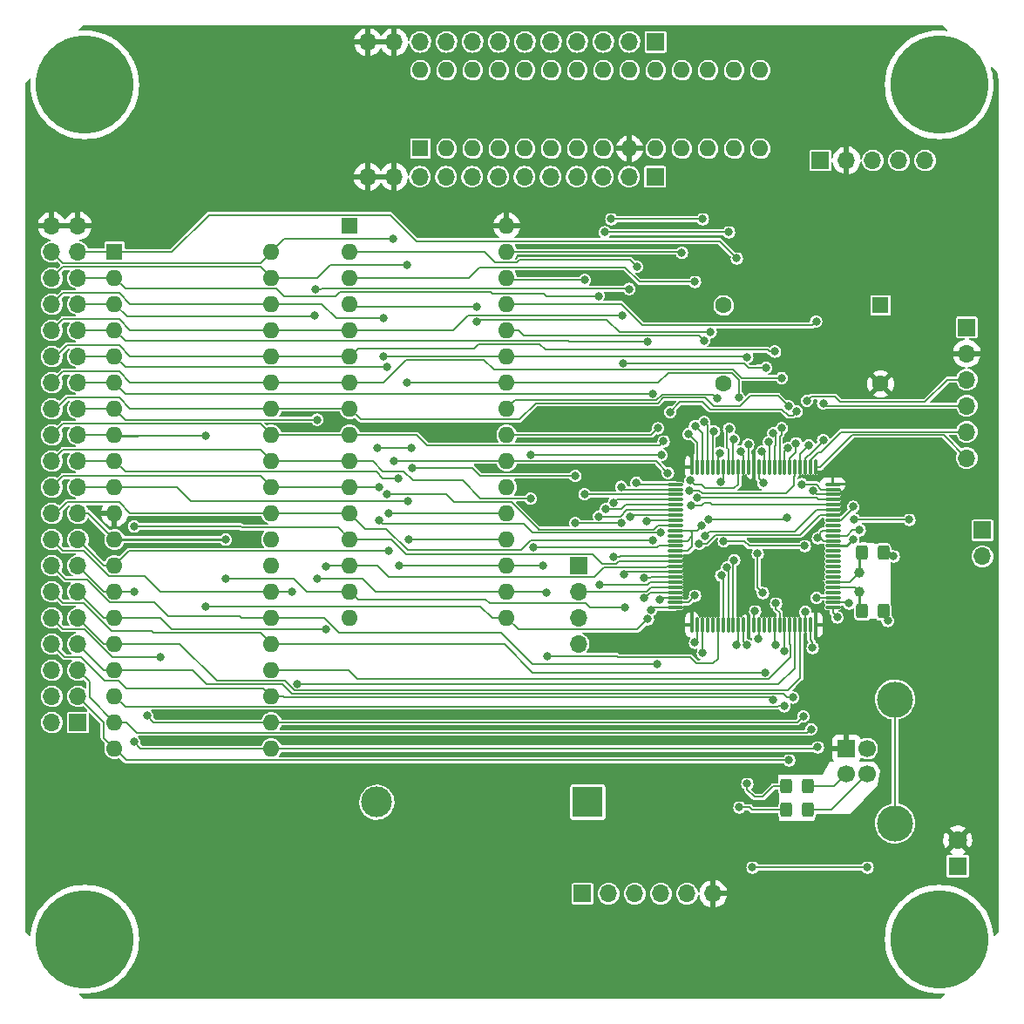
<source format=gtl>
G04 #@! TF.GenerationSoftware,KiCad,Pcbnew,(6.0.1)*
G04 #@! TF.CreationDate,2022-09-07T07:49:47-04:00*
G04 #@! TF.ProjectId,Z80_CPU,5a38305f-4350-4552-9e6b-696361645f70,1*
G04 #@! TF.SameCoordinates,Original*
G04 #@! TF.FileFunction,Copper,L1,Top*
G04 #@! TF.FilePolarity,Positive*
%FSLAX46Y46*%
G04 Gerber Fmt 4.6, Leading zero omitted, Abs format (unit mm)*
G04 Created by KiCad (PCBNEW (6.0.1)) date 2022-09-07 07:49:47*
%MOMM*%
%LPD*%
G01*
G04 APERTURE LIST*
G04 Aperture macros list*
%AMRoundRect*
0 Rectangle with rounded corners*
0 $1 Rounding radius*
0 $2 $3 $4 $5 $6 $7 $8 $9 X,Y pos of 4 corners*
0 Add a 4 corners polygon primitive as box body*
4,1,4,$2,$3,$4,$5,$6,$7,$8,$9,$2,$3,0*
0 Add four circle primitives for the rounded corners*
1,1,$1+$1,$2,$3*
1,1,$1+$1,$4,$5*
1,1,$1+$1,$6,$7*
1,1,$1+$1,$8,$9*
0 Add four rect primitives between the rounded corners*
20,1,$1+$1,$2,$3,$4,$5,0*
20,1,$1+$1,$4,$5,$6,$7,0*
20,1,$1+$1,$6,$7,$8,$9,0*
20,1,$1+$1,$8,$9,$2,$3,0*%
G04 Aperture macros list end*
G04 #@! TA.AperFunction,ComponentPad*
%ADD10R,1.700000X1.700000*%
G04 #@! TD*
G04 #@! TA.AperFunction,ComponentPad*
%ADD11O,1.700000X1.700000*%
G04 #@! TD*
G04 #@! TA.AperFunction,ComponentPad*
%ADD12R,1.600000X1.600000*%
G04 #@! TD*
G04 #@! TA.AperFunction,ComponentPad*
%ADD13O,1.600000X1.600000*%
G04 #@! TD*
G04 #@! TA.AperFunction,ComponentPad*
%ADD14C,9.525000*%
G04 #@! TD*
G04 #@! TA.AperFunction,SMDPad,CuDef*
%ADD15RoundRect,0.250000X0.325000X0.450000X-0.325000X0.450000X-0.325000X-0.450000X0.325000X-0.450000X0*%
G04 #@! TD*
G04 #@! TA.AperFunction,ComponentPad*
%ADD16R,1.800000X1.800000*%
G04 #@! TD*
G04 #@! TA.AperFunction,ComponentPad*
%ADD17C,1.800000*%
G04 #@! TD*
G04 #@! TA.AperFunction,ComponentPad*
%ADD18C,1.700000*%
G04 #@! TD*
G04 #@! TA.AperFunction,ComponentPad*
%ADD19C,3.500000*%
G04 #@! TD*
G04 #@! TA.AperFunction,SMDPad,CuDef*
%ADD20RoundRect,0.075000X-0.662500X-0.075000X0.662500X-0.075000X0.662500X0.075000X-0.662500X0.075000X0*%
G04 #@! TD*
G04 #@! TA.AperFunction,SMDPad,CuDef*
%ADD21RoundRect,0.075000X-0.075000X-0.662500X0.075000X-0.662500X0.075000X0.662500X-0.075000X0.662500X0*%
G04 #@! TD*
G04 #@! TA.AperFunction,ComponentPad*
%ADD22C,1.600000*%
G04 #@! TD*
G04 #@! TA.AperFunction,ComponentPad*
%ADD23C,1.000000*%
G04 #@! TD*
G04 #@! TA.AperFunction,ComponentPad*
%ADD24R,3.000000X3.000000*%
G04 #@! TD*
G04 #@! TA.AperFunction,ComponentPad*
%ADD25C,3.000000*%
G04 #@! TD*
G04 #@! TA.AperFunction,ViaPad*
%ADD26C,0.800000*%
G04 #@! TD*
G04 #@! TA.AperFunction,Conductor*
%ADD27C,0.203200*%
G04 #@! TD*
G04 #@! TA.AperFunction,Conductor*
%ADD28C,0.250000*%
G04 #@! TD*
G04 #@! TA.AperFunction,Conductor*
%ADD29C,0.152400*%
G04 #@! TD*
G04 APERTURE END LIST*
D10*
X91681300Y-29552900D03*
D11*
X91681300Y-32092900D03*
X91681300Y-34632900D03*
X91681300Y-37172900D03*
X91681300Y-39712900D03*
X91681300Y-42252900D03*
D12*
X31750000Y-19685000D03*
D13*
X31750000Y-22225000D03*
X31750000Y-24765000D03*
X31750000Y-27305000D03*
X31750000Y-29845000D03*
X31750000Y-32385000D03*
X31750000Y-34925000D03*
X31750000Y-37465000D03*
X31750000Y-40005000D03*
X31750000Y-42545000D03*
X31750000Y-45085000D03*
X31750000Y-47625000D03*
X31750000Y-50165000D03*
X31750000Y-52705000D03*
X31750000Y-55245000D03*
X31750000Y-57785000D03*
X46990000Y-57785000D03*
X46990000Y-55245000D03*
X46990000Y-52705000D03*
X46990000Y-50165000D03*
X46990000Y-47625000D03*
X46990000Y-45085000D03*
X46990000Y-42545000D03*
X46990000Y-40005000D03*
X46990000Y-37465000D03*
X46990000Y-34925000D03*
X46990000Y-32385000D03*
X46990000Y-29845000D03*
X46990000Y-27305000D03*
X46990000Y-24765000D03*
X46990000Y-22225000D03*
X46990000Y-19685000D03*
D14*
X6000000Y-6000000D03*
X89000000Y-6000000D03*
X6000000Y-89000000D03*
X89000000Y-89000000D03*
D12*
X38608000Y-12192000D03*
D13*
X41148000Y-12192000D03*
X43688000Y-12192000D03*
X46228000Y-12192000D03*
X48768000Y-12192000D03*
X51308000Y-12192000D03*
X53848000Y-12192000D03*
X56388000Y-12192000D03*
X58928000Y-12192000D03*
X61468000Y-12192000D03*
X64008000Y-12192000D03*
X66548000Y-12192000D03*
X69088000Y-12192000D03*
X71628000Y-12192000D03*
X71628000Y-4572000D03*
X69088000Y-4572000D03*
X66548000Y-4572000D03*
X64008000Y-4572000D03*
X61468000Y-4572000D03*
X58928000Y-4572000D03*
X56388000Y-4572000D03*
X53848000Y-4572000D03*
X51308000Y-4572000D03*
X48768000Y-4572000D03*
X46228000Y-4572000D03*
X43688000Y-4572000D03*
X41148000Y-4572000D03*
X38608000Y-4572000D03*
D10*
X77470000Y-13335000D03*
D11*
X80010000Y-13335000D03*
X82550000Y-13335000D03*
X85090000Y-13335000D03*
X87630000Y-13335000D03*
D10*
X61407040Y-14930120D03*
D11*
X58867040Y-14930120D03*
X56327040Y-14930120D03*
X53787040Y-14930120D03*
X51247040Y-14930120D03*
X48707040Y-14930120D03*
X46167040Y-14930120D03*
X43627040Y-14930120D03*
X41087040Y-14930120D03*
X38547040Y-14930120D03*
X36007040Y-14930120D03*
X33467040Y-14930120D03*
D10*
X61450220Y-1831340D03*
D11*
X58910220Y-1831340D03*
X56370220Y-1831340D03*
X53830220Y-1831340D03*
X51290220Y-1831340D03*
X48750220Y-1831340D03*
X46210220Y-1831340D03*
X43670220Y-1831340D03*
X41130220Y-1831340D03*
X38590220Y-1831340D03*
X36050220Y-1831340D03*
X33510220Y-1831340D03*
D10*
X93218000Y-49276000D03*
D11*
X93218000Y-51816000D03*
D15*
X83575000Y-51435000D03*
X81525000Y-51435000D03*
X83575000Y-57150000D03*
X81525000Y-57150000D03*
D16*
X90805000Y-81915000D03*
D17*
X90805000Y-79375000D03*
D10*
X53975000Y-52705000D03*
D11*
X53975000Y-55245000D03*
X53975000Y-57785000D03*
X53975000Y-60325000D03*
D10*
X80000000Y-70485000D03*
D18*
X80000000Y-72985000D03*
X82000000Y-72985000D03*
X82000000Y-70485000D03*
D19*
X84710000Y-77755000D03*
X84710000Y-65715000D03*
D15*
X76209000Y-74168000D03*
X74159000Y-74168000D03*
X76209000Y-76454000D03*
X74159000Y-76454000D03*
D12*
X8890000Y-22225000D03*
D13*
X8890000Y-24765000D03*
X8890000Y-27305000D03*
X8890000Y-29845000D03*
X8890000Y-32385000D03*
X8890000Y-34925000D03*
X8890000Y-37465000D03*
X8890000Y-40005000D03*
X8890000Y-42545000D03*
X8890000Y-45085000D03*
X8890000Y-47625000D03*
X8890000Y-50165000D03*
X8890000Y-52705000D03*
X8890000Y-55245000D03*
X8890000Y-57785000D03*
X8890000Y-60325000D03*
X8890000Y-62865000D03*
X8890000Y-65405000D03*
X8890000Y-67945000D03*
X8890000Y-70485000D03*
X24130000Y-70485000D03*
X24130000Y-67945000D03*
X24130000Y-65405000D03*
X24130000Y-62865000D03*
X24130000Y-60325000D03*
X24130000Y-57785000D03*
X24130000Y-55245000D03*
X24130000Y-52705000D03*
X24130000Y-50165000D03*
X24130000Y-47625000D03*
X24130000Y-45085000D03*
X24130000Y-42545000D03*
X24130000Y-40005000D03*
X24130000Y-37465000D03*
X24130000Y-34925000D03*
X24130000Y-32385000D03*
X24130000Y-29845000D03*
X24130000Y-27305000D03*
X24130000Y-24765000D03*
X24130000Y-22225000D03*
D20*
X63337500Y-44800000D03*
X63337500Y-45300000D03*
X63337500Y-45800000D03*
X63337500Y-46300000D03*
X63337500Y-46800000D03*
X63337500Y-47300000D03*
X63337500Y-47800000D03*
X63337500Y-48300000D03*
X63337500Y-48800000D03*
X63337500Y-49300000D03*
X63337500Y-49800000D03*
X63337500Y-50300000D03*
X63337500Y-50800000D03*
X63337500Y-51300000D03*
X63337500Y-51800000D03*
X63337500Y-52300000D03*
X63337500Y-52800000D03*
X63337500Y-53300000D03*
X63337500Y-53800000D03*
X63337500Y-54300000D03*
X63337500Y-54800000D03*
X63337500Y-55300000D03*
X63337500Y-55800000D03*
X63337500Y-56300000D03*
X63337500Y-56800000D03*
D21*
X65000000Y-58462500D03*
X65500000Y-58462500D03*
X66000000Y-58462500D03*
X66500000Y-58462500D03*
X67000000Y-58462500D03*
X67500000Y-58462500D03*
X68000000Y-58462500D03*
X68500000Y-58462500D03*
X69000000Y-58462500D03*
X69500000Y-58462500D03*
X70000000Y-58462500D03*
X70500000Y-58462500D03*
X71000000Y-58462500D03*
X71500000Y-58462500D03*
X72000000Y-58462500D03*
X72500000Y-58462500D03*
X73000000Y-58462500D03*
X73500000Y-58462500D03*
X74000000Y-58462500D03*
X74500000Y-58462500D03*
X75000000Y-58462500D03*
X75500000Y-58462500D03*
X76000000Y-58462500D03*
X76500000Y-58462500D03*
X77000000Y-58462500D03*
D20*
X78662500Y-56800000D03*
X78662500Y-56300000D03*
X78662500Y-55800000D03*
X78662500Y-55300000D03*
X78662500Y-54800000D03*
X78662500Y-54300000D03*
X78662500Y-53800000D03*
X78662500Y-53300000D03*
X78662500Y-52800000D03*
X78662500Y-52300000D03*
X78662500Y-51800000D03*
X78662500Y-51300000D03*
X78662500Y-50800000D03*
X78662500Y-50300000D03*
X78662500Y-49800000D03*
X78662500Y-49300000D03*
X78662500Y-48800000D03*
X78662500Y-48300000D03*
X78662500Y-47800000D03*
X78662500Y-47300000D03*
X78662500Y-46800000D03*
X78662500Y-46300000D03*
X78662500Y-45800000D03*
X78662500Y-45300000D03*
X78662500Y-44800000D03*
D21*
X77000000Y-43137500D03*
X76500000Y-43137500D03*
X76000000Y-43137500D03*
X75500000Y-43137500D03*
X75000000Y-43137500D03*
X74500000Y-43137500D03*
X74000000Y-43137500D03*
X73500000Y-43137500D03*
X73000000Y-43137500D03*
X72500000Y-43137500D03*
X72000000Y-43137500D03*
X71500000Y-43137500D03*
X71000000Y-43137500D03*
X70500000Y-43137500D03*
X70000000Y-43137500D03*
X69500000Y-43137500D03*
X69000000Y-43137500D03*
X68500000Y-43137500D03*
X68000000Y-43137500D03*
X67500000Y-43137500D03*
X67000000Y-43137500D03*
X66500000Y-43137500D03*
X66000000Y-43137500D03*
X65500000Y-43137500D03*
X65000000Y-43137500D03*
D12*
X83312000Y-27432000D03*
D22*
X68072000Y-27432000D03*
X68072000Y-35052000D03*
X83312000Y-35052000D03*
D23*
X81280000Y-55245000D03*
X81280000Y-53345000D03*
D24*
X54864000Y-75692000D03*
D25*
X34374000Y-75692000D03*
D10*
X5334000Y-67945000D03*
D11*
X2794000Y-67945000D03*
X5334000Y-65405000D03*
X2794000Y-65405000D03*
X5334000Y-62865000D03*
X2794000Y-62865000D03*
X5334000Y-60325000D03*
X2794000Y-60325000D03*
X5334000Y-57785000D03*
X2794000Y-57785000D03*
X5334000Y-55245000D03*
X2794000Y-55245000D03*
X5334000Y-52705000D03*
X2794000Y-52705000D03*
X5334000Y-50165000D03*
X2794000Y-50165000D03*
X5334000Y-47625000D03*
X2794000Y-47625000D03*
X5334000Y-45085000D03*
X2794000Y-45085000D03*
X5334000Y-42545000D03*
X2794000Y-42545000D03*
X5334000Y-40005000D03*
X2794000Y-40005000D03*
X5334000Y-37465000D03*
X2794000Y-37465000D03*
X5334000Y-34925000D03*
X2794000Y-34925000D03*
X5334000Y-32385000D03*
X2794000Y-32385000D03*
X5334000Y-29845000D03*
X2794000Y-29845000D03*
X5334000Y-27305000D03*
X2794000Y-27305000D03*
X5334000Y-24765000D03*
X2794000Y-24765000D03*
X5334000Y-22225000D03*
X2794000Y-22225000D03*
X5334000Y-19685000D03*
X2794000Y-19685000D03*
D10*
X54356000Y-84582000D03*
D11*
X56896000Y-84582000D03*
X59436000Y-84582000D03*
X61976000Y-84582000D03*
X64516000Y-84582000D03*
X67056000Y-84582000D03*
D26*
X84582000Y-51816000D03*
X77216000Y-50038000D03*
X84000000Y-58080000D03*
X71920100Y-44691300D03*
X71120000Y-57150000D03*
X65937099Y-48843180D03*
X64000000Y-60080000D03*
X64363600Y-41681400D03*
X14046200Y-69684900D03*
X61000000Y-60080000D03*
X86106000Y-46990000D03*
X69977000Y-3048000D03*
X70256400Y-44577000D03*
X71503540Y-16380460D03*
X70000000Y-57080000D03*
X79000000Y-68080000D03*
X49606200Y-50946999D03*
X70866000Y-82042000D03*
X66040000Y-61214000D03*
X82042000Y-82042000D03*
X69342000Y-22860000D03*
X69030900Y-40436800D03*
X10795000Y-69850000D03*
X80264000Y-56388000D03*
X77216000Y-70358000D03*
X55956200Y-47937420D03*
X55892800Y-26527760D03*
X75803760Y-67365880D03*
X79102000Y-57743481D03*
X12065000Y-67310000D03*
X28359100Y-28448000D03*
X58889900Y-25831800D03*
X58977181Y-47928600D03*
X28390315Y-25908000D03*
X72898000Y-65785911D03*
X73152000Y-60452000D03*
X60604400Y-48428600D03*
X60706000Y-30988000D03*
X13335000Y-61595000D03*
X35331400Y-45745400D03*
X35318700Y-33439100D03*
X72136000Y-63100000D03*
X73152000Y-56388000D03*
X61214000Y-36017200D03*
X64858900Y-46875700D03*
X61007176Y-57008472D03*
X61633450Y-62268450D03*
X50901600Y-61480700D03*
X50876200Y-55372000D03*
X28575000Y-53975000D03*
X28562300Y-38531800D03*
X26670000Y-64223900D03*
X26098500Y-55270400D03*
X60706000Y-57912000D03*
X60342780Y-53928600D03*
X17780000Y-40132000D03*
X17780000Y-56659999D03*
X36499800Y-52692300D03*
X36487100Y-44202300D03*
X67825892Y-53677309D03*
X50520600Y-52705000D03*
X37401500Y-46482000D03*
X37426900Y-50165000D03*
X68371400Y-52896610D03*
X61214000Y-50292000D03*
X65697100Y-50584100D03*
X34569400Y-45085000D03*
X34561948Y-48292852D03*
X66255249Y-49812388D03*
X61976000Y-49530000D03*
X58430160Y-56788001D03*
X58386980Y-53527689D03*
X19685000Y-50165000D03*
X19685000Y-53975000D03*
X64744600Y-45402500D03*
X49301400Y-46202600D03*
X62020499Y-41955720D03*
X49301400Y-41916400D03*
X69088000Y-52171600D03*
X35483800Y-51308000D03*
X35483800Y-47625000D03*
X62865000Y-37791340D03*
X75099657Y-40815031D03*
X75162843Y-37734395D03*
X62230000Y-40640000D03*
X10795000Y-48895000D03*
X10795000Y-55245000D03*
X74358940Y-37223700D03*
X74285769Y-41309657D03*
X29464000Y-58928000D03*
X29464000Y-52832000D03*
X73704400Y-34480500D03*
X73704940Y-39355255D03*
X72892127Y-39851646D03*
X73050400Y-31915100D03*
X76000000Y-57200800D03*
X74784000Y-65532000D03*
X58240152Y-28386548D03*
X72466200Y-40703500D03*
X58274000Y-33039000D03*
X72186800Y-33477200D03*
X73944446Y-60980297D03*
X73944446Y-66372740D03*
X35001200Y-28697712D03*
X34988500Y-32385000D03*
X70345300Y-32435800D03*
X70446900Y-40957500D03*
X76562000Y-68600320D03*
X77089000Y-55829200D03*
X37274500Y-23495000D03*
X69684900Y-41617900D03*
X37293400Y-34937700D03*
X69545200Y-36385500D03*
X74422000Y-71628000D03*
X76708000Y-60706000D03*
X35985400Y-42545000D03*
X35928300Y-20955000D03*
X62649100Y-43700700D03*
X64808100Y-44437300D03*
X57404000Y-46569902D03*
X57150000Y-19050000D03*
X66040000Y-19050000D03*
X56624220Y-47198502D03*
X56521400Y-20320000D03*
X68580000Y-20320000D03*
X68594610Y-39418430D03*
X56007000Y-54554120D03*
X77730300Y-36944301D03*
X77730300Y-40500300D03*
X76149200Y-36690300D03*
X76314300Y-41021000D03*
X59626500Y-23660100D03*
X59582000Y-44640500D03*
X34417000Y-41249600D03*
X53649880Y-48571200D03*
X58089800Y-48571200D03*
X37782500Y-43205400D03*
X37757100Y-41249600D03*
X58102500Y-45059600D03*
X53649880Y-43997880D03*
X54551580Y-45768260D03*
X54546500Y-24955500D03*
X65467921Y-46141882D03*
X61671191Y-39370000D03*
X76783463Y-45460337D03*
X77050900Y-28981400D03*
X74225200Y-48084484D03*
X66621097Y-48180446D03*
X75653900Y-44805600D03*
X67691000Y-41757600D03*
X67437000Y-36474400D03*
X44086780Y-29015148D03*
X66795600Y-30035399D03*
X67128600Y-39649400D03*
X44053760Y-27533600D03*
X66167000Y-30822900D03*
X66167000Y-38762994D03*
X65278000Y-25146000D03*
X65281088Y-39158397D03*
X64652488Y-39912912D03*
X64008000Y-22326600D03*
X80645000Y-46990000D03*
X67818000Y-44558000D03*
X86106000Y-48260000D03*
X75946000Y-50800000D03*
X80772000Y-48260000D03*
X68072000Y-50345799D03*
X70358000Y-73914000D03*
X70358000Y-60452000D03*
X69342000Y-60452000D03*
X69596000Y-76200000D03*
X71374000Y-51562000D03*
X71780400Y-41630600D03*
X71412100Y-59804300D03*
X71882000Y-55372000D03*
X81280000Y-49276000D03*
X80645000Y-50165000D03*
X57365900Y-51854100D03*
X60318600Y-55880000D03*
X61837005Y-56018995D03*
X65278000Y-55626000D03*
X65278000Y-60198000D03*
D27*
X77470000Y-50038000D02*
X77470000Y-49530000D01*
X77470000Y-49530000D02*
X77700000Y-49300000D01*
X65480279Y-49300000D02*
X65937099Y-48843180D01*
X64794000Y-49300000D02*
X65024000Y-49530000D01*
X63337500Y-50300000D02*
X64533400Y-50300000D01*
X71500000Y-44271200D02*
X71920100Y-44691300D01*
X65024000Y-49530000D02*
X65024000Y-49809400D01*
X78662500Y-50300000D02*
X77732000Y-50300000D01*
X77700000Y-49300000D02*
X78662500Y-49300000D01*
X77470000Y-50038000D02*
X77216000Y-50038000D01*
X65024000Y-50838100D02*
X65024000Y-49809400D01*
X63337500Y-49300000D02*
X65480279Y-49300000D01*
X64562100Y-51300000D02*
X65024000Y-50838100D01*
X84201000Y-51435000D02*
X84582000Y-51816000D01*
X63337500Y-51300000D02*
X64562100Y-51300000D01*
X64533400Y-50300000D02*
X65024000Y-49809400D01*
X77732000Y-50300000D02*
X77470000Y-50038000D01*
X71500000Y-43137500D02*
X71500000Y-44271200D01*
X71000000Y-57270000D02*
X71120000Y-57150000D01*
D28*
X83575000Y-57655000D02*
X84000000Y-58080000D01*
D27*
X71000000Y-58462500D02*
X71000000Y-57270000D01*
X83575000Y-51435000D02*
X84201000Y-51435000D01*
X70599300Y-44577000D02*
X70256400Y-44577000D01*
X70500000Y-57580000D02*
X70000000Y-57080000D01*
X70500000Y-58462500D02*
X70500000Y-57580000D01*
X71000000Y-43137500D02*
X71000000Y-43840292D01*
X65000000Y-42317800D02*
X64363600Y-41681400D01*
X65000000Y-43137500D02*
X65000000Y-42317800D01*
X71000000Y-43840292D02*
X70980300Y-43859992D01*
X70980300Y-43859992D02*
X70980300Y-44196000D01*
X70980300Y-44196000D02*
X70599300Y-44577000D01*
D29*
X63337500Y-50800000D02*
X61741999Y-50800000D01*
X61741999Y-50800000D02*
X61595000Y-50946999D01*
X61595000Y-50946999D02*
X49606200Y-50946999D01*
D27*
X84710000Y-65715000D02*
X84710000Y-77755000D01*
X78817000Y-74168000D02*
X80000000Y-72985000D01*
X76209000Y-74168000D02*
X78817000Y-74168000D01*
D29*
X78531000Y-76454000D02*
X82000000Y-72985000D01*
X76209000Y-76454000D02*
X78531000Y-76454000D01*
X18808601Y-63893601D02*
X25402417Y-63893601D01*
X25402417Y-63893601D02*
X26361317Y-64852501D01*
D27*
X7874000Y-60325000D02*
X8890000Y-60325000D01*
X75500000Y-63627000D02*
X75500000Y-58462500D01*
D29*
X8890000Y-60325000D02*
X15240000Y-60325000D01*
X26361317Y-64852501D02*
X74274499Y-64852501D01*
X15240000Y-60325000D02*
X18808601Y-63893601D01*
X74274499Y-64852501D02*
X75500000Y-63627000D01*
D27*
X5334000Y-57785000D02*
X7874000Y-60325000D01*
X66000000Y-58462500D02*
X66000000Y-61174000D01*
X66000000Y-61174000D02*
X66040000Y-61214000D01*
D29*
X70866000Y-82042000D02*
X82042000Y-82042000D01*
X69000000Y-43137500D02*
X69000000Y-40467700D01*
D27*
X5334000Y-22225000D02*
X8890000Y-22225000D01*
D29*
X8890000Y-22225000D02*
X14455239Y-22225000D01*
X35651440Y-18630999D02*
X38191440Y-21170999D01*
X38191440Y-21170999D02*
X67652999Y-21170999D01*
X69000000Y-40467700D02*
X69030900Y-40436800D01*
X14455239Y-22225000D02*
X18049240Y-18630999D01*
X18049240Y-18630999D02*
X35651440Y-18630999D01*
X67652999Y-21170999D02*
X69342000Y-22860000D01*
D27*
X77089000Y-70485000D02*
X77216000Y-70358000D01*
D29*
X24130000Y-70485000D02*
X11430000Y-70485000D01*
X80176000Y-56300000D02*
X80264000Y-56388000D01*
D27*
X24130000Y-70485000D02*
X77089000Y-70485000D01*
D29*
X11430000Y-70485000D02*
X10795000Y-69850000D01*
X78662500Y-56300000D02*
X80176000Y-56300000D01*
X53522880Y-26527760D02*
X53510180Y-26515060D01*
X45605799Y-26276399D02*
X50628114Y-26276399D01*
X30784800Y-26136600D02*
X45466000Y-26136600D01*
X24599801Y-25793601D02*
X25342801Y-26536601D01*
X9918601Y-25793601D02*
X24599801Y-25793601D01*
X53510180Y-26515060D02*
X50866775Y-26515060D01*
X58026300Y-47937420D02*
X55956200Y-47937420D01*
X58663720Y-47300000D02*
X58026300Y-47937420D01*
X63337500Y-47300000D02*
X58663720Y-47300000D01*
X45466000Y-26136600D02*
X45605799Y-26276399D01*
X55892800Y-26527760D02*
X53522880Y-26527760D01*
X8890000Y-24765000D02*
X9918601Y-25793601D01*
X30384799Y-26536601D02*
X30784800Y-26136600D01*
X50866775Y-26515060D02*
X50628114Y-26276399D01*
X25342801Y-26536601D02*
X30384799Y-26536601D01*
D27*
X5334000Y-24765000D02*
X8890000Y-24765000D01*
D29*
X24130000Y-67945000D02*
X75224640Y-67945000D01*
X24130000Y-67945000D02*
X12700000Y-67945000D01*
X75224640Y-67945000D02*
X75803760Y-67365880D01*
X78662500Y-57303981D02*
X79102000Y-57743481D01*
X78662500Y-56800000D02*
X78662500Y-57303981D01*
X12700000Y-67945000D02*
X12065000Y-67310000D01*
X28956000Y-25908000D02*
X28390315Y-25908000D01*
D27*
X5334000Y-27305000D02*
X8890000Y-27305000D01*
X46634400Y-25819001D02*
X58877101Y-25819001D01*
D29*
X59402512Y-47800000D02*
X58977181Y-48225331D01*
X46634400Y-25819001D02*
X46609000Y-25793601D01*
X59105781Y-47800000D02*
X58977181Y-47928600D01*
D27*
X28295600Y-28511500D02*
X28359100Y-28448000D01*
X8890000Y-27305000D02*
X10096500Y-28511500D01*
D29*
X59105781Y-47800000D02*
X63337500Y-47800000D01*
D27*
X10096500Y-28511500D02*
X28295600Y-28511500D01*
D29*
X29070399Y-25793601D02*
X28956000Y-25908000D01*
X46609000Y-25793601D02*
X29070399Y-25793601D01*
D27*
X58877101Y-25819001D02*
X58889900Y-25831800D01*
D29*
X9995001Y-64605001D02*
X9283601Y-63893601D01*
X7958931Y-63893601D02*
X5660330Y-61595000D01*
X2794000Y-60325000D02*
X4064000Y-61595000D01*
X25261370Y-65405000D02*
X25318491Y-65462121D01*
X24130000Y-65405000D02*
X25261370Y-65405000D01*
D27*
X73000000Y-58462500D02*
X73000000Y-60300000D01*
D29*
X24130000Y-65405000D02*
X23330001Y-64605001D01*
X25318491Y-65462121D02*
X72574210Y-65462121D01*
X23330001Y-64605001D02*
X9995001Y-64605001D01*
D27*
X73000000Y-60300000D02*
X73152000Y-60452000D01*
D29*
X9283601Y-63893601D02*
X7958931Y-63893601D01*
X72574210Y-65462121D02*
X72898000Y-65785911D01*
X5660330Y-61595000D02*
X4064000Y-61595000D01*
X43815000Y-30873601D02*
X52971601Y-30873601D01*
D27*
X5334000Y-29845000D02*
X8890000Y-29845000D01*
D29*
X8890000Y-29845000D02*
X9944001Y-30899001D01*
X52971601Y-30873601D02*
X53086000Y-30988000D01*
X53086000Y-30988000D02*
X60706000Y-30988000D01*
X9944001Y-30899001D02*
X43789600Y-30899001D01*
X60733000Y-48300000D02*
X60604400Y-48428600D01*
X43789600Y-30899001D02*
X43815000Y-30873601D01*
X63337500Y-48300000D02*
X60733000Y-48300000D01*
X74500000Y-60325000D02*
X74573047Y-60398047D01*
X3872601Y-58863601D02*
X5945615Y-58863601D01*
X8677014Y-61595000D02*
X13335000Y-61595000D01*
X5945615Y-58863601D02*
X8677014Y-61595000D01*
X74573047Y-61593283D02*
X72412330Y-63754000D01*
X74573047Y-60398047D02*
X74573047Y-61593283D01*
X32512000Y-63754000D02*
X31623000Y-62865000D01*
X72412330Y-63754000D02*
X32512000Y-63754000D01*
X74500000Y-58462500D02*
X74500000Y-60325000D01*
X24130000Y-62865000D02*
X31623000Y-62865000D01*
X2794000Y-57785000D02*
X3872601Y-58863601D01*
X61290200Y-49199800D02*
X61690000Y-48800000D01*
X35331400Y-45745400D02*
X41097200Y-45745400D01*
X50048931Y-49199800D02*
X61290200Y-49199800D01*
D27*
X35318700Y-33439100D02*
X33845698Y-33439100D01*
D29*
X47445530Y-46558200D02*
X50048931Y-49161601D01*
X41910000Y-46558200D02*
X47445530Y-46558200D01*
X41097200Y-45745400D02*
X41910000Y-46558200D01*
D27*
X5334000Y-32385000D02*
X8890000Y-32385000D01*
D29*
X50048931Y-49161601D02*
X50048931Y-49199800D01*
D27*
X33845599Y-33439001D02*
X9944001Y-33439001D01*
X33845698Y-33439100D02*
X33845599Y-33439001D01*
X9944001Y-33439001D02*
X8890000Y-32385000D01*
D29*
X61690000Y-48800000D02*
X63337500Y-48800000D01*
X49530000Y-63100000D02*
X72136000Y-63100000D01*
D27*
X73152000Y-56953685D02*
X73500000Y-57301685D01*
D29*
X3872601Y-56323601D02*
X5851729Y-56323601D01*
X5851729Y-56323601D02*
X8583128Y-59055000D01*
X46755000Y-60325000D02*
X49530000Y-63100000D01*
X24130000Y-60325000D02*
X46755000Y-60325000D01*
X23037809Y-59232809D02*
X24130000Y-60325000D01*
D27*
X73152000Y-56388000D02*
X73152000Y-56953685D01*
D29*
X12522191Y-59055000D02*
X12700000Y-59232809D01*
X12700000Y-59232809D02*
X23037809Y-59232809D01*
X8583128Y-59055000D02*
X12522191Y-59055000D01*
X2794000Y-55245000D02*
X3872601Y-56323601D01*
D27*
X73500000Y-57301685D02*
X73500000Y-58462500D01*
D29*
X9982200Y-36017200D02*
X61214000Y-36017200D01*
D27*
X5334000Y-34925000D02*
X8890000Y-34925000D01*
D29*
X8890000Y-34925000D02*
X9982200Y-36017200D01*
X64858900Y-46875700D02*
X65885472Y-46875700D01*
X65885472Y-46875700D02*
X66145773Y-46615399D01*
X66145773Y-46615399D02*
X66749231Y-46615399D01*
X66933832Y-46800000D02*
X66749231Y-46615399D01*
X78662500Y-46800000D02*
X66933832Y-46800000D01*
X2794000Y-52705000D02*
X4127411Y-54038411D01*
X6200425Y-54038411D02*
X8435615Y-56273601D01*
D27*
X29288922Y-57785000D02*
X24130000Y-57785000D01*
X30724921Y-59220999D02*
X29288922Y-57785000D01*
D29*
X61215648Y-56800000D02*
X61007176Y-57008472D01*
X46482549Y-59220999D02*
X49530000Y-62268450D01*
X63337500Y-56800000D02*
X61215648Y-56800000D01*
D27*
X31890599Y-59220999D02*
X30724921Y-59220999D01*
D29*
X14138330Y-57658000D02*
X21082000Y-57658000D01*
X4127411Y-54038411D02*
X6200425Y-54038411D01*
X31890599Y-59220999D02*
X46482549Y-59220999D01*
X61633450Y-62268450D02*
X49530000Y-62268450D01*
X24130000Y-57785000D02*
X21209000Y-57785000D01*
X12753931Y-56273601D02*
X14138330Y-57658000D01*
X8435615Y-56273601D02*
X12753931Y-56273601D01*
X21209000Y-57785000D02*
X21082000Y-57658000D01*
X64795400Y-61595000D02*
X65405000Y-62204600D01*
X46990000Y-55245000D02*
X50749200Y-55245000D01*
X50749200Y-55245000D02*
X50876200Y-55372000D01*
X28562300Y-38531800D02*
X17934940Y-38531800D01*
D27*
X9956800Y-38531800D02*
X17934940Y-38531800D01*
D29*
X57666640Y-61480700D02*
X50901600Y-61480700D01*
D27*
X67500000Y-61759600D02*
X67055000Y-62204600D01*
X67500000Y-58462500D02*
X67500000Y-61759600D01*
D29*
X57785000Y-61599060D02*
X57666640Y-61480700D01*
D27*
X5334000Y-37465000D02*
X8890000Y-37465000D01*
D29*
X28575000Y-53975000D02*
X33020000Y-53975000D01*
X57789060Y-61595000D02*
X57785000Y-61599060D01*
X33020000Y-53975000D02*
X34290000Y-55245000D01*
D27*
X8890000Y-37465000D02*
X9956800Y-38531800D01*
X67055000Y-62204600D02*
X65405000Y-62204600D01*
D29*
X57789060Y-61595000D02*
X64795400Y-61595000D01*
X34290000Y-55245000D02*
X46990000Y-55245000D01*
X8341729Y-53733601D02*
X5851729Y-51243601D01*
X2794000Y-50165000D02*
X3872601Y-51243601D01*
X13335000Y-55245000D02*
X11823601Y-53733601D01*
D27*
X26073100Y-55245000D02*
X26098500Y-55270400D01*
D29*
X73406000Y-64262000D02*
X75000000Y-62668000D01*
X5851729Y-51243601D02*
X3872601Y-51243601D01*
X75000000Y-62668000D02*
X75000000Y-58462500D01*
D27*
X73406000Y-64262000D02*
X26708100Y-64262000D01*
D29*
X11823601Y-53733601D02*
X8341729Y-53733601D01*
D27*
X24130000Y-55245000D02*
X26073100Y-55245000D01*
D29*
X24130000Y-55245000D02*
X13335000Y-55245000D01*
D27*
X26708100Y-64262000D02*
X26670000Y-64223900D01*
X17728000Y-40080000D02*
X17780000Y-40132000D01*
X5334000Y-40005000D02*
X8890000Y-40005000D01*
D29*
X46990000Y-57785000D02*
X48135540Y-58930540D01*
X48135540Y-58930540D02*
X59687460Y-58930540D01*
X61065200Y-53800000D02*
X60936600Y-53928600D01*
D28*
X11176000Y-40080000D02*
X8965000Y-40080000D01*
D29*
X45564841Y-57785000D02*
X46990000Y-57785000D01*
X59687460Y-58930540D02*
X60706000Y-57912000D01*
X44439840Y-56659999D02*
X17780000Y-56659999D01*
X44439840Y-56659999D02*
X45564841Y-57785000D01*
X60936600Y-53928600D02*
X60342780Y-53928600D01*
D27*
X11176000Y-40080000D02*
X17728000Y-40080000D01*
D29*
X61065200Y-53800000D02*
X63337500Y-53800000D01*
X68000000Y-58462500D02*
X68000000Y-53851417D01*
D27*
X5334000Y-42545000D02*
X8890000Y-42545000D01*
D29*
X8890000Y-42545000D02*
X9918601Y-43573601D01*
D27*
X50520600Y-52705000D02*
X46990000Y-52705000D01*
X36512500Y-52705000D02*
X36499800Y-52692300D01*
D29*
X34925000Y-44202300D02*
X36487100Y-44202300D01*
X68000000Y-53851417D02*
X67825892Y-53677309D01*
X9918601Y-43573601D02*
X34296301Y-43573601D01*
D27*
X46990000Y-52705000D02*
X36512500Y-52705000D01*
D29*
X34296301Y-43573601D02*
X34925000Y-44202300D01*
X37426900Y-50165000D02*
X46990000Y-50165000D01*
D27*
X5334000Y-45085000D02*
X8890000Y-45085000D01*
D29*
X68500000Y-58462500D02*
X68500000Y-53025210D01*
X8890000Y-45085000D02*
X14935200Y-45085000D01*
X68500000Y-53025210D02*
X68371400Y-52896610D01*
X16332200Y-46482000D02*
X37401500Y-46482000D01*
X14935200Y-45085000D02*
X16332200Y-46482000D01*
X4253601Y-46546399D02*
X3175000Y-47625000D01*
X9333729Y-46546399D02*
X4253601Y-46546399D01*
X31750000Y-47625000D02*
X33271460Y-49146460D01*
X37350601Y-51219001D02*
X48366276Y-51219001D01*
X49293277Y-50292000D02*
X61214000Y-50292000D01*
X77422000Y-47800000D02*
X75504801Y-49717199D01*
X67280768Y-49717199D02*
X66413867Y-50584100D01*
X35278060Y-49146460D02*
X37350601Y-51219001D01*
X10412330Y-47625000D02*
X9333729Y-46546399D01*
X48366276Y-51219001D02*
X49293277Y-50292000D01*
X24130000Y-47625000D02*
X31750000Y-47625000D01*
X33271460Y-49146460D02*
X35278060Y-49146460D01*
X24130000Y-47625000D02*
X10412330Y-47625000D01*
X78662500Y-47800000D02*
X77422000Y-47800000D01*
X66413867Y-50584100D02*
X65697100Y-50584100D01*
X75504801Y-49717199D02*
X67280768Y-49717199D01*
X48651520Y-48679001D02*
X48615600Y-48679001D01*
D27*
X31750000Y-45085000D02*
X34569400Y-45085000D01*
D29*
X75002011Y-49412389D02*
X77114400Y-47300000D01*
D27*
X59207400Y-49530000D02*
X49466599Y-49530000D01*
D29*
X23051399Y-44006399D02*
X3872601Y-44006399D01*
X59207400Y-49530000D02*
X61976000Y-49530000D01*
X61976000Y-49530000D02*
X49502519Y-49530000D01*
X77114400Y-47300000D02*
X78662500Y-47300000D01*
X24130000Y-45085000D02*
X31750000Y-45085000D01*
X2794000Y-45085000D02*
X3872601Y-44006399D01*
X66655248Y-49412389D02*
X75002011Y-49412389D01*
D27*
X48615600Y-48679001D02*
X34948097Y-48679001D01*
D29*
X66255249Y-49812388D02*
X66655248Y-49412389D01*
D27*
X34948097Y-48679001D02*
X34561948Y-48292852D01*
D29*
X24130000Y-45085000D02*
X23051399Y-44006399D01*
D27*
X49466599Y-49530000D02*
X48615600Y-48679001D01*
D29*
X49502519Y-49530000D02*
X48651520Y-48679001D01*
X45301001Y-56388000D02*
X54686934Y-56388000D01*
X31750000Y-55245000D02*
X32549999Y-56044999D01*
X55086935Y-56788001D02*
X58430160Y-56788001D01*
X58614669Y-53300000D02*
X58386980Y-53527689D01*
X32549999Y-56044999D02*
X44958000Y-56044999D01*
X26301700Y-53975000D02*
X27571700Y-55245000D01*
D28*
X8890000Y-50165000D02*
X19685000Y-50165000D01*
D29*
X19685000Y-53975000D02*
X26301700Y-53975000D01*
X63337500Y-53300000D02*
X58614669Y-53300000D01*
X31750000Y-55245000D02*
X27571700Y-55245000D01*
X44958000Y-56044999D02*
X45301001Y-56388000D01*
D27*
X6350000Y-47625000D02*
X5334000Y-47625000D01*
D29*
X54686934Y-56388000D02*
X55086935Y-56788001D01*
D27*
X8890000Y-50165000D02*
X6350000Y-47625000D01*
D29*
X2794000Y-42545000D02*
X3872601Y-41466399D01*
X36995100Y-43548300D02*
X34963100Y-43548300D01*
D27*
X74930000Y-44045000D02*
X75000000Y-43975000D01*
D29*
X24130000Y-42545000D02*
X23051399Y-41466399D01*
X49301400Y-46202600D02*
X44450000Y-46202600D01*
X37896800Y-44450000D02*
X36995100Y-43548300D01*
X34963100Y-43548300D02*
X33959800Y-42545000D01*
X23051399Y-41466399D02*
X3872601Y-41466399D01*
D27*
X66013961Y-45720000D02*
X74168000Y-45720000D01*
X64744600Y-45402500D02*
X65696461Y-45402500D01*
D29*
X24130000Y-42545000D02*
X31750000Y-42545000D01*
X31750000Y-42545000D02*
X33959800Y-42545000D01*
X37896800Y-44450000D02*
X42697400Y-44450000D01*
D27*
X65696461Y-45402500D02*
X66013961Y-45720000D01*
D29*
X42697400Y-44450000D02*
X44450000Y-46202600D01*
D27*
X74930000Y-44958000D02*
X74930000Y-44045000D01*
D29*
X61981179Y-41916400D02*
X62020499Y-41955720D01*
D27*
X75000000Y-43975000D02*
X75000000Y-43137500D01*
D29*
X49301400Y-41916400D02*
X61981179Y-41916400D01*
D27*
X74168000Y-45720000D02*
X74930000Y-44958000D01*
X69000000Y-58462500D02*
X69000000Y-56413400D01*
D29*
X69000000Y-56413400D02*
X69000000Y-52259600D01*
D27*
X5334000Y-50165000D02*
X7874000Y-52705000D01*
X7874000Y-52705000D02*
X8890000Y-52705000D01*
X46990000Y-47625000D02*
X35483800Y-47625000D01*
X8890000Y-52705000D02*
X10287000Y-51308000D01*
X10287000Y-51308000D02*
X35483800Y-51308000D01*
D29*
X69000000Y-52259600D02*
X69088000Y-52171600D01*
X67373510Y-37528510D02*
X66738510Y-37528510D01*
X69316600Y-37566600D02*
X67411600Y-37566600D01*
X31750000Y-40005000D02*
X38211760Y-40005000D01*
X39240361Y-41033601D02*
X61836399Y-41033601D01*
X74339304Y-38134394D02*
X73733420Y-37528510D01*
X23051399Y-38926399D02*
X3872601Y-38926399D01*
X24130000Y-40005000D02*
X31750000Y-40005000D01*
X75162843Y-37734395D02*
X74762844Y-38134394D01*
X2794000Y-40005000D02*
X3872601Y-38926399D01*
X74762844Y-38134394D02*
X74339304Y-38134394D01*
X75099657Y-41700343D02*
X75099657Y-40815031D01*
X63826340Y-36830000D02*
X62865000Y-37791340D01*
X67411600Y-37566600D02*
X67373510Y-37528510D01*
X69354690Y-37528510D02*
X69316600Y-37566600D01*
X38211760Y-40005000D02*
X39240361Y-41033601D01*
X74500000Y-42300000D02*
X75099657Y-41700343D01*
X74500000Y-43137500D02*
X74500000Y-42300000D01*
X66738510Y-37528510D02*
X66040000Y-36830000D01*
X24130000Y-40005000D02*
X23051399Y-38926399D01*
X61836399Y-41033601D02*
X62230000Y-40640000D01*
X66040000Y-36830000D02*
X63826340Y-36830000D01*
X73733420Y-37528510D02*
X69354690Y-37528510D01*
X57642229Y-52508101D02*
X56246981Y-52508101D01*
D27*
X21132800Y-48895000D02*
X10795000Y-48895000D01*
X5334000Y-52705000D02*
X7874000Y-55245000D01*
X31750000Y-50165000D02*
X30607000Y-49022000D01*
D29*
X55339879Y-51600999D02*
X55029999Y-51600999D01*
D27*
X37186499Y-51600999D02*
X35750500Y-50165000D01*
X21259800Y-49022000D02*
X21132800Y-48895000D01*
X37186499Y-51600999D02*
X55029999Y-51600999D01*
D29*
X63337500Y-52300000D02*
X57850330Y-52300000D01*
D27*
X7874000Y-55245000D02*
X8890000Y-55245000D01*
D29*
X57850330Y-52300000D02*
X57642229Y-52508101D01*
D27*
X35750500Y-50165000D02*
X31750000Y-50165000D01*
X10795000Y-55245000D02*
X8890000Y-55245000D01*
X30607000Y-49022000D02*
X21259800Y-49022000D01*
D29*
X56246981Y-52508101D02*
X55339879Y-51600999D01*
X74358940Y-37223700D02*
X73330240Y-36195000D01*
D27*
X74285769Y-41309657D02*
X74000000Y-41595426D01*
D29*
X73330240Y-36195000D02*
X70666030Y-36195000D01*
X70666030Y-36195000D02*
X69637330Y-37223700D01*
D27*
X74000000Y-41595426D02*
X74000000Y-43137500D01*
D29*
X61641985Y-36950611D02*
X49828390Y-36950611D01*
X32804001Y-38519001D02*
X31750000Y-37465000D01*
X66243934Y-36398934D02*
X62193662Y-36398934D01*
X24130000Y-37465000D02*
X31750000Y-37465000D01*
X48260000Y-38519001D02*
X32804001Y-38519001D01*
X67068700Y-37223700D02*
X66243934Y-36398934D01*
X49828390Y-36950611D02*
X48260000Y-38519001D01*
X4253601Y-36386399D02*
X3175000Y-37465000D01*
X62193662Y-36398934D02*
X61641985Y-36950611D01*
X10412330Y-37465000D02*
X9333729Y-36386399D01*
X24130000Y-37465000D02*
X10412330Y-37465000D01*
X69637330Y-37223700D02*
X67068700Y-37223700D01*
X9333729Y-36386399D02*
X4253601Y-36386399D01*
X55500798Y-53809001D02*
X35521001Y-53809001D01*
D27*
X7874000Y-57785000D02*
X8890000Y-57785000D01*
X5334000Y-55245000D02*
X7874000Y-57785000D01*
D29*
X14478000Y-58928000D02*
X29464000Y-58928000D01*
X62426311Y-52873689D02*
X56436110Y-52873689D01*
X62500000Y-52800000D02*
X62426311Y-52873689D01*
X8890000Y-57785000D02*
X13335000Y-57785000D01*
X31750000Y-52705000D02*
X29591000Y-52705000D01*
X56436110Y-52873689D02*
X55500798Y-53809001D01*
X35521001Y-53809001D02*
X34417000Y-52705000D01*
X63337500Y-52800000D02*
X62500000Y-52800000D01*
X29591000Y-52705000D02*
X29464000Y-52832000D01*
X31750000Y-52705000D02*
X34417000Y-52705000D01*
X13335000Y-57785000D02*
X14478000Y-58928000D01*
X35001200Y-34925000D02*
X37236390Y-32689810D01*
X9333729Y-33846399D02*
X3872601Y-33846399D01*
X73704940Y-39969163D02*
X73704940Y-39355255D01*
X31750000Y-34925000D02*
X35001200Y-34925000D01*
X69811166Y-34480500D02*
X73704400Y-34480500D01*
X73500000Y-43137500D02*
X73500000Y-40174103D01*
X44754810Y-32689810D02*
X37236390Y-32689810D01*
X24130000Y-34925000D02*
X10412330Y-34925000D01*
X68998267Y-33667601D02*
X45732601Y-33667601D01*
X45732601Y-33667601D02*
X44754810Y-32689810D01*
X24130000Y-34925000D02*
X31750000Y-34925000D01*
X2794000Y-34925000D02*
X3872601Y-33846399D01*
X10412330Y-34925000D02*
X9333729Y-33846399D01*
X73500000Y-40174103D02*
X73704940Y-39969163D01*
X68998267Y-33667601D02*
X69811166Y-34480500D01*
X73000000Y-41100030D02*
X73094801Y-41005229D01*
X10412330Y-32385000D02*
X9333729Y-31306399D01*
X43815000Y-31585001D02*
X32549999Y-31585001D01*
X44221590Y-31178411D02*
X43815000Y-31585001D01*
X24130000Y-32385000D02*
X31750000Y-32385000D01*
X9333729Y-31306399D02*
X4253601Y-31306399D01*
X73050400Y-31915100D02*
X72484715Y-31915100D01*
X43827599Y-31585001D02*
X43815000Y-31585001D01*
X72319615Y-31750000D02*
X50736589Y-31750000D01*
X44234189Y-31178411D02*
X43827599Y-31585001D01*
X73094801Y-40054320D02*
X72892127Y-39851646D01*
X32549999Y-31585001D02*
X31750000Y-32385000D01*
X72484715Y-31915100D02*
X72319615Y-31750000D01*
X4253601Y-31306399D02*
X3175000Y-32385000D01*
X44221590Y-31178411D02*
X50165000Y-31178411D01*
X73094801Y-41005229D02*
X73094801Y-40054320D01*
X24130000Y-32385000D02*
X10412330Y-32385000D01*
X73000000Y-43137500D02*
X73000000Y-41100030D01*
X50736589Y-31750000D02*
X50165000Y-31178411D01*
X25204319Y-64198411D02*
X25356907Y-64350999D01*
X76000000Y-58462500D02*
X76000000Y-57200800D01*
X26163219Y-65157311D02*
X25356907Y-64350999D01*
X26163219Y-65157311D02*
X25974028Y-64968120D01*
X74218315Y-65532000D02*
X73843626Y-65157311D01*
D27*
X7874000Y-62865000D02*
X8890000Y-62865000D01*
D29*
X74784000Y-65532000D02*
X74218315Y-65532000D01*
D27*
X5334000Y-60325000D02*
X7874000Y-62865000D01*
X25356907Y-64350999D02*
X25974028Y-64968120D01*
D29*
X8890000Y-62865000D02*
X16510000Y-62865000D01*
X16510000Y-62865000D02*
X17843411Y-64198411D01*
X17843411Y-64198411D02*
X25204319Y-64198411D01*
X73843626Y-65157311D02*
X26163219Y-65157311D01*
X72500000Y-40737300D02*
X72466200Y-40703500D01*
X24130000Y-29845000D02*
X10412330Y-29845000D01*
X2794000Y-29845000D02*
X3872601Y-28766399D01*
D27*
X71399400Y-33477200D02*
X72186800Y-33477200D01*
D29*
X58846085Y-33045400D02*
X70024570Y-33045400D01*
X41793160Y-29845000D02*
X31750000Y-29845000D01*
X10412330Y-29845000D02*
X9333729Y-28766399D01*
X43251612Y-28386548D02*
X41793160Y-29845000D01*
X70456370Y-33477200D02*
X71399400Y-33477200D01*
X24130000Y-29845000D02*
X31750000Y-29845000D01*
X72500000Y-43137500D02*
X72500000Y-40737300D01*
X58274000Y-33039000D02*
X58839685Y-33039000D01*
X9333729Y-28766399D02*
X3872601Y-28766399D01*
X58839685Y-33039000D02*
X58846085Y-33045400D01*
X58240152Y-28386548D02*
X43251612Y-28386548D01*
X70024570Y-33045400D02*
X70456370Y-33477200D01*
X9918601Y-66433601D02*
X8890000Y-65405000D01*
X73944446Y-66372740D02*
X73378761Y-66372740D01*
X73378761Y-66372740D02*
X73317900Y-66433601D01*
D27*
X74000000Y-60924743D02*
X73944446Y-60980297D01*
X74000000Y-58462500D02*
X74000000Y-60924743D01*
D29*
X73317900Y-66433601D02*
X9918601Y-66433601D01*
X35001200Y-28697712D02*
X30399512Y-28697712D01*
X70500000Y-41010600D02*
X70446900Y-40957500D01*
X46990000Y-32385000D02*
X34988500Y-32385000D01*
D27*
X46990000Y-32385000D02*
X70294500Y-32385000D01*
D29*
X9333729Y-26226399D02*
X3872601Y-26226399D01*
X2794000Y-27305000D02*
X3872601Y-26226399D01*
X70500000Y-43137500D02*
X70500000Y-41010600D01*
X29006800Y-27305000D02*
X24130000Y-27305000D01*
X30399512Y-28697712D02*
X29006800Y-27305000D01*
X24130000Y-27305000D02*
X10412330Y-27305000D01*
D27*
X70294500Y-32385000D02*
X70345300Y-32435800D01*
D29*
X10412330Y-27305000D02*
X9333729Y-26226399D01*
X10021370Y-67945000D02*
X11049971Y-68973601D01*
X77118200Y-55800000D02*
X77089000Y-55829200D01*
D27*
X5334000Y-62865000D02*
X6438001Y-63969001D01*
D29*
X11049971Y-68973601D02*
X76188719Y-68973601D01*
X78662500Y-55800000D02*
X77118200Y-55800000D01*
D27*
X6438001Y-65493001D02*
X8890000Y-67945000D01*
X6438001Y-63969001D02*
X6438001Y-65493001D01*
D29*
X8890000Y-67945000D02*
X10021370Y-67945000D01*
X76188719Y-68973601D02*
X76562000Y-68600320D01*
D27*
X37306100Y-34925000D02*
X37293400Y-34937700D01*
D29*
X23051399Y-23686399D02*
X3872601Y-23686399D01*
X24130000Y-24765000D02*
X28575000Y-24765000D01*
X24130000Y-24765000D02*
X23051399Y-23686399D01*
X69545200Y-36385500D02*
X69545200Y-34645600D01*
X69545200Y-34645600D02*
X68884800Y-33985200D01*
X28575000Y-24765000D02*
X29845000Y-23495000D01*
X61722000Y-34925000D02*
X46990000Y-34925000D01*
D27*
X46990000Y-34925000D02*
X37306100Y-34925000D01*
D29*
X69684900Y-41744900D02*
X69684900Y-41617900D01*
X29845000Y-23495000D02*
X37274500Y-23495000D01*
X70000000Y-43137500D02*
X70000000Y-42060000D01*
X2794000Y-24765000D02*
X3872601Y-23686399D01*
X70000000Y-42060000D02*
X69684900Y-41744900D01*
X62661800Y-33985200D02*
X61722000Y-34925000D01*
X68884800Y-33985200D02*
X62661800Y-33985200D01*
D27*
X76708000Y-60140315D02*
X76500000Y-59932315D01*
X7835999Y-69430999D02*
X10033000Y-71628000D01*
X76708000Y-60706000D02*
X76708000Y-60140315D01*
X76500000Y-59932315D02*
X76500000Y-58462500D01*
X7835999Y-67906999D02*
X7835999Y-69430999D01*
X10033000Y-71628000D02*
X74422000Y-71628000D01*
X5334000Y-65405000D02*
X7835999Y-67906999D01*
D29*
X2794000Y-22225000D02*
X3872601Y-23303601D01*
X25400000Y-20955000D02*
X24130000Y-22225000D01*
D27*
X64808100Y-44437300D02*
X65208099Y-44837299D01*
X69088000Y-45212000D02*
X69500000Y-44800000D01*
D29*
X46990000Y-42545000D02*
X61493400Y-42545000D01*
D27*
X65919299Y-44837299D02*
X66294000Y-45212000D01*
D29*
X35985400Y-42545000D02*
X46990000Y-42545000D01*
X23051399Y-23303601D02*
X3872601Y-23303601D01*
D27*
X69500000Y-44800000D02*
X69500000Y-43137500D01*
X65208099Y-44837299D02*
X65919299Y-44837299D01*
D29*
X24130000Y-22225000D02*
X23051399Y-23303601D01*
D27*
X66294000Y-45212000D02*
X69088000Y-45212000D01*
D29*
X61493400Y-42545000D02*
X62649100Y-43700700D01*
X35928300Y-20955000D02*
X25400000Y-20955000D01*
X57673902Y-46300000D02*
X57404000Y-46569902D01*
X63337500Y-46300000D02*
X57673902Y-46300000D01*
X57150000Y-19050000D02*
X66040000Y-19050000D01*
X63337500Y-46800000D02*
X58518560Y-46800000D01*
X58120058Y-47198502D02*
X56624220Y-47198502D01*
X56521400Y-20320000D02*
X68580000Y-20320000D01*
X58518560Y-46800000D02*
X58120058Y-47198502D01*
X68500000Y-43137500D02*
X68500000Y-41372701D01*
X68500000Y-41372701D02*
X68402299Y-41275000D01*
X68402299Y-39610741D02*
X68594610Y-39418430D01*
X68402299Y-41275000D02*
X68402299Y-39610741D01*
X63337500Y-54300000D02*
X60901710Y-54300000D01*
X60901710Y-54300000D02*
X60644509Y-54557201D01*
X56010081Y-54557201D02*
X56007000Y-54554120D01*
X60644509Y-54557201D02*
X56010081Y-54557201D01*
X53975000Y-55245000D02*
X60579000Y-55245000D01*
X61024000Y-54800000D02*
X60579000Y-55245000D01*
X63337500Y-54800000D02*
X61024000Y-54800000D01*
X77470000Y-43137500D02*
X80589790Y-40017710D01*
X80589790Y-40017710D02*
X89446110Y-40017710D01*
D27*
X77000000Y-43137500D02*
X77470000Y-43137500D01*
D29*
X89446110Y-40017710D02*
X91681300Y-42252900D01*
X79485622Y-39712900D02*
X77530614Y-41667908D01*
D27*
X77266800Y-41667908D02*
X77530614Y-41667908D01*
D29*
X91681300Y-39712900D02*
X79485622Y-39712900D01*
D27*
X76500000Y-42434708D02*
X77266800Y-41667908D01*
X76500000Y-43137500D02*
X76500000Y-42434708D01*
X76371022Y-41932200D02*
X77730300Y-40572922D01*
X77730300Y-40572922D02*
X77730300Y-40500300D01*
D29*
X77958899Y-37172900D02*
X77730300Y-36944301D01*
X76367800Y-41932200D02*
X76371022Y-41932200D01*
X91681300Y-37172900D02*
X77958899Y-37172900D01*
X76000000Y-43137500D02*
X76000000Y-42300000D01*
X76000000Y-42300000D02*
X76367800Y-41932200D01*
X91681300Y-34632900D02*
X89827100Y-34632900D01*
X75500000Y-43137500D02*
X75500000Y-41835300D01*
X76549199Y-36290301D02*
X76149200Y-36690300D01*
X89827100Y-34632900D02*
X87630000Y-36830000D01*
X87630000Y-36830000D02*
X79375000Y-36830000D01*
X78835301Y-36290301D02*
X76549199Y-36290301D01*
X75500000Y-41835300D02*
X76314300Y-41021000D01*
X79375000Y-36830000D02*
X78835301Y-36290301D01*
X47983239Y-23253601D02*
X48247300Y-22989540D01*
D27*
X44328080Y-22225000D02*
X31750000Y-22225000D01*
D29*
X44328080Y-22225000D02*
X44795440Y-22225000D01*
X45824041Y-23253601D02*
X47983239Y-23253601D01*
X58955940Y-22989540D02*
X59626500Y-23660100D01*
X63337500Y-44800000D02*
X59741500Y-44800000D01*
X44795440Y-22225000D02*
X45824041Y-23253601D01*
X48247300Y-22989540D02*
X58955940Y-22989540D01*
X59741500Y-44800000D02*
X59582000Y-44640500D01*
X58089800Y-48571200D02*
X53649880Y-48571200D01*
X37782500Y-43205400D02*
X43657520Y-43205400D01*
X63337500Y-45300000D02*
X58342900Y-45300000D01*
X43657520Y-43205400D02*
X44450000Y-43997880D01*
D27*
X37757100Y-41249600D02*
X34417000Y-41249600D01*
D29*
X53649880Y-43997880D02*
X44450000Y-43997880D01*
X58342900Y-45300000D02*
X58102500Y-45059600D01*
X54583320Y-45800000D02*
X54551580Y-45768260D01*
X63337500Y-45800000D02*
X54583320Y-45800000D01*
X54546500Y-24955500D02*
X47180500Y-24955500D01*
X46990000Y-40005000D02*
X61036191Y-40005000D01*
X77079082Y-46141882D02*
X77237200Y-46300000D01*
X65467921Y-46141882D02*
X77079082Y-46141882D01*
X77237200Y-46300000D02*
X78662500Y-46300000D01*
X61036191Y-40005000D02*
X61671191Y-39370000D01*
D27*
X76650901Y-29381399D02*
X60159900Y-29381399D01*
X78662500Y-45800000D02*
X77123126Y-45800000D01*
X77123126Y-45800000D02*
X76783463Y-45460337D01*
X77050900Y-28981400D02*
X76650901Y-29381399D01*
X58083501Y-27305000D02*
X60159900Y-29381399D01*
X46990000Y-27305000D02*
X58083501Y-27305000D01*
D29*
X66621097Y-48180446D02*
X74129238Y-48180446D01*
D27*
X77053622Y-44805600D02*
X75653900Y-44805600D01*
X77548022Y-45300000D02*
X77053622Y-44805600D01*
X78662500Y-45300000D02*
X77548022Y-45300000D01*
D29*
X74129238Y-48180446D02*
X74225200Y-48084484D01*
X67500000Y-43137500D02*
X67500000Y-41948600D01*
X62087129Y-36074401D02*
X67037001Y-36074401D01*
X67500000Y-41948600D02*
X67691000Y-41757600D01*
X46990000Y-37465000D02*
X47809199Y-36645801D01*
X47809199Y-36645801D02*
X61515729Y-36645801D01*
X61515729Y-36645801D02*
X62087129Y-36074401D01*
X67037001Y-36074401D02*
X67437000Y-36474400D01*
X66795600Y-30035399D02*
X57939740Y-30035399D01*
X44086780Y-29015148D02*
X44285529Y-28816399D01*
X44053760Y-27533600D02*
X31978600Y-27533600D01*
X44285529Y-28816399D02*
X56720740Y-28816399D01*
X57939740Y-30035399D02*
X56720740Y-28816399D01*
X67000000Y-43137500D02*
X67000000Y-39778000D01*
X67000000Y-39778000D02*
X67128600Y-39649400D01*
X66500000Y-39095994D02*
X66167000Y-38762994D01*
X48121370Y-29845000D02*
X48616578Y-30340208D01*
X66167000Y-30822900D02*
X65684308Y-30340208D01*
X66500000Y-43137500D02*
X66500000Y-39095994D01*
X46990000Y-29845000D02*
X48121370Y-29845000D01*
X48616578Y-30340208D02*
X65684308Y-30340208D01*
X66000000Y-39877309D02*
X65281088Y-39158397D01*
X42778680Y-24765000D02*
X43307000Y-24765000D01*
X59875420Y-25146000D02*
X65278000Y-25146000D01*
X66000000Y-43137500D02*
X66000000Y-39877309D01*
X58465819Y-23736399D02*
X59875420Y-25146000D01*
D27*
X42778680Y-24765000D02*
X31750000Y-24765000D01*
D29*
X44335601Y-23736399D02*
X58465819Y-23736399D01*
X43307000Y-24765000D02*
X44335601Y-23736399D01*
X65500000Y-43137500D02*
X65500000Y-40760424D01*
X63906400Y-22225000D02*
X64008000Y-22326600D01*
X46990000Y-22225000D02*
X63906400Y-22225000D01*
X65500000Y-40760424D02*
X64652488Y-39912912D01*
X79500000Y-48300000D02*
X80645000Y-47155000D01*
X80645000Y-47155000D02*
X80645000Y-46990000D01*
X78662500Y-48300000D02*
X79500000Y-48300000D01*
D27*
X80772000Y-48260000D02*
X86106000Y-48260000D01*
X68000000Y-44376000D02*
X67818000Y-44558000D01*
X68072000Y-50345799D02*
X70086091Y-50345799D01*
X70540292Y-50800000D02*
X75946000Y-50800000D01*
X70086091Y-50345799D02*
X70540292Y-50800000D01*
X68000000Y-43137500D02*
X68000000Y-44376000D01*
X70000000Y-58462500D02*
X70000000Y-60094000D01*
X70358000Y-74479685D02*
X71062315Y-75184000D01*
X72898000Y-74168000D02*
X74159000Y-74168000D01*
X70000000Y-60094000D02*
X70358000Y-60452000D01*
X70358000Y-73914000D02*
X70358000Y-74479685D01*
X71062315Y-75184000D02*
X71882000Y-75184000D01*
X71882000Y-75184000D02*
X72898000Y-74168000D01*
X69500000Y-58462500D02*
X69500000Y-60294000D01*
X70866000Y-76454000D02*
X70612000Y-76200000D01*
X70612000Y-76200000D02*
X69596000Y-76200000D01*
X74159000Y-76454000D02*
X70866000Y-76454000D01*
X69500000Y-60294000D02*
X69342000Y-60452000D01*
X72000000Y-41850200D02*
X71780400Y-41630600D01*
X71882000Y-55372000D02*
X71374000Y-54864000D01*
X71500000Y-59716400D02*
X71412100Y-59804300D01*
X71374000Y-54864000D02*
X71374000Y-51562000D01*
X72000000Y-43137500D02*
X72000000Y-41850200D01*
X71500000Y-58462500D02*
X71500000Y-59716400D01*
X80042078Y-49800000D02*
X80566078Y-49276000D01*
X78662500Y-49800000D02*
X80042078Y-49800000D01*
X80566078Y-49276000D02*
X81280000Y-49276000D01*
D28*
X80645000Y-50165000D02*
X80010000Y-50800000D01*
X80010000Y-50800000D02*
X78662500Y-50800000D01*
D27*
X57931585Y-51854100D02*
X57985685Y-51800000D01*
X57365900Y-51854100D02*
X57931585Y-51854100D01*
X57985685Y-51800000D02*
X63337500Y-51800000D01*
D28*
X81280000Y-53345000D02*
X81280000Y-51680000D01*
D27*
X80325000Y-54300000D02*
X81280000Y-53345000D01*
X78662500Y-54300000D02*
X80325000Y-54300000D01*
X80835000Y-54800000D02*
X81280000Y-55245000D01*
D28*
X81280000Y-55245000D02*
X81280000Y-56905000D01*
D27*
X78662500Y-54800000D02*
X80835000Y-54800000D01*
D29*
X60955066Y-55300000D02*
X60375066Y-55880000D01*
X60375066Y-55880000D02*
X60318600Y-55880000D01*
X63337500Y-55300000D02*
X60955066Y-55300000D01*
X63337500Y-55800000D02*
X62056000Y-55800000D01*
X62056000Y-55800000D02*
X61837005Y-56018995D01*
X63337500Y-56300000D02*
X64604000Y-56300000D01*
X64604000Y-56300000D02*
X65278000Y-55626000D01*
X65500000Y-59976000D02*
X65278000Y-60198000D01*
X65500000Y-58462500D02*
X65500000Y-59976000D01*
G04 #@! TA.AperFunction,Conductor*
G36*
X88985229Y-205113D02*
G01*
X88999636Y-208426D01*
X89007896Y-206557D01*
X89007898Y-206557D01*
X89009715Y-206146D01*
X89029262Y-204350D01*
X89230358Y-212251D01*
X89275547Y-229623D01*
X89707911Y-589926D01*
X89774653Y-645544D01*
X89800524Y-690004D01*
X89791763Y-740693D01*
X89752471Y-773891D01*
X89716695Y-777871D01*
X89567505Y-758230D01*
X89459836Y-744055D01*
X89000000Y-723978D01*
X88540164Y-744055D01*
X88432495Y-758230D01*
X88085458Y-803918D01*
X88085449Y-803920D01*
X88083828Y-804133D01*
X88082218Y-804490D01*
X88082212Y-804491D01*
X87636065Y-903399D01*
X87636059Y-903401D01*
X87634465Y-903754D01*
X87195494Y-1042161D01*
X87109741Y-1077681D01*
X86771770Y-1217673D01*
X86771764Y-1217676D01*
X86770257Y-1218300D01*
X86361989Y-1430831D01*
X86360601Y-1431715D01*
X86360598Y-1431717D01*
X85981187Y-1673429D01*
X85973798Y-1678136D01*
X85972491Y-1679139D01*
X85972488Y-1679141D01*
X85683300Y-1901043D01*
X85608638Y-1958333D01*
X85269289Y-2269289D01*
X84958333Y-2608638D01*
X84957333Y-2609941D01*
X84957329Y-2609946D01*
X84737657Y-2896229D01*
X84678136Y-2973798D01*
X84677251Y-2975187D01*
X84677249Y-2975190D01*
X84571932Y-3140505D01*
X84430831Y-3361989D01*
X84218300Y-3770257D01*
X84217676Y-3771764D01*
X84217673Y-3771770D01*
X84180573Y-3861337D01*
X84042161Y-4195494D01*
X83903754Y-4634465D01*
X83903401Y-4636059D01*
X83903399Y-4636065D01*
X83825950Y-4985416D01*
X83804133Y-5083828D01*
X83803920Y-5085449D01*
X83803918Y-5085458D01*
X83775063Y-5304632D01*
X83744055Y-5540164D01*
X83723978Y-6000000D01*
X83744055Y-6459836D01*
X83804133Y-6916172D01*
X83903754Y-7365535D01*
X84042161Y-7804506D01*
X84218300Y-8229743D01*
X84430831Y-8638011D01*
X84678136Y-9026202D01*
X84958333Y-9391362D01*
X85269289Y-9730711D01*
X85608638Y-10041667D01*
X85973798Y-10321864D01*
X86361989Y-10569169D01*
X86770257Y-10781700D01*
X86771764Y-10782324D01*
X86771770Y-10782327D01*
X87075037Y-10907944D01*
X87195494Y-10957839D01*
X87634465Y-11096246D01*
X87636059Y-11096599D01*
X87636065Y-11096601D01*
X88082212Y-11195509D01*
X88082218Y-11195510D01*
X88083828Y-11195867D01*
X88085449Y-11196080D01*
X88085458Y-11196082D01*
X88355881Y-11231684D01*
X88540164Y-11255945D01*
X89000000Y-11276022D01*
X89459836Y-11255945D01*
X89644119Y-11231684D01*
X89914542Y-11196082D01*
X89914551Y-11196080D01*
X89916172Y-11195867D01*
X89917782Y-11195510D01*
X89917788Y-11195509D01*
X90363935Y-11096601D01*
X90363941Y-11096599D01*
X90365535Y-11096246D01*
X90804506Y-10957839D01*
X90924963Y-10907944D01*
X91228230Y-10782327D01*
X91228236Y-10782324D01*
X91229743Y-10781700D01*
X91638011Y-10569169D01*
X92026202Y-10321864D01*
X92391362Y-10041667D01*
X92730711Y-9730711D01*
X93041667Y-9391362D01*
X93321864Y-9026202D01*
X93569169Y-8638011D01*
X93781700Y-8229743D01*
X93957839Y-7804506D01*
X94096246Y-7365535D01*
X94195867Y-6916172D01*
X94255945Y-6459836D01*
X94276022Y-6000000D01*
X94255945Y-5540164D01*
X94224937Y-5304632D01*
X94196082Y-5085458D01*
X94196080Y-5085449D01*
X94195867Y-5083828D01*
X94174050Y-4985416D01*
X94096601Y-4636065D01*
X94096599Y-4636059D01*
X94096246Y-4634465D01*
X94056127Y-4507224D01*
X94007580Y-4353251D01*
X94009824Y-4301860D01*
X94044577Y-4263935D01*
X94095576Y-4257221D01*
X94127441Y-4272867D01*
X94563278Y-4636065D01*
X94628233Y-4690194D01*
X94653846Y-4733292D01*
X94695614Y-4943274D01*
X94724855Y-5090279D01*
X94725778Y-5096106D01*
X94732555Y-5153364D01*
X94778583Y-5542258D01*
X94779046Y-5548145D01*
X94795631Y-5970255D01*
X94793777Y-5990054D01*
X94791574Y-5999636D01*
X94794445Y-6012322D01*
X94794946Y-6014538D01*
X94796800Y-6031135D01*
X94796800Y-88209248D01*
X94778696Y-88258187D01*
X94393486Y-88707599D01*
X94348670Y-88732850D01*
X94298109Y-88723387D01*
X94265459Y-88683637D01*
X94261262Y-88661940D01*
X94256017Y-88541817D01*
X94255945Y-88540164D01*
X94195867Y-88083828D01*
X94096246Y-87634465D01*
X93957839Y-87195494D01*
X93781700Y-86770257D01*
X93569169Y-86361989D01*
X93321864Y-85973798D01*
X93278804Y-85917681D01*
X93042671Y-85609946D01*
X93042667Y-85609941D01*
X93041667Y-85608638D01*
X93014381Y-85578860D01*
X92731817Y-85270496D01*
X92730711Y-85269289D01*
X92391362Y-84958333D01*
X92280049Y-84872919D01*
X92027512Y-84679141D01*
X92027509Y-84679139D01*
X92026202Y-84678136D01*
X91921704Y-84611563D01*
X91639402Y-84431717D01*
X91639399Y-84431715D01*
X91638011Y-84430831D01*
X91229743Y-84218300D01*
X91228236Y-84217676D01*
X91228230Y-84217673D01*
X90806005Y-84042782D01*
X90804506Y-84042161D01*
X90365535Y-83903754D01*
X90363941Y-83903401D01*
X90363935Y-83903399D01*
X89917788Y-83804491D01*
X89917782Y-83804490D01*
X89916172Y-83804133D01*
X89914551Y-83803920D01*
X89914542Y-83803918D01*
X89644119Y-83768316D01*
X89459836Y-83744055D01*
X89000000Y-83723978D01*
X88540164Y-83744055D01*
X88355881Y-83768316D01*
X88085458Y-83803918D01*
X88085449Y-83803920D01*
X88083828Y-83804133D01*
X88082218Y-83804490D01*
X88082212Y-83804491D01*
X87636065Y-83903399D01*
X87636059Y-83903401D01*
X87634465Y-83903754D01*
X87195494Y-84042161D01*
X87193995Y-84042782D01*
X86771770Y-84217673D01*
X86771764Y-84217676D01*
X86770257Y-84218300D01*
X86361989Y-84430831D01*
X86360601Y-84431715D01*
X86360598Y-84431717D01*
X86078297Y-84611563D01*
X85973798Y-84678136D01*
X85972491Y-84679139D01*
X85972488Y-84679141D01*
X85719952Y-84872919D01*
X85608638Y-84958333D01*
X85269289Y-85269289D01*
X85268183Y-85270496D01*
X84985620Y-85578860D01*
X84958333Y-85608638D01*
X84957333Y-85609941D01*
X84957329Y-85609946D01*
X84721196Y-85917681D01*
X84678136Y-85973798D01*
X84430831Y-86361989D01*
X84218300Y-86770257D01*
X84042161Y-87195494D01*
X83903754Y-87634465D01*
X83804133Y-88083828D01*
X83744055Y-88540164D01*
X83723978Y-89000000D01*
X83744055Y-89459836D01*
X83744270Y-89461467D01*
X83802902Y-89906819D01*
X83804133Y-89916172D01*
X83903754Y-90365535D01*
X84042161Y-90804506D01*
X84218300Y-91229743D01*
X84430831Y-91638011D01*
X84678136Y-92026202D01*
X84958333Y-92391362D01*
X85269289Y-92730711D01*
X85608638Y-93041667D01*
X85609941Y-93042667D01*
X85609946Y-93042671D01*
X85843913Y-93222200D01*
X85973798Y-93321864D01*
X86361989Y-93569169D01*
X86770257Y-93781700D01*
X86771764Y-93782324D01*
X86771770Y-93782327D01*
X86942996Y-93853251D01*
X87195494Y-93957839D01*
X87634465Y-94096246D01*
X87636059Y-94096599D01*
X87636065Y-94096601D01*
X88082212Y-94195509D01*
X88082218Y-94195510D01*
X88083828Y-94195867D01*
X88085449Y-94196080D01*
X88085458Y-94196082D01*
X88355881Y-94231684D01*
X88540164Y-94255945D01*
X89000000Y-94276022D01*
X89459836Y-94255945D01*
X89461472Y-94255730D01*
X89461479Y-94255729D01*
X89465649Y-94255180D01*
X89515870Y-94266311D01*
X89547186Y-94307119D01*
X89544945Y-94358510D01*
X89532565Y-94378674D01*
X89201597Y-94764804D01*
X89156781Y-94790055D01*
X89147453Y-94791006D01*
X89029745Y-94795631D01*
X89009946Y-94793777D01*
X89000364Y-94791574D01*
X88990288Y-94793854D01*
X88985462Y-94794946D01*
X88968865Y-94796800D01*
X6031624Y-94796800D01*
X6014771Y-94794887D01*
X6008618Y-94793472D01*
X6000364Y-94791574D01*
X5992104Y-94793443D01*
X5992102Y-94793443D01*
X5990285Y-94793854D01*
X5970737Y-94795650D01*
X5852546Y-94791006D01*
X5804937Y-94771528D01*
X5798403Y-94764804D01*
X5467436Y-94378675D01*
X5449336Y-94330525D01*
X5466421Y-94282006D01*
X5510697Y-94255820D01*
X5534351Y-94255180D01*
X5538521Y-94255729D01*
X5538528Y-94255730D01*
X5540164Y-94255945D01*
X6000000Y-94276022D01*
X6459836Y-94255945D01*
X6644119Y-94231684D01*
X6914542Y-94196082D01*
X6914551Y-94196080D01*
X6916172Y-94195867D01*
X6917782Y-94195510D01*
X6917788Y-94195509D01*
X7363935Y-94096601D01*
X7363941Y-94096599D01*
X7365535Y-94096246D01*
X7804506Y-93957839D01*
X8057004Y-93853251D01*
X8228230Y-93782327D01*
X8228236Y-93782324D01*
X8229743Y-93781700D01*
X8638011Y-93569169D01*
X9026202Y-93321864D01*
X9156087Y-93222200D01*
X9390054Y-93042671D01*
X9390059Y-93042667D01*
X9391362Y-93041667D01*
X9730711Y-92730711D01*
X10041667Y-92391362D01*
X10321864Y-92026202D01*
X10569169Y-91638011D01*
X10781700Y-91229743D01*
X10957839Y-90804506D01*
X11096246Y-90365535D01*
X11195867Y-89916172D01*
X11197099Y-89906819D01*
X11255730Y-89461467D01*
X11255945Y-89459836D01*
X11276022Y-89000000D01*
X11255945Y-88540164D01*
X11195867Y-88083828D01*
X11096246Y-87634465D01*
X10957839Y-87195494D01*
X10781700Y-86770257D01*
X10569169Y-86361989D01*
X10321864Y-85973798D01*
X10278804Y-85917681D01*
X10042671Y-85609946D01*
X10042667Y-85609941D01*
X10041667Y-85608638D01*
X10014381Y-85578860D01*
X9898194Y-85452064D01*
X53302300Y-85452064D01*
X53314119Y-85511480D01*
X53359140Y-85578860D01*
X53426520Y-85623881D01*
X53485936Y-85635700D01*
X55226064Y-85635700D01*
X55285480Y-85623881D01*
X55352860Y-85578860D01*
X55397881Y-85511480D01*
X55409700Y-85452064D01*
X55409700Y-84567217D01*
X55837305Y-84567217D01*
X55837613Y-84570885D01*
X55837613Y-84570888D01*
X55849234Y-84709278D01*
X55854596Y-84773133D01*
X55911555Y-84971770D01*
X56006010Y-85155560D01*
X56134364Y-85317503D01*
X56291730Y-85451431D01*
X56294941Y-85453225D01*
X56294943Y-85453227D01*
X56468900Y-85550449D01*
X56468905Y-85550451D01*
X56472111Y-85552243D01*
X56668639Y-85616099D01*
X56781982Y-85629614D01*
X56870168Y-85640130D01*
X56870170Y-85640130D01*
X56873826Y-85640566D01*
X57079858Y-85624712D01*
X57278887Y-85569143D01*
X57367451Y-85524406D01*
X57460048Y-85477632D01*
X57460049Y-85477631D01*
X57463332Y-85475973D01*
X57626168Y-85348752D01*
X57653141Y-85317503D01*
X57758786Y-85195112D01*
X57758789Y-85195108D01*
X57761191Y-85192325D01*
X57863260Y-85012652D01*
X57911744Y-84866904D01*
X57927324Y-84820069D01*
X57927325Y-84820066D01*
X57928486Y-84816575D01*
X57954385Y-84611563D01*
X57954798Y-84582000D01*
X57954593Y-84579907D01*
X57953349Y-84567217D01*
X58377305Y-84567217D01*
X58377613Y-84570885D01*
X58377613Y-84570888D01*
X58389234Y-84709278D01*
X58394596Y-84773133D01*
X58451555Y-84971770D01*
X58546010Y-85155560D01*
X58674364Y-85317503D01*
X58831730Y-85451431D01*
X58834941Y-85453225D01*
X58834943Y-85453227D01*
X59008900Y-85550449D01*
X59008905Y-85550451D01*
X59012111Y-85552243D01*
X59208639Y-85616099D01*
X59321982Y-85629614D01*
X59410168Y-85640130D01*
X59410170Y-85640130D01*
X59413826Y-85640566D01*
X59619858Y-85624712D01*
X59818887Y-85569143D01*
X59907451Y-85524406D01*
X60000048Y-85477632D01*
X60000049Y-85477631D01*
X60003332Y-85475973D01*
X60166168Y-85348752D01*
X60193141Y-85317503D01*
X60298786Y-85195112D01*
X60298789Y-85195108D01*
X60301191Y-85192325D01*
X60403260Y-85012652D01*
X60451744Y-84866904D01*
X60467324Y-84820069D01*
X60467325Y-84820066D01*
X60468486Y-84816575D01*
X60494385Y-84611563D01*
X60494798Y-84582000D01*
X60494593Y-84579907D01*
X60493349Y-84567217D01*
X60917305Y-84567217D01*
X60917613Y-84570885D01*
X60917613Y-84570888D01*
X60929234Y-84709278D01*
X60934596Y-84773133D01*
X60991555Y-84971770D01*
X61086010Y-85155560D01*
X61214364Y-85317503D01*
X61371730Y-85451431D01*
X61374941Y-85453225D01*
X61374943Y-85453227D01*
X61548900Y-85550449D01*
X61548905Y-85550451D01*
X61552111Y-85552243D01*
X61748639Y-85616099D01*
X61861982Y-85629614D01*
X61950168Y-85640130D01*
X61950170Y-85640130D01*
X61953826Y-85640566D01*
X62159858Y-85624712D01*
X62358887Y-85569143D01*
X62447451Y-85524406D01*
X62540048Y-85477632D01*
X62540049Y-85477631D01*
X62543332Y-85475973D01*
X62706168Y-85348752D01*
X62733141Y-85317503D01*
X62838786Y-85195112D01*
X62838789Y-85195108D01*
X62841191Y-85192325D01*
X62943260Y-85012652D01*
X62991744Y-84866904D01*
X63007324Y-84820069D01*
X63007325Y-84820066D01*
X63008486Y-84816575D01*
X63034385Y-84611563D01*
X63034798Y-84582000D01*
X63034593Y-84579907D01*
X63033349Y-84567217D01*
X63457305Y-84567217D01*
X63457613Y-84570885D01*
X63457613Y-84570888D01*
X63469234Y-84709278D01*
X63474596Y-84773133D01*
X63531555Y-84971770D01*
X63626010Y-85155560D01*
X63754364Y-85317503D01*
X63911730Y-85451431D01*
X63914941Y-85453225D01*
X63914943Y-85453227D01*
X64088900Y-85550449D01*
X64088905Y-85550451D01*
X64092111Y-85552243D01*
X64288639Y-85616099D01*
X64401982Y-85629614D01*
X64490168Y-85640130D01*
X64490170Y-85640130D01*
X64493826Y-85640566D01*
X64699858Y-85624712D01*
X64898887Y-85569143D01*
X64987451Y-85524406D01*
X65080048Y-85477632D01*
X65080049Y-85477631D01*
X65083332Y-85475973D01*
X65246168Y-85348752D01*
X65273141Y-85317503D01*
X65378786Y-85195112D01*
X65378789Y-85195108D01*
X65381191Y-85192325D01*
X65483260Y-85012652D01*
X65531744Y-84866904D01*
X65547324Y-84820069D01*
X65547325Y-84820066D01*
X65548486Y-84816575D01*
X65556261Y-84755030D01*
X65579774Y-84709278D01*
X65627195Y-84689345D01*
X65676334Y-84704556D01*
X65704199Y-84747795D01*
X65705943Y-84760127D01*
X65706429Y-84768564D01*
X65707285Y-84774654D01*
X65755022Y-84986476D01*
X65756863Y-84992350D01*
X65838551Y-85193527D01*
X65841327Y-85199023D01*
X65954784Y-85384166D01*
X65958409Y-85389119D01*
X66100581Y-85553248D01*
X66104976Y-85557551D01*
X66272035Y-85696246D01*
X66277087Y-85699783D01*
X66464542Y-85809323D01*
X66470109Y-85811990D01*
X66672944Y-85889445D01*
X66678864Y-85891165D01*
X66789006Y-85913573D01*
X66799697Y-85911975D01*
X66801944Y-85909436D01*
X66802000Y-85909141D01*
X66802000Y-85905373D01*
X67310000Y-85905373D01*
X67313697Y-85915530D01*
X67317422Y-85917681D01*
X67336247Y-85915270D01*
X67342269Y-85913990D01*
X67550245Y-85851594D01*
X67555970Y-85849351D01*
X67750968Y-85753822D01*
X67756248Y-85750674D01*
X67933029Y-85624578D01*
X67937719Y-85620615D01*
X68091530Y-85467338D01*
X68095512Y-85462659D01*
X68222222Y-85286325D01*
X68225389Y-85281053D01*
X68321599Y-85086388D01*
X68323860Y-85080675D01*
X68386982Y-84872919D01*
X68388283Y-84866904D01*
X68390621Y-84849145D01*
X68388281Y-84838594D01*
X68384901Y-84836000D01*
X67323259Y-84836000D01*
X67313102Y-84839697D01*
X67310000Y-84845069D01*
X67310000Y-85905373D01*
X66802000Y-85905373D01*
X66802000Y-84314741D01*
X67310000Y-84314741D01*
X67313697Y-84324898D01*
X67319069Y-84328000D01*
X68379200Y-84328000D01*
X68389357Y-84324303D01*
X68390592Y-84322165D01*
X68390525Y-84320301D01*
X68346708Y-84145861D01*
X68344724Y-84140031D01*
X68258143Y-83940908D01*
X68255234Y-83935483D01*
X68137294Y-83753176D01*
X68133539Y-83748300D01*
X67987405Y-83587701D01*
X67982903Y-83583503D01*
X67812508Y-83448933D01*
X67807377Y-83445524D01*
X67617282Y-83340586D01*
X67611677Y-83338067D01*
X67406992Y-83265584D01*
X67401048Y-83264013D01*
X67323053Y-83250120D01*
X67312406Y-83251978D01*
X67310000Y-83254836D01*
X67310000Y-84314741D01*
X66802000Y-84314741D01*
X66802000Y-83260246D01*
X66798303Y-83250089D01*
X66794831Y-83248084D01*
X66743260Y-83255976D01*
X66737273Y-83257402D01*
X66530888Y-83324859D01*
X66525207Y-83327247D01*
X66332608Y-83427508D01*
X66327408Y-83430782D01*
X66153767Y-83561156D01*
X66149163Y-83565244D01*
X65999148Y-83722226D01*
X65995284Y-83726997D01*
X65872918Y-83906379D01*
X65869880Y-83911727D01*
X65778458Y-84108680D01*
X65776335Y-84114451D01*
X65718305Y-84323695D01*
X65717154Y-84329729D01*
X65708007Y-84415330D01*
X65685377Y-84461524D01*
X65638348Y-84482365D01*
X65588926Y-84468100D01*
X65560235Y-84425405D01*
X65558392Y-84414678D01*
X65557080Y-84401301D01*
X65554633Y-84376345D01*
X65494907Y-84178523D01*
X65397895Y-83996070D01*
X65267292Y-83835935D01*
X65228590Y-83803918D01*
X65110905Y-83706560D01*
X65110901Y-83706557D01*
X65108072Y-83704217D01*
X64926301Y-83605933D01*
X64878168Y-83591034D01*
X64732414Y-83545915D01*
X64732410Y-83545914D01*
X64728901Y-83544828D01*
X64586612Y-83529873D01*
X64527047Y-83523612D01*
X64527045Y-83523612D01*
X64523392Y-83523228D01*
X64420496Y-83532592D01*
X64321259Y-83541623D01*
X64321258Y-83541623D01*
X64317601Y-83541956D01*
X64314076Y-83542993D01*
X64314073Y-83542994D01*
X64162174Y-83587701D01*
X64119367Y-83600300D01*
X63936241Y-83696036D01*
X63911869Y-83715632D01*
X63778069Y-83823209D01*
X63778065Y-83823213D01*
X63775198Y-83825518D01*
X63772830Y-83828340D01*
X63772829Y-83828341D01*
X63644735Y-83980996D01*
X63644732Y-83981000D01*
X63642371Y-83983814D01*
X63640600Y-83987036D01*
X63640599Y-83987037D01*
X63609953Y-84042782D01*
X63542821Y-84164895D01*
X63541708Y-84168404D01*
X63493524Y-84320301D01*
X63480339Y-84361864D01*
X63457305Y-84567217D01*
X63033349Y-84567217D01*
X63014993Y-84380013D01*
X63014992Y-84380010D01*
X63014633Y-84376345D01*
X62954907Y-84178523D01*
X62857895Y-83996070D01*
X62727292Y-83835935D01*
X62688590Y-83803918D01*
X62570905Y-83706560D01*
X62570901Y-83706557D01*
X62568072Y-83704217D01*
X62386301Y-83605933D01*
X62338168Y-83591034D01*
X62192414Y-83545915D01*
X62192410Y-83545914D01*
X62188901Y-83544828D01*
X62046612Y-83529873D01*
X61987047Y-83523612D01*
X61987045Y-83523612D01*
X61983392Y-83523228D01*
X61880496Y-83532592D01*
X61781259Y-83541623D01*
X61781258Y-83541623D01*
X61777601Y-83541956D01*
X61774076Y-83542993D01*
X61774073Y-83542994D01*
X61622174Y-83587701D01*
X61579367Y-83600300D01*
X61396241Y-83696036D01*
X61371869Y-83715632D01*
X61238069Y-83823209D01*
X61238065Y-83823213D01*
X61235198Y-83825518D01*
X61232830Y-83828340D01*
X61232829Y-83828341D01*
X61104735Y-83980996D01*
X61104732Y-83981000D01*
X61102371Y-83983814D01*
X61100600Y-83987036D01*
X61100599Y-83987037D01*
X61069953Y-84042782D01*
X61002821Y-84164895D01*
X61001708Y-84168404D01*
X60953524Y-84320301D01*
X60940339Y-84361864D01*
X60917305Y-84567217D01*
X60493349Y-84567217D01*
X60474993Y-84380013D01*
X60474992Y-84380010D01*
X60474633Y-84376345D01*
X60414907Y-84178523D01*
X60317895Y-83996070D01*
X60187292Y-83835935D01*
X60148590Y-83803918D01*
X60030905Y-83706560D01*
X60030901Y-83706557D01*
X60028072Y-83704217D01*
X59846301Y-83605933D01*
X59798168Y-83591034D01*
X59652414Y-83545915D01*
X59652410Y-83545914D01*
X59648901Y-83544828D01*
X59506612Y-83529873D01*
X59447047Y-83523612D01*
X59447045Y-83523612D01*
X59443392Y-83523228D01*
X59340496Y-83532592D01*
X59241259Y-83541623D01*
X59241258Y-83541623D01*
X59237601Y-83541956D01*
X59234076Y-83542993D01*
X59234073Y-83542994D01*
X59082174Y-83587701D01*
X59039367Y-83600300D01*
X58856241Y-83696036D01*
X58831869Y-83715632D01*
X58698069Y-83823209D01*
X58698065Y-83823213D01*
X58695198Y-83825518D01*
X58692830Y-83828340D01*
X58692829Y-83828341D01*
X58564735Y-83980996D01*
X58564732Y-83981000D01*
X58562371Y-83983814D01*
X58560600Y-83987036D01*
X58560599Y-83987037D01*
X58529953Y-84042782D01*
X58462821Y-84164895D01*
X58461708Y-84168404D01*
X58413524Y-84320301D01*
X58400339Y-84361864D01*
X58377305Y-84567217D01*
X57953349Y-84567217D01*
X57934993Y-84380013D01*
X57934992Y-84380010D01*
X57934633Y-84376345D01*
X57874907Y-84178523D01*
X57777895Y-83996070D01*
X57647292Y-83835935D01*
X57608590Y-83803918D01*
X57490905Y-83706560D01*
X57490901Y-83706557D01*
X57488072Y-83704217D01*
X57306301Y-83605933D01*
X57258168Y-83591034D01*
X57112414Y-83545915D01*
X57112410Y-83545914D01*
X57108901Y-83544828D01*
X56966612Y-83529873D01*
X56907047Y-83523612D01*
X56907045Y-83523612D01*
X56903392Y-83523228D01*
X56800496Y-83532592D01*
X56701259Y-83541623D01*
X56701258Y-83541623D01*
X56697601Y-83541956D01*
X56694076Y-83542993D01*
X56694073Y-83542994D01*
X56542174Y-83587701D01*
X56499367Y-83600300D01*
X56316241Y-83696036D01*
X56291869Y-83715632D01*
X56158069Y-83823209D01*
X56158065Y-83823213D01*
X56155198Y-83825518D01*
X56152830Y-83828340D01*
X56152829Y-83828341D01*
X56024735Y-83980996D01*
X56024732Y-83981000D01*
X56022371Y-83983814D01*
X56020600Y-83987036D01*
X56020599Y-83987037D01*
X55989953Y-84042782D01*
X55922821Y-84164895D01*
X55921708Y-84168404D01*
X55873524Y-84320301D01*
X55860339Y-84361864D01*
X55837305Y-84567217D01*
X55409700Y-84567217D01*
X55409700Y-83711936D01*
X55397881Y-83652520D01*
X55375775Y-83619436D01*
X55356974Y-83591297D01*
X55352860Y-83585140D01*
X55285480Y-83540119D01*
X55226064Y-83528300D01*
X53485936Y-83528300D01*
X53426520Y-83540119D01*
X53359140Y-83585140D01*
X53355026Y-83591297D01*
X53336225Y-83619436D01*
X53314119Y-83652520D01*
X53302300Y-83711936D01*
X53302300Y-85452064D01*
X9898194Y-85452064D01*
X9731817Y-85270496D01*
X9730711Y-85269289D01*
X9391362Y-84958333D01*
X9280049Y-84872919D01*
X9027512Y-84679141D01*
X9027509Y-84679139D01*
X9026202Y-84678136D01*
X8921704Y-84611563D01*
X8639402Y-84431717D01*
X8639399Y-84431715D01*
X8638011Y-84430831D01*
X8229743Y-84218300D01*
X8228236Y-84217676D01*
X8228230Y-84217673D01*
X7806005Y-84042782D01*
X7804506Y-84042161D01*
X7365535Y-83903754D01*
X7363941Y-83903401D01*
X7363935Y-83903399D01*
X6917788Y-83804491D01*
X6917782Y-83804490D01*
X6916172Y-83804133D01*
X6914551Y-83803920D01*
X6914542Y-83803918D01*
X6644119Y-83768316D01*
X6459836Y-83744055D01*
X6000000Y-83723978D01*
X5540164Y-83744055D01*
X5355881Y-83768316D01*
X5085458Y-83803918D01*
X5085449Y-83803920D01*
X5083828Y-83804133D01*
X5082218Y-83804490D01*
X5082212Y-83804491D01*
X4636065Y-83903399D01*
X4636059Y-83903401D01*
X4634465Y-83903754D01*
X4195494Y-84042161D01*
X4193995Y-84042782D01*
X3771770Y-84217673D01*
X3771764Y-84217676D01*
X3770257Y-84218300D01*
X3361989Y-84430831D01*
X3360601Y-84431715D01*
X3360598Y-84431717D01*
X3078297Y-84611563D01*
X2973798Y-84678136D01*
X2972491Y-84679139D01*
X2972488Y-84679141D01*
X2719952Y-84872919D01*
X2608638Y-84958333D01*
X2269289Y-85269289D01*
X2268183Y-85270496D01*
X1985620Y-85578860D01*
X1958333Y-85608638D01*
X1957333Y-85609941D01*
X1957329Y-85609946D01*
X1721196Y-85917681D01*
X1678136Y-85973798D01*
X1430831Y-86361989D01*
X1218300Y-86770257D01*
X1042161Y-87195494D01*
X903754Y-87634465D01*
X804133Y-88083828D01*
X744055Y-88540164D01*
X743983Y-88541817D01*
X738738Y-88661940D01*
X719053Y-88709464D01*
X673425Y-88733217D01*
X623205Y-88722083D01*
X606514Y-88707599D01*
X221304Y-88258187D01*
X203200Y-88209248D01*
X203200Y-82835064D01*
X89701300Y-82835064D01*
X89713119Y-82894480D01*
X89758140Y-82961860D01*
X89825520Y-83006881D01*
X89884936Y-83018700D01*
X91725064Y-83018700D01*
X91784480Y-83006881D01*
X91851860Y-82961860D01*
X91896881Y-82894480D01*
X91908700Y-82835064D01*
X91908700Y-80994936D01*
X91896881Y-80935520D01*
X91851860Y-80868140D01*
X91784480Y-80823119D01*
X91725064Y-80811300D01*
X91398195Y-80811300D01*
X91349857Y-80793707D01*
X91324137Y-80749158D01*
X91333070Y-80698500D01*
X91365112Y-80668568D01*
X91525649Y-80589922D01*
X91530947Y-80586763D01*
X91594047Y-80541755D01*
X91600170Y-80532846D01*
X91599801Y-80529012D01*
X90814377Y-79743587D01*
X90804578Y-79739018D01*
X90798587Y-79740623D01*
X90011749Y-80527462D01*
X90007180Y-80537261D01*
X90007763Y-80539439D01*
X90009398Y-80540945D01*
X90191870Y-80647573D01*
X90197424Y-80650234D01*
X90238313Y-80665848D01*
X90277194Y-80699528D01*
X90285329Y-80750320D01*
X90258913Y-80794459D01*
X90211486Y-80811300D01*
X89884936Y-80811300D01*
X89825520Y-80823119D01*
X89758140Y-80868140D01*
X89713119Y-80935520D01*
X89701300Y-80994936D01*
X89701300Y-82835064D01*
X203200Y-82835064D01*
X203200Y-82042000D01*
X70257091Y-82042000D01*
X70277839Y-82199597D01*
X70338669Y-82346454D01*
X70435436Y-82472564D01*
X70561545Y-82569331D01*
X70634974Y-82599746D01*
X70703854Y-82628277D01*
X70703856Y-82628277D01*
X70708403Y-82630161D01*
X70713281Y-82630803D01*
X70713284Y-82630804D01*
X70861116Y-82650266D01*
X70866000Y-82650909D01*
X70870884Y-82650266D01*
X71018716Y-82630804D01*
X71018719Y-82630803D01*
X71023597Y-82630161D01*
X71028144Y-82628277D01*
X71028146Y-82628277D01*
X71097026Y-82599746D01*
X71170455Y-82569331D01*
X71296564Y-82472564D01*
X71389597Y-82351320D01*
X71432979Y-82323683D01*
X71449256Y-82321900D01*
X81458744Y-82321900D01*
X81507082Y-82339493D01*
X81518402Y-82351319D01*
X81611436Y-82472564D01*
X81737545Y-82569331D01*
X81810974Y-82599746D01*
X81879854Y-82628277D01*
X81879856Y-82628277D01*
X81884403Y-82630161D01*
X81889281Y-82630803D01*
X81889284Y-82630804D01*
X82037116Y-82650266D01*
X82042000Y-82650909D01*
X82046884Y-82650266D01*
X82194716Y-82630804D01*
X82194719Y-82630803D01*
X82199597Y-82630161D01*
X82204144Y-82628277D01*
X82204146Y-82628277D01*
X82273026Y-82599746D01*
X82346455Y-82569331D01*
X82472564Y-82472564D01*
X82569331Y-82346454D01*
X82630161Y-82199597D01*
X82650909Y-82042000D01*
X82630161Y-81884403D01*
X82569331Y-81737546D01*
X82472564Y-81611436D01*
X82346455Y-81514669D01*
X82273026Y-81484254D01*
X82204146Y-81455723D01*
X82204144Y-81455723D01*
X82199597Y-81453839D01*
X82194719Y-81453197D01*
X82194716Y-81453196D01*
X82046884Y-81433734D01*
X82042000Y-81433091D01*
X82037116Y-81433734D01*
X81889284Y-81453196D01*
X81889281Y-81453197D01*
X81884403Y-81453839D01*
X81879856Y-81455723D01*
X81879854Y-81455723D01*
X81810975Y-81484254D01*
X81737546Y-81514669D01*
X81611436Y-81611436D01*
X81608438Y-81615343D01*
X81518404Y-81732679D01*
X81475021Y-81760317D01*
X81458744Y-81762100D01*
X71449256Y-81762100D01*
X71400918Y-81744507D01*
X71389596Y-81732679D01*
X71299562Y-81615343D01*
X71296564Y-81611436D01*
X71170455Y-81514669D01*
X71097026Y-81484254D01*
X71028146Y-81455723D01*
X71028144Y-81455723D01*
X71023597Y-81453839D01*
X71018719Y-81453197D01*
X71018716Y-81453196D01*
X70870884Y-81433734D01*
X70866000Y-81433091D01*
X70861116Y-81433734D01*
X70713284Y-81453196D01*
X70713281Y-81453197D01*
X70708403Y-81453839D01*
X70703856Y-81455723D01*
X70703854Y-81455723D01*
X70634975Y-81484254D01*
X70561546Y-81514669D01*
X70435436Y-81611436D01*
X70338669Y-81737546D01*
X70277839Y-81884403D01*
X70257091Y-82042000D01*
X203200Y-82042000D01*
X203200Y-77693476D01*
X82752275Y-77693476D01*
X82763138Y-77969936D01*
X82763615Y-77972546D01*
X82763615Y-77972549D01*
X82806850Y-78209284D01*
X82812845Y-78242107D01*
X82900405Y-78504559D01*
X82901590Y-78506930D01*
X82901591Y-78506933D01*
X82984965Y-78673789D01*
X83024072Y-78752055D01*
X83181378Y-78979657D01*
X83369184Y-79182824D01*
X83371237Y-79184496D01*
X83371243Y-79184501D01*
X83518203Y-79304145D01*
X83583742Y-79357502D01*
X83586015Y-79358870D01*
X83586020Y-79358874D01*
X83818497Y-79498836D01*
X83820773Y-79500206D01*
X83823210Y-79501238D01*
X83823214Y-79501240D01*
X84073096Y-79607052D01*
X84073101Y-79607054D01*
X84075546Y-79608089D01*
X84246112Y-79653313D01*
X84340409Y-79678316D01*
X84340411Y-79678316D01*
X84342978Y-79678997D01*
X84345611Y-79679309D01*
X84345613Y-79679309D01*
X84456168Y-79692394D01*
X84617733Y-79711517D01*
X84736730Y-79708712D01*
X84891668Y-79705061D01*
X84891672Y-79705061D01*
X84894329Y-79704998D01*
X84896951Y-79704562D01*
X84896957Y-79704561D01*
X85118402Y-79667702D01*
X85167247Y-79659572D01*
X85169768Y-79658775D01*
X85169775Y-79658773D01*
X85428512Y-79576945D01*
X85431042Y-79576145D01*
X85446871Y-79568544D01*
X85678054Y-79457532D01*
X85678059Y-79457529D01*
X85680450Y-79456381D01*
X85849281Y-79343572D01*
X89392774Y-79343572D01*
X89405746Y-79568544D01*
X89406603Y-79574639D01*
X89456144Y-79794474D01*
X89457988Y-79800359D01*
X89542769Y-80009148D01*
X89545545Y-80014645D01*
X89637635Y-80164923D01*
X89646093Y-80171651D01*
X89648775Y-80171581D01*
X89650034Y-80170755D01*
X90436413Y-79384377D01*
X90440588Y-79375422D01*
X91169018Y-79375422D01*
X91170623Y-79381413D01*
X91954738Y-80165527D01*
X91964537Y-80170096D01*
X91968293Y-80169090D01*
X92014227Y-80105165D01*
X92017395Y-80099894D01*
X92117247Y-79897858D01*
X92119509Y-79892145D01*
X92185021Y-79676521D01*
X92186322Y-79670506D01*
X92215879Y-79445992D01*
X92216188Y-79442025D01*
X92217777Y-79377002D01*
X92217661Y-79372999D01*
X92199108Y-79147328D01*
X92198102Y-79141252D01*
X92143204Y-78922692D01*
X92141220Y-78916863D01*
X92051359Y-78710200D01*
X92048452Y-78704778D01*
X91971585Y-78585958D01*
X91962967Y-78579440D01*
X91959791Y-78579601D01*
X91959237Y-78579974D01*
X91173587Y-79365623D01*
X91169018Y-79375422D01*
X90440588Y-79375422D01*
X90440982Y-79374578D01*
X90439377Y-79368587D01*
X89655431Y-78584642D01*
X89645632Y-78580073D01*
X89642135Y-78581010D01*
X89578294Y-78674597D01*
X89575258Y-78679940D01*
X89480373Y-78884352D01*
X89478247Y-78890133D01*
X89418023Y-79107290D01*
X89416871Y-79113331D01*
X89392925Y-79337405D01*
X89392774Y-79343572D01*
X85849281Y-79343572D01*
X85858511Y-79337405D01*
X85908289Y-79304145D01*
X85908292Y-79304143D01*
X85910496Y-79302670D01*
X86116588Y-79118078D01*
X86118290Y-79116053D01*
X86118296Y-79116047D01*
X86292899Y-78908330D01*
X86294614Y-78906290D01*
X86441024Y-78671530D01*
X86552895Y-78418483D01*
X86609900Y-78216358D01*
X90009174Y-78216358D01*
X90009670Y-78220459D01*
X90795623Y-79006413D01*
X90805422Y-79010982D01*
X90811413Y-79009377D01*
X91597425Y-78223364D01*
X91601994Y-78213565D01*
X91600847Y-78209284D01*
X91589264Y-78200137D01*
X91584147Y-78196737D01*
X91386849Y-78087823D01*
X91381244Y-78085304D01*
X91168808Y-78010077D01*
X91162863Y-78008506D01*
X90940998Y-77968985D01*
X90934868Y-77968406D01*
X90709534Y-77965654D01*
X90703398Y-77966082D01*
X90480633Y-78000170D01*
X90474646Y-78001596D01*
X90260446Y-78071608D01*
X90254763Y-78073997D01*
X90054881Y-78178049D01*
X90049670Y-78181330D01*
X90015078Y-78207302D01*
X90009174Y-78216358D01*
X86609900Y-78216358D01*
X86627995Y-78152198D01*
X86664826Y-77877987D01*
X86668691Y-77755000D01*
X86649150Y-77479018D01*
X86590919Y-77208543D01*
X86589970Y-77205969D01*
X86511319Y-76992780D01*
X86495157Y-76948971D01*
X86493898Y-76946638D01*
X86493895Y-76946631D01*
X86407373Y-76786277D01*
X86363778Y-76705481D01*
X86215460Y-76504675D01*
X86200980Y-76485071D01*
X86200979Y-76485070D01*
X86199400Y-76482932D01*
X86005306Y-76285764D01*
X85989440Y-76273655D01*
X85886528Y-76195116D01*
X85785366Y-76117912D01*
X85783050Y-76116615D01*
X85783044Y-76116611D01*
X85546288Y-75984021D01*
X85546286Y-75984020D01*
X85543970Y-75982723D01*
X85535319Y-75979376D01*
X85367471Y-75914441D01*
X85285934Y-75882897D01*
X85124155Y-75845399D01*
X85073520Y-75833662D01*
X85030403Y-75805608D01*
X85015300Y-75760404D01*
X85015300Y-67708580D01*
X85032893Y-67660242D01*
X85078150Y-67634402D01*
X85167247Y-67619572D01*
X85169768Y-67618775D01*
X85169775Y-67618773D01*
X85402903Y-67545044D01*
X85431042Y-67536145D01*
X85470083Y-67517398D01*
X85678054Y-67417532D01*
X85678059Y-67417529D01*
X85680450Y-67416381D01*
X85846971Y-67305116D01*
X85908289Y-67264145D01*
X85908292Y-67264143D01*
X85910496Y-67262670D01*
X85944750Y-67231990D01*
X85995863Y-67186209D01*
X86116588Y-67078078D01*
X86118290Y-67076053D01*
X86118296Y-67076047D01*
X86263656Y-66903119D01*
X86294614Y-66866290D01*
X86441024Y-66631530D01*
X86552895Y-66378483D01*
X86627995Y-66112198D01*
X86664826Y-65837987D01*
X86668691Y-65715000D01*
X86668396Y-65710825D01*
X86660525Y-65599669D01*
X86649150Y-65439018D01*
X86590919Y-65168543D01*
X86589359Y-65164313D01*
X86535168Y-65017424D01*
X86495157Y-64908971D01*
X86493898Y-64906638D01*
X86493895Y-64906631D01*
X86391610Y-64717064D01*
X86363778Y-64665481D01*
X86229015Y-64483027D01*
X86200980Y-64445071D01*
X86200979Y-64445070D01*
X86199400Y-64442932D01*
X86185620Y-64428933D01*
X86007172Y-64247660D01*
X86005306Y-64245764D01*
X85952945Y-64205803D01*
X85862607Y-64136860D01*
X85785366Y-64077912D01*
X85783050Y-64076615D01*
X85783044Y-64076611D01*
X85546288Y-63944021D01*
X85546286Y-63944020D01*
X85543970Y-63942723D01*
X85523165Y-63934674D01*
X85381041Y-63879691D01*
X85285934Y-63842897D01*
X85016407Y-63780424D01*
X84853145Y-63766284D01*
X84743414Y-63756780D01*
X84743409Y-63756780D01*
X84740766Y-63756551D01*
X84738111Y-63756697D01*
X84738106Y-63756697D01*
X84477994Y-63771012D01*
X84464511Y-63771754D01*
X84193154Y-63825730D01*
X84190644Y-63826611D01*
X84190642Y-63826612D01*
X83934612Y-63916523D01*
X83934608Y-63916525D01*
X83932110Y-63917402D01*
X83929757Y-63918624D01*
X83929753Y-63918626D01*
X83688952Y-64043712D01*
X83688947Y-64043715D01*
X83686587Y-64044941D01*
X83684422Y-64046488D01*
X83684419Y-64046490D01*
X83463649Y-64204255D01*
X83461483Y-64205803D01*
X83459565Y-64207633D01*
X83459561Y-64207636D01*
X83301882Y-64358054D01*
X83261291Y-64396776D01*
X83090005Y-64614052D01*
X83044735Y-64691990D01*
X82954771Y-64846874D01*
X82951041Y-64853295D01*
X82914367Y-64943839D01*
X82850534Y-65101436D01*
X82847174Y-65109731D01*
X82780475Y-65378244D01*
X82752275Y-65653476D01*
X82763138Y-65929936D01*
X82763615Y-65932546D01*
X82763615Y-65932549D01*
X82807301Y-66171752D01*
X82812845Y-66202107D01*
X82900405Y-66464559D01*
X82901590Y-66466930D01*
X82901591Y-66466933D01*
X83022431Y-66708770D01*
X83024072Y-66712055D01*
X83072877Y-66782669D01*
X83159380Y-66907828D01*
X83181378Y-66939657D01*
X83369184Y-67142824D01*
X83371237Y-67144496D01*
X83371243Y-67144501D01*
X83518203Y-67264145D01*
X83583742Y-67317502D01*
X83586015Y-67318870D01*
X83586020Y-67318874D01*
X83818497Y-67458836D01*
X83820773Y-67460206D01*
X83823210Y-67461238D01*
X83823214Y-67461240D01*
X84073096Y-67567052D01*
X84073101Y-67567054D01*
X84075546Y-67568089D01*
X84342978Y-67638997D01*
X84343904Y-67639107D01*
X84387780Y-67665268D01*
X84404700Y-67712791D01*
X84404700Y-75761936D01*
X84387107Y-75810274D01*
X84344171Y-75835691D01*
X84193154Y-75865730D01*
X84190644Y-75866611D01*
X84190642Y-75866612D01*
X83934612Y-75956523D01*
X83934608Y-75956525D01*
X83932110Y-75957402D01*
X83929757Y-75958624D01*
X83929753Y-75958626D01*
X83688952Y-76083712D01*
X83688947Y-76083715D01*
X83686587Y-76084941D01*
X83684422Y-76086488D01*
X83684419Y-76086490D01*
X83597365Y-76148700D01*
X83461483Y-76245803D01*
X83459565Y-76247633D01*
X83459561Y-76247636D01*
X83310998Y-76389358D01*
X83261291Y-76436776D01*
X83090005Y-76654052D01*
X83000430Y-76808266D01*
X82959821Y-76878180D01*
X82951041Y-76893295D01*
X82897551Y-77025357D01*
X82850236Y-77142172D01*
X82847174Y-77149731D01*
X82780475Y-77418244D01*
X82752275Y-77693476D01*
X203200Y-77693476D01*
X203200Y-75647277D01*
X32666108Y-75647277D01*
X32678258Y-75900211D01*
X32678803Y-75902949D01*
X32678803Y-75902952D01*
X32721562Y-76117912D01*
X32727660Y-76148571D01*
X32762014Y-76244255D01*
X32800956Y-76352716D01*
X32813229Y-76386900D01*
X32933085Y-76609964D01*
X32934749Y-76612193D01*
X32934752Y-76612197D01*
X32992818Y-76689956D01*
X33084596Y-76812862D01*
X33086578Y-76814827D01*
X33086580Y-76814829D01*
X33262456Y-76989177D01*
X33262462Y-76989182D01*
X33264433Y-76991136D01*
X33266674Y-76992779D01*
X33266675Y-76992780D01*
X33466396Y-77139222D01*
X33468645Y-77140871D01*
X33471113Y-77142169D01*
X33471117Y-77142172D01*
X33602189Y-77211132D01*
X33692746Y-77258776D01*
X33695371Y-77259693D01*
X33695374Y-77259694D01*
X33929181Y-77341343D01*
X33929187Y-77341345D01*
X33931814Y-77342262D01*
X34180595Y-77389495D01*
X34288740Y-77393744D01*
X34430839Y-77399327D01*
X34430845Y-77399327D01*
X34433625Y-77399436D01*
X34603658Y-77380814D01*
X34682571Y-77372172D01*
X34682574Y-77372172D01*
X34685345Y-77371868D01*
X34688039Y-77371159D01*
X34688043Y-77371158D01*
X34927523Y-77308109D01*
X34927528Y-77308107D01*
X34930226Y-77307397D01*
X35152120Y-77212064D01*
X53160300Y-77212064D01*
X53172119Y-77271480D01*
X53176235Y-77277640D01*
X53196118Y-77307397D01*
X53217140Y-77338860D01*
X53284520Y-77383881D01*
X53343936Y-77395700D01*
X56384064Y-77395700D01*
X56443480Y-77383881D01*
X56510860Y-77338860D01*
X56531883Y-77307397D01*
X56551765Y-77277640D01*
X56555881Y-77271480D01*
X56567700Y-77212064D01*
X56567700Y-76200000D01*
X68987091Y-76200000D01*
X68987734Y-76204884D01*
X68998632Y-76287660D01*
X69007839Y-76357597D01*
X69068669Y-76504454D01*
X69165436Y-76630564D01*
X69169343Y-76633562D01*
X69176665Y-76639180D01*
X69291545Y-76727331D01*
X69333321Y-76744635D01*
X69433854Y-76786277D01*
X69433856Y-76786277D01*
X69438403Y-76788161D01*
X69443281Y-76788803D01*
X69443284Y-76788804D01*
X69591116Y-76808266D01*
X69596000Y-76808909D01*
X69600884Y-76808266D01*
X69748716Y-76788804D01*
X69748719Y-76788803D01*
X69753597Y-76788161D01*
X69758144Y-76786277D01*
X69758146Y-76786277D01*
X69858679Y-76744635D01*
X69900455Y-76727331D01*
X70015335Y-76639180D01*
X70022657Y-76633562D01*
X70026564Y-76630564D01*
X70029562Y-76626657D01*
X70100107Y-76534721D01*
X70143491Y-76507083D01*
X70159767Y-76505300D01*
X70454393Y-76505300D01*
X70502731Y-76522893D01*
X70507567Y-76527326D01*
X70610918Y-76630677D01*
X70614562Y-76634898D01*
X70616655Y-76639180D01*
X70621744Y-76643901D01*
X70621745Y-76643902D01*
X70653855Y-76673688D01*
X70655887Y-76675646D01*
X70670197Y-76689956D01*
X70673058Y-76691918D01*
X70675723Y-76694133D01*
X70675605Y-76694275D01*
X70678835Y-76696860D01*
X70700037Y-76716528D01*
X70706484Y-76719100D01*
X70706487Y-76719102D01*
X70713524Y-76721909D01*
X70728194Y-76729742D01*
X70740168Y-76737956D01*
X70746921Y-76739559D01*
X70746922Y-76739559D01*
X70768311Y-76744635D01*
X70778802Y-76747953D01*
X70805673Y-76758673D01*
X70812068Y-76759300D01*
X70821306Y-76759300D01*
X70838671Y-76761332D01*
X70850827Y-76764217D01*
X70857705Y-76763281D01*
X70857706Y-76763281D01*
X70881909Y-76759987D01*
X70892050Y-76759300D01*
X73305101Y-76759300D01*
X73353439Y-76776893D01*
X73379159Y-76821442D01*
X73380301Y-76834500D01*
X73380301Y-76958216D01*
X73383302Y-76989975D01*
X73384818Y-76994293D01*
X73384819Y-76994296D01*
X73426643Y-77113394D01*
X73428506Y-77118698D01*
X73429406Y-77119916D01*
X73437501Y-77151694D01*
X73440281Y-77385326D01*
X73441560Y-77492860D01*
X73450999Y-77492960D01*
X76791260Y-77528280D01*
X76791261Y-77528280D01*
X76804520Y-77528420D01*
X76808086Y-77520704D01*
X76808087Y-77520702D01*
X77109101Y-76869289D01*
X77145348Y-76832789D01*
X77178598Y-76825643D01*
X80370122Y-76877963D01*
X80370123Y-76877963D01*
X80383380Y-76878180D01*
X80423757Y-76834500D01*
X83014989Y-74031281D01*
X83014989Y-74031280D01*
X83022440Y-74023220D01*
X83256120Y-72631300D01*
X82835644Y-71950893D01*
X82704292Y-71738341D01*
X82704291Y-71738340D01*
X82697320Y-71727060D01*
X81329043Y-71744830D01*
X81280481Y-71727865D01*
X81254184Y-71683655D01*
X81262458Y-71632885D01*
X81267890Y-71624538D01*
X81296959Y-71585750D01*
X81302052Y-71576448D01*
X81349597Y-71449623D01*
X81351975Y-71439619D01*
X81380272Y-71396662D01*
X81429561Y-71381943D01*
X81461822Y-71391369D01*
X81480086Y-71401576D01*
X81572900Y-71453449D01*
X81572905Y-71453451D01*
X81576111Y-71455243D01*
X81772639Y-71519099D01*
X81885982Y-71532614D01*
X81974168Y-71543130D01*
X81974170Y-71543130D01*
X81977826Y-71543566D01*
X82183858Y-71527712D01*
X82382887Y-71472143D01*
X82478901Y-71423643D01*
X82564048Y-71380632D01*
X82564049Y-71380631D01*
X82567332Y-71378973D01*
X82730168Y-71251752D01*
X82732572Y-71248967D01*
X82862786Y-71098112D01*
X82862789Y-71098108D01*
X82865191Y-71095325D01*
X82949563Y-70946804D01*
X82965443Y-70918851D01*
X82965444Y-70918849D01*
X82967260Y-70915652D01*
X83008959Y-70790300D01*
X83031324Y-70723069D01*
X83031325Y-70723066D01*
X83032486Y-70719575D01*
X83058385Y-70514563D01*
X83058798Y-70485000D01*
X83057417Y-70470918D01*
X83038993Y-70283013D01*
X83038992Y-70283010D01*
X83038633Y-70279345D01*
X82978907Y-70081523D01*
X82881895Y-69899070D01*
X82751292Y-69738935D01*
X82738700Y-69728518D01*
X82594905Y-69609560D01*
X82594901Y-69609557D01*
X82592072Y-69607217D01*
X82410301Y-69508933D01*
X82356704Y-69492342D01*
X82216414Y-69448915D01*
X82216410Y-69448914D01*
X82212901Y-69447828D01*
X82070612Y-69432873D01*
X82011047Y-69426612D01*
X82011045Y-69426612D01*
X82007392Y-69426228D01*
X81904497Y-69435592D01*
X81805259Y-69444623D01*
X81805258Y-69444623D01*
X81801601Y-69444956D01*
X81798076Y-69445993D01*
X81798073Y-69445994D01*
X81617022Y-69499281D01*
X81603367Y-69503300D01*
X81511006Y-69551585D01*
X81459687Y-69578414D01*
X81408699Y-69585217D01*
X81365267Y-69557654D01*
X81351686Y-69529165D01*
X81349597Y-69520378D01*
X81302052Y-69393552D01*
X81296961Y-69384254D01*
X81216114Y-69276379D01*
X81208621Y-69268886D01*
X81100746Y-69188039D01*
X81091448Y-69182948D01*
X80964623Y-69135403D01*
X80955517Y-69133238D01*
X80900117Y-69127220D01*
X80896051Y-69127000D01*
X80267259Y-69127000D01*
X80257102Y-69130697D01*
X80254000Y-69136069D01*
X80254000Y-70663800D01*
X80236407Y-70712138D01*
X80191858Y-70737858D01*
X80178800Y-70739000D01*
X78655260Y-70739000D01*
X78645103Y-70742697D01*
X78642001Y-70748069D01*
X78642001Y-71381049D01*
X78642221Y-71385118D01*
X78648239Y-71440518D01*
X78650403Y-71449622D01*
X78697948Y-71576448D01*
X78703039Y-71585746D01*
X78757714Y-71658700D01*
X78772624Y-71707932D01*
X78752401Y-71755229D01*
X78706507Y-71778462D01*
X78698523Y-71778992D01*
X78394560Y-71782940D01*
X78390890Y-71789179D01*
X77679918Y-72997831D01*
X77640246Y-73030575D01*
X77614654Y-73034902D01*
X76185751Y-73026401D01*
X75840747Y-73024349D01*
X73388220Y-73009760D01*
X73391734Y-73305091D01*
X73395062Y-73584808D01*
X73390819Y-73610619D01*
X73383302Y-73632025D01*
X73380300Y-73663783D01*
X73380300Y-73787500D01*
X73362707Y-73835838D01*
X73318158Y-73861558D01*
X73305100Y-73862700D01*
X72953440Y-73862700D01*
X72947881Y-73862292D01*
X72943372Y-73860744D01*
X72892685Y-73862647D01*
X72889864Y-73862700D01*
X72869607Y-73862700D01*
X72866203Y-73863334D01*
X72862751Y-73863653D01*
X72862735Y-73863481D01*
X72858617Y-73863926D01*
X72836657Y-73864750D01*
X72836654Y-73864751D01*
X72829718Y-73865011D01*
X72823339Y-73867752D01*
X72823337Y-73867752D01*
X72816377Y-73870742D01*
X72800465Y-73875576D01*
X72793016Y-73876964D01*
X72793014Y-73876965D01*
X72786189Y-73878236D01*
X72780280Y-73881878D01*
X72780278Y-73881879D01*
X72761566Y-73893413D01*
X72751790Y-73898491D01*
X72730103Y-73907808D01*
X72730100Y-73907810D01*
X72725221Y-73909906D01*
X72720256Y-73913985D01*
X72713725Y-73920516D01*
X72700011Y-73931357D01*
X72695283Y-73934271D01*
X72695282Y-73934272D01*
X72689372Y-73937915D01*
X72670376Y-73962896D01*
X72663698Y-73970543D01*
X71777566Y-74856674D01*
X71730946Y-74878414D01*
X71724392Y-74878700D01*
X71219923Y-74878700D01*
X71171585Y-74861107D01*
X71166749Y-74856674D01*
X70773419Y-74463344D01*
X70751679Y-74416724D01*
X70764993Y-74367037D01*
X70780815Y-74350510D01*
X70788564Y-74344564D01*
X70885331Y-74218454D01*
X70946161Y-74071597D01*
X70951542Y-74030728D01*
X70966266Y-73918884D01*
X70966909Y-73914000D01*
X70960820Y-73867752D01*
X70946804Y-73761284D01*
X70946803Y-73761281D01*
X70946161Y-73756403D01*
X70885331Y-73609546D01*
X70788564Y-73483436D01*
X70662455Y-73386669D01*
X70589026Y-73356254D01*
X70520146Y-73327723D01*
X70520144Y-73327723D01*
X70515597Y-73325839D01*
X70510719Y-73325197D01*
X70510716Y-73325196D01*
X70362884Y-73305734D01*
X70358000Y-73305091D01*
X70353116Y-73305734D01*
X70205284Y-73325196D01*
X70205281Y-73325197D01*
X70200403Y-73325839D01*
X70195856Y-73327723D01*
X70195854Y-73327723D01*
X70126975Y-73356254D01*
X70053546Y-73386669D01*
X69927436Y-73483436D01*
X69830669Y-73609546D01*
X69769839Y-73756403D01*
X69769197Y-73761281D01*
X69769196Y-73761284D01*
X69755180Y-73867752D01*
X69749091Y-73914000D01*
X69749734Y-73918884D01*
X69764459Y-74030728D01*
X69769839Y-74071597D01*
X69830669Y-74218454D01*
X69927436Y-74344564D01*
X69931343Y-74347562D01*
X70022890Y-74417809D01*
X70050529Y-74461193D01*
X70052258Y-74474645D01*
X70052647Y-74484998D01*
X70052700Y-74487822D01*
X70052700Y-74508078D01*
X70053334Y-74511482D01*
X70053653Y-74514934D01*
X70053481Y-74514950D01*
X70053926Y-74519068D01*
X70054750Y-74541028D01*
X70054751Y-74541031D01*
X70055011Y-74547967D01*
X70057752Y-74554346D01*
X70057752Y-74554348D01*
X70060742Y-74561308D01*
X70065576Y-74577220D01*
X70066964Y-74584669D01*
X70068236Y-74591496D01*
X70071878Y-74597405D01*
X70071879Y-74597407D01*
X70083413Y-74616119D01*
X70088491Y-74625895D01*
X70097808Y-74647582D01*
X70097810Y-74647585D01*
X70099906Y-74652464D01*
X70103985Y-74657429D01*
X70110516Y-74663960D01*
X70121357Y-74677674D01*
X70127915Y-74688313D01*
X70152896Y-74707309D01*
X70160543Y-74713987D01*
X70807236Y-75360681D01*
X70810877Y-75364899D01*
X70812970Y-75369180D01*
X70826205Y-75381457D01*
X70850156Y-75403675D01*
X70852188Y-75405633D01*
X70866512Y-75419957D01*
X70869370Y-75421918D01*
X70872036Y-75424133D01*
X70871916Y-75424278D01*
X70875153Y-75426863D01*
X70891263Y-75441808D01*
X70891266Y-75441810D01*
X70896352Y-75446528D01*
X70909836Y-75451908D01*
X70924507Y-75459742D01*
X70936483Y-75467957D01*
X70943237Y-75469560D01*
X70943240Y-75469561D01*
X70964622Y-75474634D01*
X70975120Y-75477953D01*
X71001988Y-75488673D01*
X71008383Y-75489300D01*
X71017623Y-75489300D01*
X71034985Y-75491332D01*
X71047143Y-75494217D01*
X71054021Y-75493281D01*
X71054022Y-75493281D01*
X71078224Y-75489987D01*
X71088365Y-75489300D01*
X71826560Y-75489300D01*
X71832119Y-75489708D01*
X71836628Y-75491256D01*
X71887316Y-75489353D01*
X71890136Y-75489300D01*
X71910393Y-75489300D01*
X71913797Y-75488666D01*
X71917249Y-75488347D01*
X71917265Y-75488519D01*
X71921383Y-75488074D01*
X71943343Y-75487250D01*
X71943346Y-75487249D01*
X71950282Y-75486989D01*
X71956661Y-75484248D01*
X71956663Y-75484248D01*
X71963623Y-75481258D01*
X71979535Y-75476424D01*
X71986984Y-75475036D01*
X71986986Y-75475035D01*
X71993811Y-75473764D01*
X71999720Y-75470122D01*
X71999722Y-75470121D01*
X72018434Y-75458587D01*
X72028210Y-75453509D01*
X72049897Y-75444192D01*
X72049900Y-75444190D01*
X72054779Y-75442094D01*
X72059744Y-75438015D01*
X72066275Y-75431484D01*
X72079989Y-75420643D01*
X72084717Y-75417729D01*
X72084718Y-75417728D01*
X72090628Y-75414085D01*
X72109624Y-75389104D01*
X72116302Y-75381457D01*
X73002434Y-74495326D01*
X73049054Y-74473586D01*
X73055608Y-74473300D01*
X73305101Y-74473300D01*
X73353439Y-74490893D01*
X73379159Y-74535442D01*
X73380301Y-74548500D01*
X73380301Y-74672216D01*
X73380467Y-74673970D01*
X73380467Y-74673976D01*
X73381264Y-74682402D01*
X73383302Y-74703975D01*
X73384818Y-74708293D01*
X73384819Y-74708296D01*
X73405161Y-74766221D01*
X73409404Y-74790242D01*
X73421369Y-75795895D01*
X73417126Y-75821706D01*
X73412215Y-75835691D01*
X73383302Y-75918025D01*
X73382871Y-75922588D01*
X73382870Y-75922591D01*
X73381017Y-75942193D01*
X73380300Y-75949783D01*
X73380300Y-76073500D01*
X73362707Y-76121838D01*
X73318158Y-76147558D01*
X73305100Y-76148700D01*
X71023608Y-76148700D01*
X70975270Y-76131107D01*
X70970433Y-76126674D01*
X70927472Y-76083712D01*
X70867075Y-76023315D01*
X70863438Y-76019101D01*
X70861345Y-76014820D01*
X70824158Y-75980324D01*
X70822127Y-75978367D01*
X70807803Y-75964043D01*
X70804945Y-75962082D01*
X70802279Y-75959867D01*
X70802399Y-75959722D01*
X70799162Y-75957137D01*
X70783052Y-75942193D01*
X70777963Y-75937472D01*
X70771514Y-75934899D01*
X70764479Y-75932092D01*
X70749806Y-75924258D01*
X70743555Y-75919970D01*
X70743556Y-75919970D01*
X70737832Y-75916044D01*
X70731081Y-75914442D01*
X70731079Y-75914441D01*
X70709693Y-75909366D01*
X70699194Y-75906046D01*
X70672327Y-75895327D01*
X70665932Y-75894700D01*
X70656692Y-75894700D01*
X70639330Y-75892668D01*
X70627172Y-75889783D01*
X70620294Y-75890719D01*
X70620293Y-75890719D01*
X70596091Y-75894013D01*
X70585950Y-75894700D01*
X70159767Y-75894700D01*
X70111429Y-75877107D01*
X70100107Y-75865279D01*
X70029562Y-75773343D01*
X70026564Y-75769436D01*
X69900455Y-75672669D01*
X69827026Y-75642254D01*
X69758146Y-75613723D01*
X69758144Y-75613723D01*
X69753597Y-75611839D01*
X69748719Y-75611197D01*
X69748716Y-75611196D01*
X69600884Y-75591734D01*
X69596000Y-75591091D01*
X69591116Y-75591734D01*
X69443284Y-75611196D01*
X69443281Y-75611197D01*
X69438403Y-75611839D01*
X69433856Y-75613723D01*
X69433854Y-75613723D01*
X69364975Y-75642254D01*
X69291546Y-75672669D01*
X69165436Y-75769436D01*
X69068669Y-75895546D01*
X69042087Y-75959722D01*
X69013036Y-76029857D01*
X69007839Y-76042403D01*
X69007197Y-76047281D01*
X69007196Y-76047284D01*
X68996161Y-76131107D01*
X68987091Y-76200000D01*
X56567700Y-76200000D01*
X56567700Y-74171936D01*
X56555881Y-74112520D01*
X56510860Y-74045140D01*
X56489291Y-74030728D01*
X56449640Y-74004235D01*
X56443480Y-74000119D01*
X56384064Y-73988300D01*
X53343936Y-73988300D01*
X53284520Y-74000119D01*
X53278360Y-74004235D01*
X53238710Y-74030728D01*
X53217140Y-74045140D01*
X53172119Y-74112520D01*
X53160300Y-74171936D01*
X53160300Y-77212064D01*
X35152120Y-77212064D01*
X35162887Y-77207438D01*
X35378218Y-77074187D01*
X35380340Y-77072391D01*
X35380345Y-77072387D01*
X35526128Y-76948971D01*
X35571487Y-76910572D01*
X35599894Y-76878180D01*
X35736607Y-76722289D01*
X35736609Y-76722286D01*
X35738450Y-76720187D01*
X35759475Y-76687501D01*
X35862503Y-76527326D01*
X35875439Y-76507215D01*
X35979443Y-76276334D01*
X35988491Y-76244255D01*
X36045419Y-76042403D01*
X36048179Y-76032616D01*
X36055080Y-75978367D01*
X36079899Y-75783281D01*
X36079900Y-75783273D01*
X36080136Y-75781415D01*
X36082477Y-75692000D01*
X36073655Y-75573289D01*
X36063918Y-75442251D01*
X36063917Y-75442246D01*
X36063711Y-75439471D01*
X36007825Y-75192490D01*
X35992311Y-75152594D01*
X35917055Y-74959077D01*
X35916046Y-74956482D01*
X35859002Y-74856674D01*
X35791777Y-74739055D01*
X35791776Y-74739054D01*
X35790392Y-74736632D01*
X35761421Y-74699882D01*
X35635349Y-74539962D01*
X35633621Y-74537770D01*
X35504946Y-74416724D01*
X35451214Y-74366178D01*
X35451211Y-74366176D01*
X35449179Y-74364264D01*
X35241118Y-74219926D01*
X35014007Y-74107928D01*
X35011353Y-74107079D01*
X35011347Y-74107076D01*
X34775492Y-74031578D01*
X34775490Y-74031577D01*
X34772836Y-74030728D01*
X34522904Y-73990024D01*
X34520117Y-73989988D01*
X34520111Y-73989987D01*
X34396302Y-73988367D01*
X34269700Y-73986710D01*
X34266930Y-73987087D01*
X34266929Y-73987087D01*
X34140926Y-74004235D01*
X34018788Y-74020857D01*
X33775679Y-74091717D01*
X33773150Y-74092883D01*
X33773147Y-74092884D01*
X33714792Y-74119786D01*
X33545714Y-74197732D01*
X33543386Y-74199259D01*
X33543383Y-74199260D01*
X33482219Y-74239361D01*
X33333945Y-74336574D01*
X33145024Y-74505192D01*
X33143240Y-74507337D01*
X33143239Y-74507338D01*
X33109448Y-74547967D01*
X32983102Y-74699882D01*
X32851736Y-74916368D01*
X32850655Y-74918947D01*
X32850654Y-74918948D01*
X32783668Y-75078691D01*
X32753811Y-75149892D01*
X32691479Y-75395326D01*
X32666108Y-75647277D01*
X203200Y-75647277D01*
X203200Y-67930217D01*
X1735305Y-67930217D01*
X1735613Y-67933885D01*
X1735613Y-67933888D01*
X1747294Y-68072989D01*
X1752596Y-68136133D01*
X1809555Y-68334770D01*
X1904010Y-68518560D01*
X2032364Y-68680503D01*
X2189730Y-68814431D01*
X2192941Y-68816225D01*
X2192943Y-68816227D01*
X2366900Y-68913449D01*
X2366905Y-68913451D01*
X2370111Y-68915243D01*
X2566639Y-68979099D01*
X2679982Y-68992614D01*
X2768168Y-69003130D01*
X2768170Y-69003130D01*
X2771826Y-69003566D01*
X2977858Y-68987712D01*
X3176887Y-68932143D01*
X3269618Y-68885301D01*
X3358048Y-68840632D01*
X3358049Y-68840631D01*
X3361332Y-68838973D01*
X3524168Y-68711752D01*
X3551141Y-68680503D01*
X3656786Y-68558112D01*
X3656789Y-68558108D01*
X3659191Y-68555325D01*
X3761260Y-68375652D01*
X3807699Y-68236050D01*
X3825324Y-68183069D01*
X3825325Y-68183066D01*
X3826486Y-68179575D01*
X3852385Y-67974563D01*
X3852663Y-67954684D01*
X3852769Y-67947098D01*
X3852769Y-67947092D01*
X3852798Y-67945000D01*
X3852593Y-67942907D01*
X3832993Y-67743013D01*
X3832992Y-67743010D01*
X3832633Y-67739345D01*
X3772907Y-67541523D01*
X3675895Y-67359070D01*
X3545292Y-67198935D01*
X3529909Y-67186209D01*
X3388905Y-67069560D01*
X3388901Y-67069557D01*
X3386072Y-67067217D01*
X3204301Y-66968933D01*
X3123839Y-66944026D01*
X3010414Y-66908915D01*
X3010410Y-66908914D01*
X3006901Y-66907828D01*
X2864612Y-66892873D01*
X2805047Y-66886612D01*
X2805045Y-66886612D01*
X2801392Y-66886228D01*
X2698497Y-66895592D01*
X2599259Y-66904623D01*
X2599258Y-66904623D01*
X2595601Y-66904956D01*
X2592076Y-66905993D01*
X2592073Y-66905994D01*
X2411919Y-66959017D01*
X2397367Y-66963300D01*
X2214241Y-67059036D01*
X2193084Y-67076047D01*
X2056069Y-67186209D01*
X2056065Y-67186213D01*
X2053198Y-67188518D01*
X2050830Y-67191340D01*
X2050829Y-67191341D01*
X1922735Y-67343996D01*
X1922732Y-67344000D01*
X1920371Y-67346814D01*
X1918600Y-67350036D01*
X1918599Y-67350037D01*
X1882126Y-67416381D01*
X1820821Y-67527895D01*
X1811454Y-67557424D01*
X1763361Y-67709034D01*
X1758339Y-67724864D01*
X1735305Y-67930217D01*
X203200Y-67930217D01*
X203200Y-65390217D01*
X1735305Y-65390217D01*
X1735613Y-65393885D01*
X1735613Y-65393888D01*
X1747211Y-65532000D01*
X1752596Y-65596133D01*
X1809555Y-65794770D01*
X1904010Y-65978560D01*
X2032364Y-66140503D01*
X2189730Y-66274431D01*
X2192941Y-66276225D01*
X2192943Y-66276227D01*
X2366900Y-66373449D01*
X2366905Y-66373451D01*
X2370111Y-66375243D01*
X2373612Y-66376381D01*
X2373613Y-66376381D01*
X2387580Y-66380919D01*
X2566639Y-66439099D01*
X2679982Y-66452614D01*
X2768168Y-66463130D01*
X2768170Y-66463130D01*
X2771826Y-66463566D01*
X2977858Y-66447712D01*
X3176887Y-66392143D01*
X3361332Y-66298973D01*
X3524168Y-66171752D01*
X3551346Y-66140266D01*
X3656786Y-66018112D01*
X3656789Y-66018108D01*
X3659191Y-66015325D01*
X3723276Y-65902516D01*
X3759443Y-65838851D01*
X3759444Y-65838849D01*
X3761260Y-65835652D01*
X3801289Y-65715319D01*
X3825324Y-65643069D01*
X3825325Y-65643066D01*
X3826486Y-65639575D01*
X3851822Y-65439018D01*
X3852121Y-65436653D01*
X3852385Y-65434563D01*
X3852798Y-65405000D01*
X3851777Y-65394589D01*
X3832993Y-65203013D01*
X3832992Y-65203010D01*
X3832633Y-65199345D01*
X3772907Y-65001523D01*
X3675895Y-64819070D01*
X3545292Y-64658935D01*
X3488510Y-64611961D01*
X3388905Y-64529560D01*
X3388901Y-64529557D01*
X3386072Y-64527217D01*
X3204301Y-64428933D01*
X3115850Y-64401553D01*
X3010414Y-64368915D01*
X3010410Y-64368914D01*
X3006901Y-64367828D01*
X2864612Y-64352873D01*
X2805047Y-64346612D01*
X2805045Y-64346612D01*
X2801392Y-64346228D01*
X2698496Y-64355592D01*
X2599259Y-64364623D01*
X2599258Y-64364623D01*
X2595601Y-64364956D01*
X2592076Y-64365993D01*
X2592073Y-64365994D01*
X2400897Y-64422261D01*
X2397367Y-64423300D01*
X2214241Y-64519036D01*
X2173536Y-64551764D01*
X2056069Y-64646209D01*
X2056065Y-64646213D01*
X2053198Y-64648518D01*
X2050830Y-64651340D01*
X2050829Y-64651341D01*
X1922735Y-64803996D01*
X1922732Y-64804000D01*
X1920371Y-64806814D01*
X1918600Y-64810036D01*
X1918599Y-64810037D01*
X1828318Y-64974258D01*
X1820821Y-64987895D01*
X1811455Y-65017421D01*
X1769350Y-65150154D01*
X1758339Y-65184864D01*
X1735305Y-65390217D01*
X203200Y-65390217D01*
X203200Y-62850217D01*
X1735305Y-62850217D01*
X1735613Y-62853885D01*
X1735613Y-62853888D01*
X1740486Y-62911914D01*
X1752596Y-63056133D01*
X1809555Y-63254770D01*
X1904010Y-63438560D01*
X2032364Y-63600503D01*
X2189730Y-63734431D01*
X2192941Y-63736225D01*
X2192943Y-63736227D01*
X2366900Y-63833449D01*
X2366905Y-63833451D01*
X2370111Y-63835243D01*
X2373612Y-63836381D01*
X2373613Y-63836381D01*
X2396622Y-63843857D01*
X2566639Y-63899099D01*
X2679982Y-63912614D01*
X2768168Y-63923130D01*
X2768170Y-63923130D01*
X2771826Y-63923566D01*
X2977858Y-63907712D01*
X3176887Y-63852143D01*
X3322671Y-63778502D01*
X3358048Y-63760632D01*
X3358049Y-63760631D01*
X3361332Y-63758973D01*
X3524168Y-63631752D01*
X3539253Y-63614276D01*
X3656786Y-63478112D01*
X3656789Y-63478108D01*
X3659191Y-63475325D01*
X3723276Y-63362516D01*
X3759443Y-63298851D01*
X3759444Y-63298849D01*
X3761260Y-63295652D01*
X3802959Y-63170300D01*
X3825324Y-63103069D01*
X3825325Y-63103066D01*
X3826486Y-63099575D01*
X3852385Y-62894563D01*
X3852798Y-62865000D01*
X3851777Y-62854589D01*
X3832993Y-62663013D01*
X3832992Y-62663010D01*
X3832633Y-62659345D01*
X3772907Y-62461523D01*
X3675895Y-62279070D01*
X3545292Y-62118935D01*
X3436050Y-62028562D01*
X3388905Y-61989560D01*
X3388901Y-61989557D01*
X3386072Y-61987217D01*
X3204301Y-61888933D01*
X3119310Y-61862624D01*
X3010414Y-61828915D01*
X3010410Y-61828914D01*
X3006901Y-61827828D01*
X2849896Y-61811326D01*
X2805047Y-61806612D01*
X2805045Y-61806612D01*
X2801392Y-61806228D01*
X2707551Y-61814768D01*
X2599259Y-61824623D01*
X2599258Y-61824623D01*
X2595601Y-61824956D01*
X2592076Y-61825993D01*
X2592073Y-61825994D01*
X2410591Y-61879408D01*
X2397367Y-61883300D01*
X2214241Y-61979036D01*
X2204066Y-61987217D01*
X2056069Y-62106209D01*
X2056065Y-62106213D01*
X2053198Y-62108518D01*
X2050830Y-62111340D01*
X2050829Y-62111341D01*
X1922735Y-62263996D01*
X1922732Y-62264000D01*
X1920371Y-62266814D01*
X1918600Y-62270036D01*
X1918599Y-62270037D01*
X1856199Y-62383542D01*
X1820821Y-62447895D01*
X1806915Y-62491734D01*
X1763361Y-62629034D01*
X1758339Y-62644864D01*
X1735305Y-62850217D01*
X203200Y-62850217D01*
X203200Y-19945266D01*
X1460729Y-19945266D01*
X1460753Y-19946289D01*
X1493022Y-20089476D01*
X1494863Y-20095350D01*
X1576551Y-20296527D01*
X1579327Y-20302023D01*
X1692784Y-20487166D01*
X1696409Y-20492119D01*
X1838581Y-20656248D01*
X1842976Y-20660551D01*
X2010035Y-20799246D01*
X2015087Y-20802783D01*
X2202542Y-20912323D01*
X2208109Y-20914990D01*
X2410944Y-20992445D01*
X2416864Y-20994165D01*
X2617981Y-21035082D01*
X2661841Y-21061959D01*
X2678163Y-21110740D01*
X2659311Y-21158601D01*
X2609807Y-21183662D01*
X2599268Y-21184621D01*
X2599255Y-21184623D01*
X2595601Y-21184956D01*
X2592076Y-21185993D01*
X2592073Y-21185994D01*
X2400897Y-21242261D01*
X2397367Y-21243300D01*
X2214241Y-21339036D01*
X2172829Y-21372332D01*
X2056069Y-21466209D01*
X2056065Y-21466213D01*
X2053198Y-21468518D01*
X2050830Y-21471340D01*
X2050829Y-21471341D01*
X1922735Y-21623996D01*
X1922732Y-21624000D01*
X1920371Y-21626814D01*
X1918600Y-21630036D01*
X1918599Y-21630037D01*
X1830451Y-21790378D01*
X1820821Y-21807895D01*
X1811454Y-21837424D01*
X1763361Y-21989034D01*
X1758339Y-22004864D01*
X1735305Y-22210217D01*
X1735613Y-22213885D01*
X1735613Y-22213888D01*
X1744668Y-22321716D01*
X1752596Y-22416133D01*
X1809555Y-22614770D01*
X1904010Y-22798560D01*
X2032364Y-22960503D01*
X2189730Y-23094431D01*
X2192941Y-23096225D01*
X2192943Y-23096227D01*
X2366900Y-23193449D01*
X2366905Y-23193451D01*
X2370111Y-23195243D01*
X2373612Y-23196381D01*
X2373613Y-23196381D01*
X2412118Y-23208892D01*
X2566639Y-23259099D01*
X2655760Y-23269726D01*
X2768168Y-23283130D01*
X2768170Y-23283130D01*
X2771826Y-23283566D01*
X2977858Y-23267712D01*
X3176887Y-23212143D01*
X3266769Y-23166740D01*
X3317847Y-23160649D01*
X3353850Y-23180688D01*
X3487434Y-23314273D01*
X3614988Y-23441827D01*
X3636727Y-23488447D01*
X3623413Y-23538134D01*
X3614987Y-23548175D01*
X3354229Y-23808933D01*
X3307609Y-23830673D01*
X3265288Y-23821908D01*
X3207541Y-23790684D01*
X3207534Y-23790681D01*
X3204301Y-23788933D01*
X3146032Y-23770896D01*
X3010414Y-23728915D01*
X3010410Y-23728914D01*
X3006901Y-23727828D01*
X2864612Y-23712873D01*
X2805047Y-23706612D01*
X2805045Y-23706612D01*
X2801392Y-23706228D01*
X2698496Y-23715592D01*
X2599259Y-23724623D01*
X2599258Y-23724623D01*
X2595601Y-23724956D01*
X2592076Y-23725993D01*
X2592073Y-23725994D01*
X2400897Y-23782261D01*
X2397367Y-23783300D01*
X2214241Y-23879036D01*
X2203465Y-23887700D01*
X2056069Y-24006209D01*
X2056065Y-24006213D01*
X2053198Y-24008518D01*
X2050830Y-24011340D01*
X2050829Y-24011341D01*
X1922735Y-24163996D01*
X1922732Y-24164000D01*
X1920371Y-24166814D01*
X1918600Y-24170036D01*
X1918599Y-24170037D01*
X1830220Y-24330799D01*
X1820821Y-24347895D01*
X1813429Y-24371197D01*
X1764661Y-24524936D01*
X1758339Y-24544864D01*
X1735305Y-24750217D01*
X1735613Y-24753885D01*
X1735613Y-24753888D01*
X1744886Y-24864317D01*
X1752596Y-24956133D01*
X1809555Y-25154770D01*
X1904010Y-25338560D01*
X2032364Y-25500503D01*
X2189730Y-25634431D01*
X2192941Y-25636225D01*
X2192943Y-25636227D01*
X2366900Y-25733449D01*
X2366905Y-25733451D01*
X2370111Y-25735243D01*
X2566639Y-25799099D01*
X2679982Y-25812614D01*
X2768168Y-25823130D01*
X2768170Y-25823130D01*
X2771826Y-25823566D01*
X2977858Y-25807712D01*
X3176887Y-25752143D01*
X3321519Y-25679084D01*
X3358048Y-25660632D01*
X3358049Y-25660631D01*
X3361332Y-25658973D01*
X3524168Y-25531752D01*
X3531344Y-25523439D01*
X3656786Y-25378112D01*
X3656789Y-25378108D01*
X3659191Y-25375325D01*
X3728686Y-25252993D01*
X3759443Y-25198851D01*
X3759444Y-25198849D01*
X3761260Y-25195652D01*
X3811391Y-25044953D01*
X3825324Y-25003069D01*
X3825325Y-25003066D01*
X3826486Y-24999575D01*
X3852385Y-24794563D01*
X3852798Y-24765000D01*
X3851777Y-24754589D01*
X3832993Y-24563013D01*
X3832992Y-24563010D01*
X3832633Y-24559345D01*
X3772907Y-24361523D01*
X3736688Y-24293404D01*
X3729529Y-24242466D01*
X3749912Y-24204927D01*
X3966514Y-23988325D01*
X4013134Y-23966585D01*
X4019688Y-23966299D01*
X4467357Y-23966299D01*
X4515695Y-23983892D01*
X4541415Y-24028441D01*
X4532482Y-24079099D01*
X4524964Y-24089836D01*
X4513155Y-24103909D01*
X4462735Y-24163996D01*
X4462732Y-24164000D01*
X4460371Y-24166814D01*
X4458600Y-24170036D01*
X4458599Y-24170037D01*
X4370220Y-24330799D01*
X4360821Y-24347895D01*
X4353429Y-24371197D01*
X4304661Y-24524936D01*
X4298339Y-24544864D01*
X4275305Y-24750217D01*
X4275613Y-24753885D01*
X4275613Y-24753888D01*
X4284886Y-24864317D01*
X4292596Y-24956133D01*
X4349555Y-25154770D01*
X4444010Y-25338560D01*
X4572364Y-25500503D01*
X4729730Y-25634431D01*
X4732941Y-25636225D01*
X4732943Y-25636227D01*
X4906900Y-25733449D01*
X4906905Y-25733451D01*
X4910111Y-25735243D01*
X4913612Y-25736381D01*
X4913613Y-25736381D01*
X5106639Y-25799099D01*
X5106292Y-25800167D01*
X5146079Y-25825418D01*
X5161632Y-25874450D01*
X5142029Y-25922008D01*
X5096442Y-25945839D01*
X5086498Y-25946499D01*
X3923166Y-25946499D01*
X3918404Y-25946149D01*
X3914198Y-25944705D01*
X3907263Y-25944965D01*
X3907260Y-25944965D01*
X3867826Y-25946446D01*
X3865005Y-25946499D01*
X3846570Y-25946499D01*
X3843165Y-25947133D01*
X3840847Y-25947347D01*
X3836758Y-25947612D01*
X3816940Y-25948356D01*
X3816938Y-25948357D01*
X3810000Y-25948617D01*
X3803622Y-25951357D01*
X3803618Y-25951358D01*
X3798407Y-25953597D01*
X3782495Y-25958431D01*
X3776920Y-25959469D01*
X3776913Y-25959472D01*
X3770093Y-25960742D01*
X3764185Y-25964384D01*
X3764182Y-25964385D01*
X3747910Y-25974415D01*
X3738138Y-25979492D01*
X3714197Y-25989778D01*
X3709644Y-25993518D01*
X3704176Y-25998986D01*
X3690464Y-26009826D01*
X3681330Y-26015456D01*
X3677127Y-26020983D01*
X3677126Y-26020984D01*
X3664175Y-26038016D01*
X3657490Y-26045672D01*
X3354229Y-26348933D01*
X3307609Y-26370673D01*
X3265288Y-26361908D01*
X3207541Y-26330684D01*
X3207534Y-26330681D01*
X3204301Y-26328933D01*
X3155979Y-26313975D01*
X3010414Y-26268915D01*
X3010410Y-26268914D01*
X3006901Y-26267828D01*
X2864612Y-26252873D01*
X2805047Y-26246612D01*
X2805045Y-26246612D01*
X2801392Y-26246228D01*
X2698497Y-26255592D01*
X2599259Y-26264623D01*
X2599258Y-26264623D01*
X2595601Y-26264956D01*
X2592076Y-26265993D01*
X2592073Y-26265994D01*
X2400897Y-26322261D01*
X2397367Y-26323300D01*
X2214241Y-26419036D01*
X2170063Y-26454556D01*
X2056069Y-26546209D01*
X2056065Y-26546213D01*
X2053198Y-26548518D01*
X2050830Y-26551340D01*
X2050829Y-26551341D01*
X1922735Y-26703996D01*
X1922732Y-26704000D01*
X1920371Y-26706814D01*
X1918600Y-26710036D01*
X1918599Y-26710037D01*
X1830093Y-26871029D01*
X1820821Y-26887895D01*
X1805067Y-26937558D01*
X1763361Y-27069034D01*
X1758339Y-27084864D01*
X1735305Y-27290217D01*
X1735613Y-27293885D01*
X1735613Y-27293888D01*
X1751199Y-27479495D01*
X1752596Y-27496133D01*
X1809555Y-27694770D01*
X1811237Y-27698042D01*
X1811237Y-27698043D01*
X1818268Y-27711723D01*
X1904010Y-27878560D01*
X2032364Y-28040503D01*
X2189730Y-28174431D01*
X2192941Y-28176225D01*
X2192943Y-28176227D01*
X2366900Y-28273449D01*
X2366905Y-28273451D01*
X2370111Y-28275243D01*
X2566639Y-28339099D01*
X2679982Y-28352614D01*
X2768168Y-28363130D01*
X2768170Y-28363130D01*
X2771826Y-28363566D01*
X2977858Y-28347712D01*
X3176887Y-28292143D01*
X3272901Y-28243643D01*
X3358048Y-28200632D01*
X3358049Y-28200631D01*
X3361332Y-28198973D01*
X3524168Y-28071752D01*
X3551141Y-28040503D01*
X3656786Y-27918112D01*
X3656789Y-27918108D01*
X3659191Y-27915325D01*
X3725621Y-27798387D01*
X3759443Y-27738851D01*
X3759444Y-27738849D01*
X3761260Y-27735652D01*
X3810442Y-27587805D01*
X3825324Y-27543069D01*
X3825325Y-27543066D01*
X3826486Y-27539575D01*
X3852385Y-27334563D01*
X3852798Y-27305000D01*
X3851777Y-27294589D01*
X3832993Y-27103013D01*
X3832992Y-27103010D01*
X3832633Y-27099345D01*
X3772907Y-26901523D01*
X3736688Y-26833404D01*
X3729529Y-26782466D01*
X3749912Y-26744927D01*
X3966514Y-26528325D01*
X4013134Y-26506585D01*
X4019688Y-26506299D01*
X4467357Y-26506299D01*
X4515695Y-26523892D01*
X4541415Y-26568441D01*
X4532482Y-26619099D01*
X4524963Y-26629837D01*
X4462735Y-26703996D01*
X4462732Y-26704000D01*
X4460371Y-26706814D01*
X4458600Y-26710036D01*
X4458599Y-26710037D01*
X4370093Y-26871029D01*
X4360821Y-26887895D01*
X4345067Y-26937558D01*
X4303361Y-27069034D01*
X4298339Y-27084864D01*
X4275305Y-27290217D01*
X4275613Y-27293885D01*
X4275613Y-27293888D01*
X4291199Y-27479495D01*
X4292596Y-27496133D01*
X4349555Y-27694770D01*
X4351237Y-27698042D01*
X4351237Y-27698043D01*
X4358268Y-27711723D01*
X4444010Y-27878560D01*
X4572364Y-28040503D01*
X4729730Y-28174431D01*
X4732941Y-28176225D01*
X4732943Y-28176227D01*
X4906900Y-28273449D01*
X4906905Y-28273451D01*
X4910111Y-28275243D01*
X4913612Y-28276381D01*
X4913613Y-28276381D01*
X5106639Y-28339099D01*
X5106292Y-28340167D01*
X5146079Y-28365418D01*
X5161632Y-28414450D01*
X5142029Y-28462008D01*
X5096442Y-28485839D01*
X5086498Y-28486499D01*
X3923166Y-28486499D01*
X3918404Y-28486149D01*
X3914198Y-28484705D01*
X3907263Y-28484965D01*
X3907260Y-28484965D01*
X3867826Y-28486446D01*
X3865005Y-28486499D01*
X3846570Y-28486499D01*
X3843165Y-28487133D01*
X3840847Y-28487347D01*
X3836758Y-28487612D01*
X3816940Y-28488356D01*
X3816938Y-28488357D01*
X3810000Y-28488617D01*
X3803622Y-28491357D01*
X3803618Y-28491358D01*
X3798407Y-28493597D01*
X3782495Y-28498431D01*
X3776920Y-28499469D01*
X3776913Y-28499472D01*
X3770093Y-28500742D01*
X3764185Y-28504384D01*
X3764182Y-28504385D01*
X3747910Y-28514415D01*
X3738138Y-28519492D01*
X3714197Y-28529778D01*
X3709644Y-28533518D01*
X3704176Y-28538986D01*
X3690464Y-28549826D01*
X3681330Y-28555456D01*
X3677127Y-28560983D01*
X3677126Y-28560984D01*
X3664175Y-28578016D01*
X3657490Y-28585672D01*
X3354229Y-28888933D01*
X3307609Y-28910673D01*
X3265288Y-28901908D01*
X3207541Y-28870684D01*
X3207534Y-28870681D01*
X3204301Y-28868933D01*
X3099426Y-28836469D01*
X3010414Y-28808915D01*
X3010410Y-28808914D01*
X3006901Y-28807828D01*
X2864612Y-28792873D01*
X2805047Y-28786612D01*
X2805045Y-28786612D01*
X2801392Y-28786228D01*
X2752263Y-28790699D01*
X2599259Y-28804623D01*
X2599258Y-28804623D01*
X2595601Y-28804956D01*
X2592076Y-28805993D01*
X2592073Y-28805994D01*
X2400897Y-28862261D01*
X2397367Y-28863300D01*
X2214241Y-28959036D01*
X2180353Y-28986283D01*
X2056069Y-29086209D01*
X2056065Y-29086213D01*
X2053198Y-29088518D01*
X2050830Y-29091340D01*
X2050829Y-29091341D01*
X1922735Y-29243996D01*
X1922732Y-29244000D01*
X1920371Y-29246814D01*
X1918600Y-29250036D01*
X1918599Y-29250037D01*
X1878781Y-29322466D01*
X1820821Y-29427895D01*
X1813429Y-29451197D01*
X1763361Y-29609034D01*
X1758339Y-29624864D01*
X1735305Y-29830217D01*
X1735613Y-29833885D01*
X1735613Y-29833888D01*
X1751199Y-30019495D01*
X1752596Y-30036133D01*
X1809555Y-30234770D01*
X1904010Y-30418560D01*
X2032364Y-30580503D01*
X2189730Y-30714431D01*
X2192941Y-30716225D01*
X2192943Y-30716227D01*
X2366900Y-30813449D01*
X2366905Y-30813451D01*
X2370111Y-30815243D01*
X2566639Y-30879099D01*
X2679982Y-30892614D01*
X2768168Y-30903130D01*
X2768170Y-30903130D01*
X2771826Y-30903566D01*
X2977858Y-30887712D01*
X3176887Y-30832143D01*
X3269618Y-30785301D01*
X3358048Y-30740632D01*
X3358049Y-30740631D01*
X3361332Y-30738973D01*
X3524168Y-30611752D01*
X3539017Y-30594549D01*
X3656786Y-30458112D01*
X3656789Y-30458108D01*
X3659191Y-30455325D01*
X3761260Y-30275652D01*
X3810442Y-30127805D01*
X3825324Y-30083069D01*
X3825325Y-30083066D01*
X3826486Y-30079575D01*
X3852385Y-29874563D01*
X3852798Y-29845000D01*
X3851777Y-29834589D01*
X3832993Y-29643013D01*
X3832992Y-29643010D01*
X3832633Y-29639345D01*
X3772907Y-29441523D01*
X3736688Y-29373404D01*
X3729529Y-29322466D01*
X3749912Y-29284927D01*
X3966514Y-29068325D01*
X4013134Y-29046585D01*
X4019688Y-29046299D01*
X4467357Y-29046299D01*
X4515695Y-29063892D01*
X4541415Y-29108441D01*
X4532482Y-29159099D01*
X4524964Y-29169836D01*
X4509527Y-29188232D01*
X4462735Y-29243996D01*
X4462732Y-29244000D01*
X4460371Y-29246814D01*
X4458600Y-29250036D01*
X4458599Y-29250037D01*
X4418781Y-29322466D01*
X4360821Y-29427895D01*
X4353429Y-29451197D01*
X4303361Y-29609034D01*
X4298339Y-29624864D01*
X4275305Y-29830217D01*
X4275613Y-29833885D01*
X4275613Y-29833888D01*
X4291199Y-30019495D01*
X4292596Y-30036133D01*
X4349555Y-30234770D01*
X4444010Y-30418560D01*
X4572364Y-30580503D01*
X4729730Y-30714431D01*
X4732941Y-30716225D01*
X4732943Y-30716227D01*
X4906900Y-30813449D01*
X4906905Y-30813451D01*
X4910111Y-30815243D01*
X4913612Y-30816381D01*
X4913613Y-30816381D01*
X5106639Y-30879099D01*
X5106292Y-30880167D01*
X5146079Y-30905418D01*
X5161632Y-30954450D01*
X5142029Y-31002008D01*
X5096442Y-31025839D01*
X5086498Y-31026499D01*
X4304166Y-31026499D01*
X4299404Y-31026149D01*
X4295198Y-31024705D01*
X4288263Y-31024965D01*
X4288260Y-31024965D01*
X4248826Y-31026446D01*
X4246005Y-31026499D01*
X4227570Y-31026499D01*
X4224165Y-31027133D01*
X4221847Y-31027347D01*
X4217758Y-31027612D01*
X4197940Y-31028356D01*
X4197938Y-31028357D01*
X4191000Y-31028617D01*
X4184622Y-31031357D01*
X4184618Y-31031358D01*
X4179407Y-31033597D01*
X4163495Y-31038431D01*
X4157920Y-31039469D01*
X4157913Y-31039472D01*
X4151093Y-31040742D01*
X4145185Y-31044384D01*
X4145182Y-31044385D01*
X4128910Y-31054415D01*
X4119138Y-31059492D01*
X4095197Y-31069778D01*
X4090644Y-31073518D01*
X4085176Y-31078986D01*
X4071464Y-31089826D01*
X4062330Y-31095456D01*
X4058127Y-31100983D01*
X4058126Y-31100984D01*
X4045175Y-31118016D01*
X4038490Y-31125672D01*
X3582696Y-31581466D01*
X3536076Y-31603206D01*
X3486389Y-31589892D01*
X3481588Y-31586235D01*
X3475824Y-31581466D01*
X3386072Y-31507217D01*
X3204301Y-31408933D01*
X3135931Y-31387769D01*
X3010414Y-31348915D01*
X3010410Y-31348914D01*
X3006901Y-31347828D01*
X2864612Y-31332873D01*
X2805047Y-31326612D01*
X2805045Y-31326612D01*
X2801392Y-31326228D01*
X2726792Y-31333017D01*
X2599259Y-31344623D01*
X2599258Y-31344623D01*
X2595601Y-31344956D01*
X2592076Y-31345993D01*
X2592073Y-31345994D01*
X2406299Y-31400671D01*
X2397367Y-31403300D01*
X2214241Y-31499036D01*
X2204658Y-31506741D01*
X2056069Y-31626209D01*
X2056065Y-31626213D01*
X2053198Y-31628518D01*
X2050830Y-31631340D01*
X2050829Y-31631341D01*
X1922735Y-31783996D01*
X1922732Y-31784000D01*
X1920371Y-31786814D01*
X1918600Y-31790036D01*
X1918599Y-31790037D01*
X1837905Y-31936820D01*
X1820821Y-31967895D01*
X1813429Y-31991197D01*
X1768032Y-32134309D01*
X1758339Y-32164864D01*
X1735305Y-32370217D01*
X1735613Y-32373885D01*
X1735613Y-32373888D01*
X1751199Y-32559495D01*
X1752596Y-32576133D01*
X1809555Y-32774770D01*
X1904010Y-32958560D01*
X2032364Y-33120503D01*
X2189730Y-33254431D01*
X2192941Y-33256225D01*
X2192943Y-33256227D01*
X2366900Y-33353449D01*
X2366905Y-33353451D01*
X2370111Y-33355243D01*
X2566639Y-33419099D01*
X2679267Y-33432529D01*
X2768168Y-33443130D01*
X2768170Y-33443130D01*
X2771826Y-33443566D01*
X2977858Y-33427712D01*
X3176887Y-33372143D01*
X3280898Y-33319603D01*
X3358048Y-33280632D01*
X3358049Y-33280631D01*
X3361332Y-33278973D01*
X3524168Y-33151752D01*
X3538215Y-33135478D01*
X3656786Y-32998112D01*
X3656789Y-32998108D01*
X3659191Y-32995325D01*
X3730748Y-32869362D01*
X3759443Y-32818851D01*
X3759444Y-32818849D01*
X3761260Y-32815652D01*
X3810556Y-32667462D01*
X3825324Y-32623069D01*
X3825325Y-32623066D01*
X3826486Y-32619575D01*
X3852385Y-32414563D01*
X3852798Y-32385000D01*
X3852319Y-32380116D01*
X3832993Y-32183013D01*
X3832992Y-32183010D01*
X3832633Y-32179345D01*
X3831568Y-32175817D01*
X3830855Y-32172218D01*
X3833103Y-32171773D01*
X3835395Y-32128180D01*
X3851438Y-32104400D01*
X4095797Y-31860042D01*
X4347514Y-31608325D01*
X4394134Y-31586585D01*
X4400688Y-31586299D01*
X4467357Y-31586299D01*
X4515695Y-31603892D01*
X4541415Y-31648441D01*
X4532482Y-31699099D01*
X4524963Y-31709837D01*
X4462735Y-31783996D01*
X4462732Y-31784000D01*
X4460371Y-31786814D01*
X4458600Y-31790036D01*
X4458599Y-31790037D01*
X4377905Y-31936820D01*
X4360821Y-31967895D01*
X4353429Y-31991197D01*
X4308032Y-32134309D01*
X4298339Y-32164864D01*
X4275305Y-32370217D01*
X4275613Y-32373885D01*
X4275613Y-32373888D01*
X4291199Y-32559495D01*
X4292596Y-32576133D01*
X4349555Y-32774770D01*
X4444010Y-32958560D01*
X4572364Y-33120503D01*
X4729730Y-33254431D01*
X4732941Y-33256225D01*
X4732943Y-33256227D01*
X4906900Y-33353449D01*
X4906905Y-33353451D01*
X4910111Y-33355243D01*
X4913612Y-33356381D01*
X4913613Y-33356381D01*
X5106639Y-33419099D01*
X5106292Y-33420167D01*
X5146079Y-33445418D01*
X5161632Y-33494450D01*
X5142029Y-33542008D01*
X5096442Y-33565839D01*
X5086498Y-33566499D01*
X3923166Y-33566499D01*
X3918404Y-33566149D01*
X3914198Y-33564705D01*
X3907263Y-33564965D01*
X3907260Y-33564965D01*
X3867826Y-33566446D01*
X3865005Y-33566499D01*
X3846570Y-33566499D01*
X3843165Y-33567133D01*
X3840847Y-33567347D01*
X3836758Y-33567612D01*
X3816940Y-33568356D01*
X3816938Y-33568357D01*
X3810000Y-33568617D01*
X3803622Y-33571357D01*
X3803618Y-33571358D01*
X3798407Y-33573597D01*
X3782495Y-33578431D01*
X3776920Y-33579469D01*
X3776913Y-33579472D01*
X3770093Y-33580742D01*
X3764185Y-33584384D01*
X3764182Y-33584385D01*
X3747910Y-33594415D01*
X3738138Y-33599492D01*
X3714197Y-33609778D01*
X3709644Y-33613518D01*
X3704176Y-33618986D01*
X3690464Y-33629826D01*
X3681330Y-33635456D01*
X3677127Y-33640983D01*
X3677126Y-33640984D01*
X3664175Y-33658016D01*
X3657490Y-33665672D01*
X3354229Y-33968933D01*
X3307609Y-33990673D01*
X3265288Y-33981908D01*
X3207541Y-33950684D01*
X3207534Y-33950681D01*
X3204301Y-33948933D01*
X3141642Y-33929537D01*
X3010414Y-33888915D01*
X3010410Y-33888914D01*
X3006901Y-33887828D01*
X2858535Y-33872234D01*
X2805047Y-33866612D01*
X2805045Y-33866612D01*
X2801392Y-33866228D01*
X2698497Y-33875592D01*
X2599259Y-33884623D01*
X2599258Y-33884623D01*
X2595601Y-33884956D01*
X2592076Y-33885993D01*
X2592073Y-33885994D01*
X2400897Y-33942261D01*
X2397367Y-33943300D01*
X2214241Y-34039036D01*
X2211377Y-34041339D01*
X2056069Y-34166209D01*
X2056065Y-34166213D01*
X2053198Y-34168518D01*
X2050830Y-34171340D01*
X2050829Y-34171341D01*
X1922735Y-34323996D01*
X1922732Y-34324000D01*
X1920371Y-34326814D01*
X1918600Y-34330036D01*
X1918599Y-34330037D01*
X1828529Y-34493874D01*
X1820821Y-34507895D01*
X1813429Y-34531197D01*
X1765144Y-34683413D01*
X1758339Y-34704864D01*
X1735305Y-34910217D01*
X1735613Y-34913885D01*
X1735613Y-34913888D01*
X1751199Y-35099495D01*
X1752596Y-35116133D01*
X1809555Y-35314770D01*
X1904010Y-35498560D01*
X2032364Y-35660503D01*
X2189730Y-35794431D01*
X2192941Y-35796225D01*
X2192943Y-35796227D01*
X2366900Y-35893449D01*
X2366905Y-35893451D01*
X2370111Y-35895243D01*
X2566639Y-35959099D01*
X2679258Y-35972528D01*
X2768168Y-35983130D01*
X2768170Y-35983130D01*
X2771826Y-35983566D01*
X2977858Y-35967712D01*
X3176887Y-35912143D01*
X3290737Y-35854633D01*
X3358048Y-35820632D01*
X3358049Y-35820631D01*
X3361332Y-35818973D01*
X3524168Y-35691752D01*
X3538100Y-35675612D01*
X3656786Y-35538112D01*
X3656789Y-35538108D01*
X3659191Y-35535325D01*
X3726967Y-35416018D01*
X3759443Y-35358851D01*
X3759444Y-35358849D01*
X3761260Y-35355652D01*
X3809909Y-35209408D01*
X3825324Y-35163069D01*
X3825325Y-35163066D01*
X3826486Y-35159575D01*
X3852385Y-34954563D01*
X3852798Y-34925000D01*
X3851726Y-34914062D01*
X3832993Y-34723013D01*
X3832992Y-34723010D01*
X3832633Y-34719345D01*
X3772907Y-34521523D01*
X3736688Y-34453404D01*
X3729529Y-34402466D01*
X3749912Y-34364927D01*
X3966514Y-34148325D01*
X4013134Y-34126585D01*
X4019688Y-34126299D01*
X4467357Y-34126299D01*
X4515695Y-34143892D01*
X4541415Y-34188441D01*
X4532482Y-34239099D01*
X4524963Y-34249837D01*
X4462735Y-34323996D01*
X4462732Y-34324000D01*
X4460371Y-34326814D01*
X4458600Y-34330036D01*
X4458599Y-34330037D01*
X4368529Y-34493874D01*
X4360821Y-34507895D01*
X4353429Y-34531197D01*
X4305144Y-34683413D01*
X4298339Y-34704864D01*
X4275305Y-34910217D01*
X4275613Y-34913885D01*
X4275613Y-34913888D01*
X4291199Y-35099495D01*
X4292596Y-35116133D01*
X4349555Y-35314770D01*
X4444010Y-35498560D01*
X4572364Y-35660503D01*
X4729730Y-35794431D01*
X4732941Y-35796225D01*
X4732943Y-35796227D01*
X4906900Y-35893449D01*
X4906905Y-35893451D01*
X4910111Y-35895243D01*
X4913612Y-35896381D01*
X4913613Y-35896381D01*
X5106639Y-35959099D01*
X5106292Y-35960167D01*
X5146079Y-35985418D01*
X5161632Y-36034450D01*
X5142029Y-36082008D01*
X5096442Y-36105839D01*
X5086498Y-36106499D01*
X4304166Y-36106499D01*
X4299404Y-36106149D01*
X4295198Y-36104705D01*
X4288263Y-36104965D01*
X4288260Y-36104965D01*
X4248826Y-36106446D01*
X4246005Y-36106499D01*
X4227570Y-36106499D01*
X4224165Y-36107133D01*
X4221847Y-36107347D01*
X4217758Y-36107612D01*
X4197940Y-36108356D01*
X4197938Y-36108357D01*
X4191000Y-36108617D01*
X4184622Y-36111357D01*
X4184618Y-36111358D01*
X4179407Y-36113597D01*
X4163495Y-36118431D01*
X4157920Y-36119469D01*
X4157913Y-36119472D01*
X4151093Y-36120742D01*
X4145185Y-36124384D01*
X4145182Y-36124385D01*
X4128910Y-36134415D01*
X4119138Y-36139492D01*
X4095197Y-36149778D01*
X4090644Y-36153518D01*
X4085176Y-36158986D01*
X4071464Y-36169826D01*
X4062330Y-36175456D01*
X4058127Y-36180983D01*
X4058126Y-36180984D01*
X4045175Y-36198016D01*
X4038490Y-36205672D01*
X3582696Y-36661466D01*
X3536076Y-36683206D01*
X3486389Y-36669892D01*
X3481588Y-36666235D01*
X3475824Y-36661466D01*
X3386072Y-36587217D01*
X3204301Y-36488933D01*
X3141574Y-36469516D01*
X3010414Y-36428915D01*
X3010410Y-36428914D01*
X3006901Y-36427828D01*
X2836329Y-36409900D01*
X2805047Y-36406612D01*
X2805045Y-36406612D01*
X2801392Y-36406228D01*
X2698497Y-36415592D01*
X2599259Y-36424623D01*
X2599258Y-36424623D01*
X2595601Y-36424956D01*
X2592076Y-36425993D01*
X2592073Y-36425994D01*
X2411012Y-36479284D01*
X2397367Y-36483300D01*
X2214241Y-36579036D01*
X2201152Y-36589560D01*
X2056069Y-36706209D01*
X2056065Y-36706213D01*
X2053198Y-36708518D01*
X2050830Y-36711340D01*
X2050829Y-36711341D01*
X1922735Y-36863996D01*
X1922732Y-36864000D01*
X1920371Y-36866814D01*
X1918600Y-36870036D01*
X1918599Y-36870037D01*
X1853835Y-36987843D01*
X1820821Y-37047895D01*
X1805239Y-37097017D01*
X1762732Y-37231017D01*
X1758339Y-37244864D01*
X1735305Y-37450217D01*
X1735613Y-37453885D01*
X1735613Y-37453888D01*
X1751126Y-37638624D01*
X1752596Y-37656133D01*
X1809555Y-37854770D01*
X1904010Y-38038560D01*
X2032364Y-38200503D01*
X2189730Y-38334431D01*
X2192941Y-38336225D01*
X2192943Y-38336227D01*
X2366900Y-38433449D01*
X2366905Y-38433451D01*
X2370111Y-38435243D01*
X2566639Y-38499099D01*
X2679982Y-38512614D01*
X2768168Y-38523130D01*
X2768170Y-38523130D01*
X2771826Y-38523566D01*
X2977858Y-38507712D01*
X3176887Y-38452143D01*
X3272901Y-38403643D01*
X3358048Y-38360632D01*
X3358049Y-38360631D01*
X3361332Y-38358973D01*
X3524168Y-38231752D01*
X3532172Y-38222479D01*
X3656786Y-38078112D01*
X3656789Y-38078108D01*
X3659191Y-38075325D01*
X3733763Y-37944056D01*
X3759443Y-37898851D01*
X3759444Y-37898849D01*
X3761260Y-37895652D01*
X3794335Y-37796224D01*
X3825324Y-37703069D01*
X3825325Y-37703066D01*
X3826486Y-37699575D01*
X3852385Y-37494563D01*
X3852705Y-37471644D01*
X3852769Y-37467098D01*
X3852769Y-37467092D01*
X3852798Y-37465000D01*
X3851777Y-37454589D01*
X3832993Y-37263013D01*
X3832992Y-37263010D01*
X3832633Y-37259345D01*
X3831568Y-37255817D01*
X3830855Y-37252218D01*
X3833103Y-37251773D01*
X3835395Y-37208180D01*
X3851438Y-37184400D01*
X4094601Y-36941238D01*
X4347514Y-36688325D01*
X4394134Y-36666585D01*
X4400688Y-36666299D01*
X4467357Y-36666299D01*
X4515695Y-36683892D01*
X4541415Y-36728441D01*
X4532482Y-36779099D01*
X4524963Y-36789837D01*
X4462735Y-36863996D01*
X4462732Y-36864000D01*
X4460371Y-36866814D01*
X4458600Y-36870036D01*
X4458599Y-36870037D01*
X4393835Y-36987843D01*
X4360821Y-37047895D01*
X4345239Y-37097017D01*
X4302732Y-37231017D01*
X4298339Y-37244864D01*
X4275305Y-37450217D01*
X4275613Y-37453885D01*
X4275613Y-37453888D01*
X4291126Y-37638624D01*
X4292596Y-37656133D01*
X4349555Y-37854770D01*
X4444010Y-38038560D01*
X4572364Y-38200503D01*
X4729730Y-38334431D01*
X4732941Y-38336225D01*
X4732943Y-38336227D01*
X4906900Y-38433449D01*
X4906905Y-38433451D01*
X4910111Y-38435243D01*
X4913612Y-38436381D01*
X4913613Y-38436381D01*
X5106639Y-38499099D01*
X5106292Y-38500167D01*
X5146079Y-38525418D01*
X5161632Y-38574450D01*
X5142029Y-38622008D01*
X5096442Y-38645839D01*
X5086498Y-38646499D01*
X3923166Y-38646499D01*
X3918404Y-38646149D01*
X3914198Y-38644705D01*
X3907263Y-38644965D01*
X3907260Y-38644965D01*
X3867826Y-38646446D01*
X3865005Y-38646499D01*
X3846570Y-38646499D01*
X3843165Y-38647133D01*
X3840847Y-38647347D01*
X3836758Y-38647612D01*
X3816940Y-38648356D01*
X3816938Y-38648357D01*
X3810000Y-38648617D01*
X3803622Y-38651357D01*
X3803618Y-38651358D01*
X3798407Y-38653597D01*
X3782495Y-38658431D01*
X3776920Y-38659469D01*
X3776913Y-38659472D01*
X3770093Y-38660742D01*
X3764185Y-38664384D01*
X3764182Y-38664385D01*
X3747910Y-38674415D01*
X3738138Y-38679492D01*
X3714197Y-38689778D01*
X3709644Y-38693518D01*
X3704176Y-38698986D01*
X3690464Y-38709826D01*
X3681330Y-38715456D01*
X3677127Y-38720983D01*
X3677126Y-38720984D01*
X3664175Y-38738016D01*
X3657490Y-38745672D01*
X3354229Y-39048933D01*
X3307609Y-39070673D01*
X3265288Y-39061908D01*
X3207541Y-39030684D01*
X3207534Y-39030681D01*
X3204301Y-39028933D01*
X3129854Y-39005888D01*
X3010414Y-38968915D01*
X3010410Y-38968914D01*
X3006901Y-38967828D01*
X2848859Y-38951217D01*
X2805047Y-38946612D01*
X2805045Y-38946612D01*
X2801392Y-38946228D01*
X2698496Y-38955592D01*
X2599259Y-38964623D01*
X2599258Y-38964623D01*
X2595601Y-38964956D01*
X2592076Y-38965993D01*
X2592073Y-38965994D01*
X2400897Y-39022261D01*
X2397367Y-39023300D01*
X2214241Y-39119036D01*
X2204373Y-39126970D01*
X2056069Y-39246209D01*
X2056065Y-39246213D01*
X2053198Y-39248518D01*
X2050830Y-39251340D01*
X2050829Y-39251341D01*
X1922735Y-39403996D01*
X1922732Y-39404000D01*
X1920371Y-39406814D01*
X1918600Y-39410036D01*
X1918599Y-39410037D01*
X1845041Y-39543839D01*
X1820821Y-39587895D01*
X1813429Y-39611197D01*
X1761510Y-39774869D01*
X1758339Y-39784864D01*
X1735305Y-39990217D01*
X1735613Y-39993885D01*
X1735613Y-39993888D01*
X1749704Y-40161697D01*
X1752596Y-40196133D01*
X1809555Y-40394770D01*
X1811237Y-40398042D01*
X1811237Y-40398043D01*
X1814090Y-40403595D01*
X1904010Y-40578560D01*
X2032364Y-40740503D01*
X2189730Y-40874431D01*
X2192941Y-40876225D01*
X2192943Y-40876227D01*
X2366900Y-40973449D01*
X2366905Y-40973451D01*
X2370111Y-40975243D01*
X2373612Y-40976381D01*
X2373613Y-40976381D01*
X2389645Y-40981590D01*
X2566639Y-41039099D01*
X2679982Y-41052614D01*
X2768168Y-41063130D01*
X2768170Y-41063130D01*
X2771826Y-41063566D01*
X2977858Y-41047712D01*
X3176887Y-40992143D01*
X3271600Y-40944300D01*
X3358048Y-40900632D01*
X3358049Y-40900631D01*
X3361332Y-40898973D01*
X3524168Y-40771752D01*
X3545534Y-40746999D01*
X3656786Y-40618112D01*
X3656789Y-40618108D01*
X3659191Y-40615325D01*
X3717315Y-40513008D01*
X3759443Y-40438851D01*
X3759444Y-40438849D01*
X3761260Y-40435652D01*
X3809846Y-40289597D01*
X3825324Y-40243069D01*
X3825325Y-40243066D01*
X3826486Y-40239575D01*
X3852385Y-40034563D01*
X3852798Y-40005000D01*
X3851777Y-39994589D01*
X3832993Y-39803013D01*
X3832992Y-39803010D01*
X3832633Y-39799345D01*
X3772907Y-39601523D01*
X3736688Y-39533404D01*
X3729529Y-39482466D01*
X3749912Y-39444927D01*
X3966514Y-39228325D01*
X4013134Y-39206585D01*
X4019688Y-39206299D01*
X4467357Y-39206299D01*
X4515695Y-39223892D01*
X4541415Y-39268441D01*
X4532482Y-39319099D01*
X4524963Y-39329837D01*
X4462735Y-39403996D01*
X4462732Y-39404000D01*
X4460371Y-39406814D01*
X4458600Y-39410036D01*
X4458599Y-39410037D01*
X4385041Y-39543839D01*
X4360821Y-39587895D01*
X4353429Y-39611197D01*
X4301510Y-39774869D01*
X4298339Y-39784864D01*
X4275305Y-39990217D01*
X4275613Y-39993885D01*
X4275613Y-39993888D01*
X4289704Y-40161697D01*
X4292596Y-40196133D01*
X4349555Y-40394770D01*
X4351237Y-40398042D01*
X4351237Y-40398043D01*
X4354090Y-40403595D01*
X4444010Y-40578560D01*
X4572364Y-40740503D01*
X4729730Y-40874431D01*
X4732941Y-40876225D01*
X4732943Y-40876227D01*
X4906900Y-40973449D01*
X4906905Y-40973451D01*
X4910111Y-40975243D01*
X4913612Y-40976381D01*
X4913613Y-40976381D01*
X5106639Y-41039099D01*
X5106292Y-41040167D01*
X5146079Y-41065418D01*
X5161632Y-41114450D01*
X5142029Y-41162008D01*
X5096442Y-41185839D01*
X5086498Y-41186499D01*
X3923166Y-41186499D01*
X3918404Y-41186149D01*
X3914198Y-41184705D01*
X3907263Y-41184965D01*
X3907260Y-41184965D01*
X3867826Y-41186446D01*
X3865005Y-41186499D01*
X3846570Y-41186499D01*
X3843165Y-41187133D01*
X3840847Y-41187347D01*
X3836758Y-41187612D01*
X3816940Y-41188356D01*
X3816938Y-41188357D01*
X3810000Y-41188617D01*
X3803622Y-41191357D01*
X3803618Y-41191358D01*
X3798407Y-41193597D01*
X3782495Y-41198431D01*
X3776920Y-41199469D01*
X3776913Y-41199472D01*
X3770093Y-41200742D01*
X3764185Y-41204384D01*
X3764182Y-41204385D01*
X3747910Y-41214415D01*
X3738138Y-41219492D01*
X3714197Y-41229778D01*
X3709644Y-41233518D01*
X3704176Y-41238986D01*
X3690464Y-41249826D01*
X3681330Y-41255456D01*
X3677127Y-41260983D01*
X3677126Y-41260984D01*
X3664175Y-41278016D01*
X3657490Y-41285672D01*
X3354229Y-41588933D01*
X3307609Y-41610673D01*
X3265288Y-41601908D01*
X3207541Y-41570684D01*
X3207534Y-41570681D01*
X3204301Y-41568933D01*
X3141539Y-41549505D01*
X3010414Y-41508915D01*
X3010410Y-41508914D01*
X3006901Y-41507828D01*
X2864612Y-41492873D01*
X2805047Y-41486612D01*
X2805045Y-41486612D01*
X2801392Y-41486228D01*
X2762768Y-41489743D01*
X2599259Y-41504623D01*
X2599258Y-41504623D01*
X2595601Y-41504956D01*
X2592076Y-41505993D01*
X2592073Y-41505994D01*
X2408902Y-41559905D01*
X2397367Y-41563300D01*
X2214241Y-41659036D01*
X2187963Y-41680164D01*
X2056069Y-41786209D01*
X2056065Y-41786213D01*
X2053198Y-41788518D01*
X2050830Y-41791340D01*
X2050829Y-41791341D01*
X1922735Y-41943996D01*
X1922732Y-41944000D01*
X1920371Y-41946814D01*
X1918600Y-41950036D01*
X1918599Y-41950037D01*
X1853214Y-42068973D01*
X1820821Y-42127895D01*
X1813429Y-42151197D01*
X1759929Y-42319853D01*
X1758339Y-42324864D01*
X1735305Y-42530217D01*
X1735613Y-42533885D01*
X1735613Y-42533888D01*
X1748449Y-42686751D01*
X1752596Y-42736133D01*
X1809555Y-42934770D01*
X1904010Y-43118560D01*
X2032364Y-43280503D01*
X2189730Y-43414431D01*
X2192941Y-43416225D01*
X2192943Y-43416227D01*
X2366900Y-43513449D01*
X2366905Y-43513451D01*
X2370111Y-43515243D01*
X2373612Y-43516381D01*
X2373613Y-43516381D01*
X2412118Y-43528892D01*
X2566639Y-43579099D01*
X2679982Y-43592614D01*
X2768168Y-43603130D01*
X2768170Y-43603130D01*
X2771826Y-43603566D01*
X2977858Y-43587712D01*
X3176887Y-43532143D01*
X3272903Y-43483642D01*
X3358048Y-43440632D01*
X3358049Y-43440631D01*
X3361332Y-43438973D01*
X3524168Y-43311752D01*
X3540614Y-43292699D01*
X3656786Y-43158112D01*
X3656789Y-43158108D01*
X3659191Y-43155325D01*
X3722865Y-43043239D01*
X3759443Y-42978851D01*
X3759444Y-42978849D01*
X3761260Y-42975652D01*
X3809075Y-42831914D01*
X3825324Y-42783069D01*
X3825325Y-42783066D01*
X3826486Y-42779575D01*
X3852385Y-42574563D01*
X3852730Y-42549884D01*
X3852769Y-42547098D01*
X3852769Y-42547092D01*
X3852798Y-42545000D01*
X3851777Y-42534589D01*
X3832993Y-42343013D01*
X3832992Y-42343010D01*
X3832633Y-42339345D01*
X3772907Y-42141523D01*
X3736688Y-42073404D01*
X3729529Y-42022466D01*
X3749912Y-41984927D01*
X3966514Y-41768325D01*
X4013134Y-41746585D01*
X4019688Y-41746299D01*
X4467357Y-41746299D01*
X4515695Y-41763892D01*
X4541415Y-41808441D01*
X4532482Y-41859099D01*
X4524963Y-41869837D01*
X4462735Y-41943996D01*
X4462732Y-41944000D01*
X4460371Y-41946814D01*
X4458600Y-41950036D01*
X4458599Y-41950037D01*
X4393214Y-42068973D01*
X4360821Y-42127895D01*
X4353429Y-42151197D01*
X4299929Y-42319853D01*
X4298339Y-42324864D01*
X4275305Y-42530217D01*
X4275613Y-42533885D01*
X4275613Y-42533888D01*
X4288449Y-42686751D01*
X4292596Y-42736133D01*
X4349555Y-42934770D01*
X4444010Y-43118560D01*
X4572364Y-43280503D01*
X4729730Y-43414431D01*
X4732941Y-43416225D01*
X4732943Y-43416227D01*
X4906900Y-43513449D01*
X4906905Y-43513451D01*
X4910111Y-43515243D01*
X4913612Y-43516381D01*
X4913613Y-43516381D01*
X5106639Y-43579099D01*
X5106292Y-43580167D01*
X5146079Y-43605418D01*
X5161632Y-43654450D01*
X5142029Y-43702008D01*
X5096442Y-43725839D01*
X5086498Y-43726499D01*
X3923166Y-43726499D01*
X3918404Y-43726149D01*
X3914198Y-43724705D01*
X3907263Y-43724965D01*
X3907260Y-43724965D01*
X3867826Y-43726446D01*
X3865005Y-43726499D01*
X3846570Y-43726499D01*
X3843165Y-43727133D01*
X3840847Y-43727347D01*
X3836758Y-43727612D01*
X3816940Y-43728356D01*
X3816938Y-43728357D01*
X3810000Y-43728617D01*
X3803622Y-43731357D01*
X3803618Y-43731358D01*
X3798407Y-43733597D01*
X3782495Y-43738431D01*
X3776920Y-43739469D01*
X3776913Y-43739472D01*
X3770093Y-43740742D01*
X3764185Y-43744384D01*
X3764182Y-43744385D01*
X3747910Y-43754415D01*
X3738138Y-43759492D01*
X3714197Y-43769778D01*
X3709644Y-43773518D01*
X3704176Y-43778986D01*
X3690464Y-43789826D01*
X3681330Y-43795456D01*
X3677127Y-43800983D01*
X3677126Y-43800984D01*
X3664175Y-43818016D01*
X3657490Y-43825672D01*
X3354229Y-44128933D01*
X3307609Y-44150673D01*
X3265288Y-44141908D01*
X3207541Y-44110684D01*
X3207534Y-44110681D01*
X3204301Y-44108933D01*
X3131224Y-44086312D01*
X3010414Y-44048915D01*
X3010410Y-44048914D01*
X3006901Y-44047828D01*
X2858535Y-44032234D01*
X2805047Y-44026612D01*
X2805045Y-44026612D01*
X2801392Y-44026228D01*
X2735396Y-44032234D01*
X2599259Y-44044623D01*
X2599258Y-44044623D01*
X2595601Y-44044956D01*
X2592076Y-44045993D01*
X2592073Y-44045994D01*
X2405752Y-44100832D01*
X2397367Y-44103300D01*
X2214241Y-44199036D01*
X2178804Y-44227528D01*
X2056069Y-44326209D01*
X2056065Y-44326213D01*
X2053198Y-44328518D01*
X2050830Y-44331340D01*
X2050829Y-44331341D01*
X1922735Y-44483996D01*
X1922732Y-44484000D01*
X1920371Y-44486814D01*
X1918600Y-44490036D01*
X1918599Y-44490037D01*
X1832691Y-44646303D01*
X1820821Y-44667895D01*
X1813429Y-44691197D01*
X1763361Y-44849034D01*
X1758339Y-44864864D01*
X1735305Y-45070217D01*
X1735613Y-45073885D01*
X1735613Y-45073888D01*
X1742790Y-45159351D01*
X1752596Y-45276133D01*
X1809555Y-45474770D01*
X1904010Y-45658560D01*
X2032364Y-45820503D01*
X2189730Y-45954431D01*
X2192941Y-45956225D01*
X2192943Y-45956227D01*
X2366900Y-46053449D01*
X2366905Y-46053451D01*
X2370111Y-46055243D01*
X2373612Y-46056381D01*
X2373613Y-46056381D01*
X2409881Y-46068165D01*
X2566639Y-46119099D01*
X2679982Y-46132614D01*
X2768168Y-46143130D01*
X2768170Y-46143130D01*
X2771826Y-46143566D01*
X2977858Y-46127712D01*
X3176887Y-46072143D01*
X3269620Y-46025300D01*
X3358048Y-45980632D01*
X3358049Y-45980631D01*
X3361332Y-45978973D01*
X3524168Y-45851752D01*
X3537711Y-45836062D01*
X3656786Y-45698112D01*
X3656789Y-45698108D01*
X3659191Y-45695325D01*
X3722865Y-45583239D01*
X3759443Y-45518851D01*
X3759444Y-45518849D01*
X3761260Y-45515652D01*
X3810390Y-45367961D01*
X3825324Y-45323069D01*
X3825325Y-45323066D01*
X3826486Y-45319575D01*
X3852385Y-45114563D01*
X3852798Y-45085000D01*
X3851777Y-45074589D01*
X3832993Y-44883013D01*
X3832992Y-44883010D01*
X3832633Y-44879345D01*
X3772907Y-44681523D01*
X3736688Y-44613404D01*
X3729529Y-44562466D01*
X3749912Y-44524927D01*
X3966514Y-44308325D01*
X4013134Y-44286585D01*
X4019688Y-44286299D01*
X4467357Y-44286299D01*
X4515695Y-44303892D01*
X4541415Y-44348441D01*
X4532482Y-44399099D01*
X4524963Y-44409837D01*
X4462735Y-44483996D01*
X4462732Y-44484000D01*
X4460371Y-44486814D01*
X4458600Y-44490036D01*
X4458599Y-44490037D01*
X4372691Y-44646303D01*
X4360821Y-44667895D01*
X4353429Y-44691197D01*
X4303361Y-44849034D01*
X4298339Y-44864864D01*
X4275305Y-45070217D01*
X4275613Y-45073885D01*
X4275613Y-45073888D01*
X4282790Y-45159351D01*
X4292596Y-45276133D01*
X4349555Y-45474770D01*
X4444010Y-45658560D01*
X4572364Y-45820503D01*
X4729730Y-45954431D01*
X4732941Y-45956225D01*
X4732943Y-45956227D01*
X4906900Y-46053449D01*
X4906905Y-46053451D01*
X4910111Y-46055243D01*
X4913612Y-46056381D01*
X4913613Y-46056381D01*
X5106639Y-46119099D01*
X5106292Y-46120167D01*
X5146079Y-46145418D01*
X5161632Y-46194450D01*
X5142029Y-46242008D01*
X5096442Y-46265839D01*
X5086498Y-46266499D01*
X4304166Y-46266499D01*
X4299404Y-46266149D01*
X4295198Y-46264705D01*
X4288263Y-46264965D01*
X4288260Y-46264965D01*
X4248826Y-46266446D01*
X4246005Y-46266499D01*
X4227570Y-46266499D01*
X4224165Y-46267133D01*
X4221847Y-46267347D01*
X4217758Y-46267612D01*
X4197940Y-46268356D01*
X4197938Y-46268357D01*
X4191000Y-46268617D01*
X4184622Y-46271357D01*
X4184618Y-46271358D01*
X4179407Y-46273597D01*
X4163495Y-46278431D01*
X4157920Y-46279469D01*
X4157913Y-46279472D01*
X4151093Y-46280742D01*
X4145185Y-46284384D01*
X4145182Y-46284385D01*
X4128910Y-46294415D01*
X4119138Y-46299492D01*
X4095197Y-46309778D01*
X4090644Y-46313518D01*
X4085176Y-46318986D01*
X4071464Y-46329826D01*
X4062330Y-46335456D01*
X4058127Y-46340983D01*
X4058126Y-46340984D01*
X4045175Y-46358016D01*
X4038490Y-46365672D01*
X3582696Y-46821466D01*
X3536076Y-46843206D01*
X3486389Y-46829892D01*
X3481588Y-46826235D01*
X3475824Y-46821466D01*
X3386072Y-46747217D01*
X3204301Y-46648933D01*
X3096845Y-46615670D01*
X3010414Y-46588915D01*
X3010410Y-46588914D01*
X3006901Y-46587828D01*
X2836348Y-46569902D01*
X2805047Y-46566612D01*
X2805045Y-46566612D01*
X2801392Y-46566228D01*
X2698496Y-46575592D01*
X2599259Y-46584623D01*
X2599258Y-46584623D01*
X2595601Y-46584956D01*
X2592076Y-46585993D01*
X2592073Y-46585994D01*
X2401641Y-46642042D01*
X2397367Y-46643300D01*
X2214241Y-46739036D01*
X2178294Y-46767938D01*
X2056069Y-46866209D01*
X2056065Y-46866213D01*
X2053198Y-46868518D01*
X2050830Y-46871340D01*
X2050829Y-46871341D01*
X1922735Y-47023996D01*
X1922732Y-47024000D01*
X1920371Y-47026814D01*
X1918600Y-47030036D01*
X1918599Y-47030037D01*
X1828670Y-47193618D01*
X1820821Y-47207895D01*
X1813429Y-47231197D01*
X1765040Y-47383741D01*
X1758339Y-47404864D01*
X1735305Y-47610217D01*
X1735613Y-47613885D01*
X1735613Y-47613888D01*
X1741496Y-47683943D01*
X1752596Y-47816133D01*
X1809555Y-48014770D01*
X1811237Y-48018042D01*
X1811237Y-48018043D01*
X1818268Y-48031723D01*
X1904010Y-48198560D01*
X2032364Y-48360503D01*
X2189730Y-48494431D01*
X2192941Y-48496225D01*
X2192943Y-48496227D01*
X2366900Y-48593449D01*
X2366905Y-48593451D01*
X2370111Y-48595243D01*
X2373612Y-48596381D01*
X2373613Y-48596381D01*
X2403304Y-48606028D01*
X2566639Y-48659099D01*
X2664440Y-48670761D01*
X2768168Y-48683130D01*
X2768170Y-48683130D01*
X2771826Y-48683566D01*
X2977858Y-48667712D01*
X3176887Y-48612143D01*
X3271295Y-48564454D01*
X3358048Y-48520632D01*
X3358049Y-48520631D01*
X3361332Y-48518973D01*
X3524168Y-48391752D01*
X3540446Y-48372894D01*
X3656786Y-48238112D01*
X3656789Y-48238108D01*
X3659191Y-48235325D01*
X3729758Y-48111106D01*
X3759443Y-48058851D01*
X3759444Y-48058849D01*
X3761260Y-48055652D01*
X3798966Y-47942304D01*
X3825324Y-47863069D01*
X3825325Y-47863066D01*
X3826486Y-47859575D01*
X3852385Y-47654563D01*
X3852741Y-47629066D01*
X3852769Y-47627098D01*
X3852769Y-47627092D01*
X3852798Y-47625000D01*
X3851883Y-47615670D01*
X3832993Y-47423013D01*
X3832992Y-47423010D01*
X3832633Y-47419345D01*
X3831568Y-47415817D01*
X3830855Y-47412218D01*
X3833103Y-47411773D01*
X3835395Y-47368180D01*
X3851438Y-47344400D01*
X4095172Y-47100667D01*
X4347514Y-46848325D01*
X4394134Y-46826585D01*
X4400688Y-46826299D01*
X4467357Y-46826299D01*
X4515695Y-46843892D01*
X4541415Y-46888441D01*
X4532482Y-46939099D01*
X4524963Y-46949837D01*
X4462735Y-47023996D01*
X4462732Y-47024000D01*
X4460371Y-47026814D01*
X4458600Y-47030036D01*
X4458599Y-47030037D01*
X4368670Y-47193618D01*
X4360821Y-47207895D01*
X4353429Y-47231197D01*
X4305040Y-47383741D01*
X4298339Y-47404864D01*
X4275305Y-47610217D01*
X4275613Y-47613885D01*
X4275613Y-47613888D01*
X4281496Y-47683943D01*
X4292596Y-47816133D01*
X4349555Y-48014770D01*
X4351237Y-48018042D01*
X4351237Y-48018043D01*
X4358268Y-48031723D01*
X4444010Y-48198560D01*
X4572364Y-48360503D01*
X4729730Y-48494431D01*
X4732941Y-48496225D01*
X4732943Y-48496227D01*
X4906900Y-48593449D01*
X4906905Y-48593451D01*
X4910111Y-48595243D01*
X4913612Y-48596381D01*
X4913613Y-48596381D01*
X4943304Y-48606028D01*
X5106639Y-48659099D01*
X5204440Y-48670761D01*
X5308168Y-48683130D01*
X5308170Y-48683130D01*
X5311826Y-48683566D01*
X5517858Y-48667712D01*
X5716887Y-48612143D01*
X5811295Y-48564454D01*
X5898048Y-48520632D01*
X5898049Y-48520631D01*
X5901332Y-48518973D01*
X6064168Y-48391752D01*
X6080446Y-48372894D01*
X6196786Y-48238112D01*
X6196789Y-48238108D01*
X6199191Y-48235325D01*
X6235538Y-48171343D01*
X6269758Y-48111106D01*
X6308932Y-48077767D01*
X6360370Y-48077408D01*
X6388318Y-48095077D01*
X7957815Y-49664574D01*
X7979555Y-49711194D01*
X7970540Y-49753974D01*
X7963001Y-49767688D01*
X7961889Y-49771192D01*
X7961889Y-49771193D01*
X7940290Y-49839281D01*
X7903483Y-49955309D01*
X7903073Y-49958962D01*
X7903073Y-49958963D01*
X7895658Y-50025070D01*
X7881542Y-50150918D01*
X7881850Y-50154586D01*
X7881850Y-50154589D01*
X7895562Y-50317881D01*
X7898013Y-50347064D01*
X7952268Y-50536274D01*
X7953950Y-50539546D01*
X7953950Y-50539547D01*
X7957502Y-50546459D01*
X8042242Y-50711343D01*
X8164506Y-50865602D01*
X8167300Y-50867980D01*
X8167301Y-50867981D01*
X8250867Y-50939101D01*
X8314403Y-50993175D01*
X8317604Y-50994964D01*
X8317607Y-50994966D01*
X8379068Y-51029315D01*
X8486226Y-51089203D01*
X8673427Y-51150029D01*
X8770331Y-51161584D01*
X8865220Y-51172899D01*
X8865222Y-51172899D01*
X8868878Y-51173335D01*
X9065134Y-51158234D01*
X9179084Y-51126419D01*
X9251174Y-51106291D01*
X9251176Y-51106290D01*
X9254719Y-51105301D01*
X9346432Y-51058973D01*
X9427127Y-51018211D01*
X9427128Y-51018210D01*
X9430411Y-51016552D01*
X9585520Y-50895368D01*
X9592365Y-50887438D01*
X9711731Y-50749151D01*
X9711734Y-50749147D01*
X9714136Y-50746364D01*
X9808628Y-50580030D01*
X9809547Y-50578412D01*
X9811362Y-50575217D01*
X9812524Y-50571725D01*
X9821361Y-50545162D01*
X9853313Y-50504850D01*
X9892716Y-50493700D01*
X19139189Y-50493700D01*
X19187527Y-50511293D01*
X19198847Y-50523119D01*
X19231727Y-50565969D01*
X19249986Y-50589764D01*
X19254436Y-50595564D01*
X19380545Y-50692331D01*
X19446956Y-50719839D01*
X19522854Y-50751277D01*
X19522856Y-50751277D01*
X19527403Y-50753161D01*
X19532281Y-50753803D01*
X19532284Y-50753804D01*
X19680116Y-50773266D01*
X19685000Y-50773909D01*
X19689884Y-50773266D01*
X19837716Y-50753804D01*
X19837719Y-50753803D01*
X19842597Y-50753161D01*
X19847144Y-50751277D01*
X19847146Y-50751277D01*
X19923044Y-50719839D01*
X19989455Y-50692331D01*
X20115564Y-50595564D01*
X20120015Y-50589764D01*
X20193518Y-50493972D01*
X20212331Y-50469454D01*
X20260789Y-50352465D01*
X20271277Y-50327146D01*
X20271277Y-50327144D01*
X20273161Y-50322597D01*
X20277833Y-50287115D01*
X20293266Y-50169884D01*
X20293909Y-50165000D01*
X20291416Y-50146064D01*
X20273804Y-50012284D01*
X20273803Y-50012281D01*
X20273161Y-50007403D01*
X20269529Y-49998633D01*
X20222578Y-49885284D01*
X20212331Y-49860546D01*
X20115564Y-49734436D01*
X20085275Y-49711194D01*
X20028256Y-49667442D01*
X19989455Y-49637669D01*
X19909008Y-49604347D01*
X19847146Y-49578723D01*
X19847144Y-49578723D01*
X19842597Y-49576839D01*
X19837719Y-49576197D01*
X19837716Y-49576196D01*
X19689884Y-49556734D01*
X19685000Y-49556091D01*
X19680116Y-49556734D01*
X19532284Y-49576196D01*
X19532281Y-49576197D01*
X19527403Y-49576839D01*
X19522856Y-49578723D01*
X19522854Y-49578723D01*
X19464271Y-49602989D01*
X19380546Y-49637669D01*
X19254436Y-49734436D01*
X19200126Y-49805215D01*
X19198849Y-49806879D01*
X19155466Y-49834517D01*
X19139189Y-49836300D01*
X9895100Y-49836300D01*
X9846762Y-49818707D01*
X9825959Y-49787158D01*
X9824919Y-49787587D01*
X9823518Y-49784188D01*
X9822456Y-49780669D01*
X9816930Y-49770275D01*
X9755526Y-49654791D01*
X9730048Y-49606874D01*
X9605642Y-49454337D01*
X9598449Y-49448386D01*
X9456808Y-49331211D01*
X9453977Y-49328869D01*
X9280831Y-49235249D01*
X9236332Y-49221475D01*
X9096311Y-49178131D01*
X9096307Y-49178130D01*
X9092798Y-49177044D01*
X8957284Y-49162801D01*
X8900696Y-49156853D01*
X8900694Y-49156853D01*
X8897041Y-49156469D01*
X8821945Y-49163303D01*
X8704673Y-49173975D01*
X8704672Y-49173975D01*
X8701015Y-49174308D01*
X8697490Y-49175345D01*
X8697487Y-49175346D01*
X8558478Y-49216259D01*
X8512188Y-49229883D01*
X8504003Y-49234162D01*
X8478696Y-49247392D01*
X8427708Y-49254195D01*
X8390682Y-49233923D01*
X7514392Y-48357632D01*
X7041320Y-47884560D01*
X7605944Y-47884560D01*
X7606049Y-47886951D01*
X7655337Y-48070899D01*
X7657576Y-48077050D01*
X7751524Y-48278521D01*
X7754796Y-48284188D01*
X7882300Y-48466283D01*
X7886515Y-48471306D01*
X8043694Y-48628485D01*
X8048717Y-48632700D01*
X8230812Y-48760204D01*
X8236479Y-48763476D01*
X8437950Y-48857424D01*
X8444101Y-48859663D01*
X8623192Y-48907650D01*
X8633961Y-48906708D01*
X8635481Y-48905188D01*
X8636000Y-48902847D01*
X8636000Y-47892259D01*
X8632303Y-47882102D01*
X8626931Y-47879000D01*
X7617177Y-47879000D01*
X7607020Y-47882697D01*
X7605944Y-47884560D01*
X7041320Y-47884560D01*
X6605079Y-47448319D01*
X6601438Y-47444101D01*
X6599345Y-47439820D01*
X6562158Y-47405324D01*
X6560127Y-47403367D01*
X6545803Y-47389043D01*
X6542945Y-47387082D01*
X6540279Y-47384867D01*
X6540399Y-47384722D01*
X6537162Y-47382137D01*
X6521052Y-47367193D01*
X6515963Y-47362472D01*
X6509514Y-47359899D01*
X6502479Y-47357092D01*
X6487806Y-47349258D01*
X6481555Y-47344970D01*
X6481556Y-47344970D01*
X6475832Y-47341044D01*
X6469081Y-47339442D01*
X6469079Y-47339441D01*
X6447693Y-47334366D01*
X6437194Y-47331046D01*
X6410327Y-47320327D01*
X6403932Y-47319700D01*
X6398396Y-47319700D01*
X6350058Y-47302107D01*
X6326407Y-47266239D01*
X6312907Y-47221523D01*
X6215895Y-47039070D01*
X6213364Y-47035966D01*
X6160769Y-46971479D01*
X6142458Y-46949027D01*
X6125541Y-46900449D01*
X6143808Y-46852362D01*
X6188711Y-46827266D01*
X6200734Y-46826299D01*
X7708026Y-46826299D01*
X7756364Y-46843892D01*
X7782084Y-46888441D01*
X7773151Y-46939099D01*
X7769626Y-46944632D01*
X7754796Y-46965812D01*
X7751524Y-46971479D01*
X7657576Y-47172950D01*
X7655337Y-47179101D01*
X7607350Y-47358192D01*
X7608292Y-47368961D01*
X7609812Y-47370481D01*
X7612153Y-47371000D01*
X9068800Y-47371000D01*
X9117138Y-47388593D01*
X9142858Y-47433142D01*
X9144000Y-47446200D01*
X9144000Y-48897823D01*
X9147697Y-48907980D01*
X9149560Y-48909056D01*
X9151951Y-48908951D01*
X9335899Y-48859663D01*
X9342050Y-48857424D01*
X9543521Y-48763476D01*
X9549188Y-48760204D01*
X9731283Y-48632700D01*
X9736306Y-48628485D01*
X9893485Y-48471306D01*
X9897700Y-48466283D01*
X10025204Y-48284188D01*
X10028476Y-48278521D01*
X10122424Y-48077050D01*
X10124663Y-48070899D01*
X10165523Y-47918406D01*
X10195028Y-47876269D01*
X10244715Y-47862955D01*
X10266018Y-47868019D01*
X10270246Y-47869705D01*
X10271885Y-47870359D01*
X10286562Y-47878195D01*
X10296966Y-47885332D01*
X10303720Y-47886935D01*
X10303723Y-47886936D01*
X10322315Y-47891347D01*
X10332813Y-47894666D01*
X10357022Y-47904325D01*
X10362886Y-47904900D01*
X10370623Y-47904900D01*
X10387986Y-47906932D01*
X10398420Y-47909408D01*
X10405298Y-47908472D01*
X10405299Y-47908472D01*
X10426496Y-47905587D01*
X10436637Y-47904900D01*
X23109400Y-47904900D01*
X23157738Y-47922493D01*
X23181687Y-47959373D01*
X23184783Y-47970169D01*
X23190010Y-47988398D01*
X23192268Y-47996274D01*
X23282242Y-48171343D01*
X23404506Y-48325602D01*
X23407300Y-48327980D01*
X23407301Y-48327981D01*
X23472819Y-48383741D01*
X23554403Y-48453175D01*
X23557604Y-48454964D01*
X23557607Y-48454966D01*
X23615774Y-48487474D01*
X23726226Y-48549203D01*
X23729727Y-48550341D01*
X23729728Y-48550341D01*
X23790173Y-48569981D01*
X23830708Y-48601650D01*
X23841403Y-48651966D01*
X23817253Y-48697385D01*
X23766935Y-48716700D01*
X21419070Y-48716700D01*
X21367928Y-48696632D01*
X21364437Y-48693393D01*
X21344957Y-48675323D01*
X21342926Y-48673366D01*
X21328603Y-48659043D01*
X21325745Y-48657082D01*
X21323079Y-48654867D01*
X21323199Y-48654722D01*
X21319962Y-48652137D01*
X21319778Y-48651966D01*
X21298763Y-48632472D01*
X21288770Y-48628485D01*
X21285279Y-48627092D01*
X21270606Y-48619258D01*
X21269525Y-48618516D01*
X21258632Y-48611044D01*
X21251881Y-48609442D01*
X21251879Y-48609441D01*
X21230493Y-48604366D01*
X21219994Y-48601046D01*
X21193127Y-48590327D01*
X21186732Y-48589700D01*
X21177492Y-48589700D01*
X21160130Y-48587668D01*
X21147972Y-48584783D01*
X21141094Y-48585719D01*
X21141093Y-48585719D01*
X21116891Y-48589013D01*
X21106750Y-48589700D01*
X11358767Y-48589700D01*
X11310429Y-48572107D01*
X11299107Y-48560279D01*
X11228562Y-48468343D01*
X11225564Y-48464436D01*
X11213223Y-48454966D01*
X11132265Y-48392845D01*
X11099455Y-48367669D01*
X11003639Y-48327981D01*
X10957146Y-48308723D01*
X10957144Y-48308723D01*
X10952597Y-48306839D01*
X10947719Y-48306197D01*
X10947716Y-48306196D01*
X10799884Y-48286734D01*
X10795000Y-48286091D01*
X10790116Y-48286734D01*
X10642284Y-48306196D01*
X10642281Y-48306197D01*
X10637403Y-48306839D01*
X10632856Y-48308723D01*
X10632854Y-48308723D01*
X10563974Y-48337254D01*
X10490546Y-48367669D01*
X10364436Y-48464436D01*
X10361438Y-48468343D01*
X10325600Y-48515048D01*
X10267669Y-48590546D01*
X10239093Y-48659534D01*
X10209340Y-48731366D01*
X10206839Y-48737403D01*
X10206197Y-48742281D01*
X10206196Y-48742284D01*
X10191476Y-48854096D01*
X10186091Y-48895000D01*
X10186734Y-48899884D01*
X10205969Y-49045985D01*
X10206839Y-49052597D01*
X10208723Y-49057144D01*
X10208723Y-49057146D01*
X10229213Y-49106612D01*
X10267669Y-49199454D01*
X10270667Y-49203361D01*
X10354515Y-49312634D01*
X10364436Y-49325564D01*
X10368343Y-49328562D01*
X10372489Y-49331743D01*
X10490545Y-49422331D01*
X10556956Y-49449839D01*
X10632854Y-49481277D01*
X10632856Y-49481277D01*
X10637403Y-49483161D01*
X10642281Y-49483803D01*
X10642284Y-49483804D01*
X10790116Y-49503266D01*
X10795000Y-49503909D01*
X10799884Y-49503266D01*
X10947716Y-49483804D01*
X10947719Y-49483803D01*
X10952597Y-49483161D01*
X10957144Y-49481277D01*
X10957146Y-49481277D01*
X11033044Y-49449839D01*
X11099455Y-49422331D01*
X11217511Y-49331743D01*
X11221657Y-49328562D01*
X11225564Y-49325564D01*
X11232723Y-49316234D01*
X11299107Y-49229721D01*
X11342491Y-49202083D01*
X11358767Y-49200300D01*
X20973530Y-49200300D01*
X21024672Y-49220368D01*
X21034929Y-49229883D01*
X21047655Y-49241688D01*
X21049687Y-49243646D01*
X21063997Y-49257956D01*
X21066858Y-49259918D01*
X21069523Y-49262133D01*
X21069405Y-49262275D01*
X21072635Y-49264860D01*
X21093837Y-49284528D01*
X21100284Y-49287100D01*
X21100287Y-49287102D01*
X21107324Y-49289909D01*
X21121994Y-49297742D01*
X21133968Y-49305956D01*
X21140721Y-49307559D01*
X21140724Y-49307560D01*
X21162107Y-49312634D01*
X21172606Y-49315954D01*
X21199473Y-49326673D01*
X21205868Y-49327300D01*
X21215108Y-49327300D01*
X21232470Y-49329332D01*
X21244628Y-49332217D01*
X21251506Y-49331281D01*
X21251507Y-49331281D01*
X21275709Y-49327987D01*
X21285850Y-49327300D01*
X23361353Y-49327300D01*
X23409691Y-49344893D01*
X23435411Y-49389442D01*
X23426478Y-49440100D01*
X23418960Y-49450837D01*
X23368756Y-49510669D01*
X23297827Y-49595199D01*
X23203001Y-49767688D01*
X23201889Y-49771192D01*
X23201889Y-49771193D01*
X23180290Y-49839281D01*
X23143483Y-49955309D01*
X23143073Y-49958962D01*
X23143073Y-49958963D01*
X23135658Y-50025070D01*
X23121542Y-50150918D01*
X23121850Y-50154586D01*
X23121850Y-50154589D01*
X23135562Y-50317881D01*
X23138013Y-50347064D01*
X23192268Y-50536274D01*
X23193950Y-50539546D01*
X23193950Y-50539547D01*
X23197502Y-50546459D01*
X23282242Y-50711343D01*
X23404506Y-50865602D01*
X23407300Y-50867980D01*
X23407302Y-50867982D01*
X23409947Y-50870233D01*
X23435354Y-50914961D01*
X23426067Y-50965555D01*
X23386431Y-50998343D01*
X23361207Y-51002700D01*
X10342432Y-51002700D01*
X10336876Y-51002292D01*
X10332371Y-51000745D01*
X10325438Y-51001005D01*
X10325436Y-51001005D01*
X10281699Y-51002647D01*
X10278878Y-51002700D01*
X10258607Y-51002700D01*
X10255197Y-51003335D01*
X10251753Y-51003653D01*
X10251737Y-51003476D01*
X10247617Y-51003926D01*
X10225657Y-51004750D01*
X10225654Y-51004751D01*
X10218718Y-51005011D01*
X10212339Y-51007752D01*
X10212337Y-51007752D01*
X10205377Y-51010742D01*
X10189465Y-51015576D01*
X10182016Y-51016964D01*
X10182014Y-51016965D01*
X10175189Y-51018236D01*
X10169280Y-51021878D01*
X10169278Y-51021879D01*
X10150566Y-51033413D01*
X10140790Y-51038491D01*
X10119103Y-51047808D01*
X10119100Y-51047810D01*
X10114221Y-51049906D01*
X10109256Y-51053985D01*
X10102725Y-51060516D01*
X10089011Y-51071357D01*
X10084283Y-51074271D01*
X10084282Y-51074272D01*
X10078372Y-51077915D01*
X10059376Y-51102896D01*
X10052698Y-51110543D01*
X9390019Y-51773221D01*
X9343399Y-51794961D01*
X9301077Y-51786196D01*
X9300741Y-51786014D01*
X9280831Y-51775249D01*
X9182927Y-51744943D01*
X9096311Y-51718131D01*
X9096307Y-51718130D01*
X9092798Y-51717044D01*
X8943804Y-51701384D01*
X8900696Y-51696853D01*
X8900694Y-51696853D01*
X8897041Y-51696469D01*
X8843032Y-51701384D01*
X8704673Y-51713975D01*
X8704672Y-51713975D01*
X8701015Y-51714308D01*
X8697490Y-51715345D01*
X8697487Y-51715346D01*
X8515717Y-51768844D01*
X8515714Y-51768845D01*
X8512188Y-51769883D01*
X8508930Y-51771586D01*
X8508928Y-51771587D01*
X8341015Y-51859370D01*
X8337752Y-51861076D01*
X8334883Y-51863382D01*
X8334884Y-51863382D01*
X8187215Y-51982110D01*
X8187212Y-51982113D01*
X8184350Y-51984414D01*
X8057827Y-52135199D01*
X8056054Y-52138424D01*
X7991899Y-52255122D01*
X7953195Y-52289005D01*
X7901767Y-52290082D01*
X7872827Y-52272068D01*
X7106297Y-51505537D01*
X6303784Y-50703024D01*
X6282044Y-50656404D01*
X6291572Y-50612706D01*
X6299442Y-50598853D01*
X6299444Y-50598850D01*
X6301260Y-50595652D01*
X6342626Y-50471300D01*
X6365324Y-50403069D01*
X6365325Y-50403066D01*
X6366486Y-50399575D01*
X6392385Y-50194563D01*
X6392730Y-50169884D01*
X6392769Y-50167098D01*
X6392769Y-50167092D01*
X6392798Y-50165000D01*
X6392384Y-50160776D01*
X6372993Y-49963013D01*
X6372992Y-49963010D01*
X6372633Y-49959345D01*
X6312907Y-49761523D01*
X6215895Y-49579070D01*
X6085292Y-49418935D01*
X6052516Y-49391820D01*
X5928905Y-49289560D01*
X5928901Y-49289557D01*
X5926072Y-49287217D01*
X5744301Y-49188933D01*
X5681713Y-49169559D01*
X5550414Y-49128915D01*
X5550410Y-49128914D01*
X5546901Y-49127828D01*
X5401313Y-49112526D01*
X5345047Y-49106612D01*
X5345045Y-49106612D01*
X5341392Y-49106228D01*
X5238496Y-49115592D01*
X5139259Y-49124623D01*
X5139258Y-49124623D01*
X5135601Y-49124956D01*
X5132076Y-49125993D01*
X5132073Y-49125994D01*
X4950251Y-49179508D01*
X4937367Y-49183300D01*
X4754241Y-49279036D01*
X4720759Y-49305956D01*
X4596069Y-49406209D01*
X4596065Y-49406213D01*
X4593198Y-49408518D01*
X4590830Y-49411340D01*
X4590829Y-49411341D01*
X4462735Y-49563996D01*
X4462732Y-49564000D01*
X4460371Y-49566814D01*
X4458600Y-49570036D01*
X4458599Y-49570037D01*
X4368220Y-49734436D01*
X4360821Y-49747895D01*
X4346663Y-49792528D01*
X4302776Y-49930878D01*
X4298339Y-49944864D01*
X4275305Y-50150217D01*
X4275613Y-50153885D01*
X4275613Y-50153888D01*
X4284148Y-50255531D01*
X4292596Y-50356133D01*
X4349555Y-50554770D01*
X4444010Y-50738560D01*
X4523496Y-50838846D01*
X4525830Y-50841791D01*
X4542067Y-50890601D01*
X4523130Y-50938428D01*
X4477881Y-50962894D01*
X4466896Y-50963701D01*
X4019687Y-50963701D01*
X3971349Y-50946108D01*
X3966513Y-50941675D01*
X3750771Y-50725933D01*
X3729031Y-50679313D01*
X3738559Y-50635615D01*
X3759440Y-50598856D01*
X3759441Y-50598855D01*
X3761260Y-50595652D01*
X3802626Y-50471300D01*
X3825324Y-50403069D01*
X3825325Y-50403066D01*
X3826486Y-50399575D01*
X3852385Y-50194563D01*
X3852730Y-50169884D01*
X3852769Y-50167098D01*
X3852769Y-50167092D01*
X3852798Y-50165000D01*
X3852384Y-50160776D01*
X3832993Y-49963013D01*
X3832992Y-49963010D01*
X3832633Y-49959345D01*
X3772907Y-49761523D01*
X3675895Y-49579070D01*
X3545292Y-49418935D01*
X3512516Y-49391820D01*
X3388905Y-49289560D01*
X3388901Y-49289557D01*
X3386072Y-49287217D01*
X3204301Y-49188933D01*
X3141713Y-49169559D01*
X3010414Y-49128915D01*
X3010410Y-49128914D01*
X3006901Y-49127828D01*
X2861313Y-49112526D01*
X2805047Y-49106612D01*
X2805045Y-49106612D01*
X2801392Y-49106228D01*
X2698496Y-49115592D01*
X2599259Y-49124623D01*
X2599258Y-49124623D01*
X2595601Y-49124956D01*
X2592076Y-49125993D01*
X2592073Y-49125994D01*
X2410251Y-49179508D01*
X2397367Y-49183300D01*
X2214241Y-49279036D01*
X2180759Y-49305956D01*
X2056069Y-49406209D01*
X2056065Y-49406213D01*
X2053198Y-49408518D01*
X2050830Y-49411340D01*
X2050829Y-49411341D01*
X1922735Y-49563996D01*
X1922732Y-49564000D01*
X1920371Y-49566814D01*
X1918600Y-49570036D01*
X1918599Y-49570037D01*
X1828220Y-49734436D01*
X1820821Y-49747895D01*
X1806663Y-49792528D01*
X1762776Y-49930878D01*
X1758339Y-49944864D01*
X1735305Y-50150217D01*
X1735613Y-50153885D01*
X1735613Y-50153888D01*
X1744148Y-50255531D01*
X1752596Y-50356133D01*
X1809555Y-50554770D01*
X1904010Y-50738560D01*
X2032364Y-50900503D01*
X2189730Y-51034431D01*
X2192941Y-51036225D01*
X2192943Y-51036227D01*
X2366900Y-51133449D01*
X2366905Y-51133451D01*
X2370111Y-51135243D01*
X2566639Y-51199099D01*
X2672524Y-51211725D01*
X2768168Y-51223130D01*
X2768170Y-51223130D01*
X2771826Y-51223566D01*
X2977858Y-51207712D01*
X3176887Y-51152143D01*
X3266769Y-51106740D01*
X3317847Y-51100649D01*
X3353850Y-51120688D01*
X3499100Y-51265939D01*
X3638930Y-51405769D01*
X3642048Y-51409381D01*
X3644000Y-51413375D01*
X3649088Y-51418095D01*
X3649089Y-51418096D01*
X3678021Y-51444934D01*
X3680053Y-51446892D01*
X3693088Y-51459927D01*
X3695945Y-51461887D01*
X3697748Y-51463385D01*
X3700828Y-51466090D01*
X3715355Y-51479567D01*
X3715357Y-51479569D01*
X3720445Y-51484288D01*
X3732165Y-51488963D01*
X3746833Y-51496796D01*
X3757237Y-51503933D01*
X3763991Y-51505536D01*
X3763994Y-51505537D01*
X3782586Y-51509948D01*
X3793084Y-51513267D01*
X3817293Y-51522926D01*
X3823157Y-51523501D01*
X3830894Y-51523501D01*
X3848257Y-51525533D01*
X3858691Y-51528009D01*
X3865569Y-51527073D01*
X3865570Y-51527073D01*
X3886767Y-51524188D01*
X3896908Y-51523501D01*
X5094374Y-51523501D01*
X5142712Y-51541094D01*
X5168432Y-51585643D01*
X5159499Y-51636301D01*
X5115606Y-51670841D01*
X5087629Y-51679075D01*
X4949949Y-51719597D01*
X4937367Y-51723300D01*
X4754241Y-51819036D01*
X4721248Y-51845563D01*
X4596069Y-51946209D01*
X4596065Y-51946213D01*
X4593198Y-51948518D01*
X4590830Y-51951340D01*
X4590829Y-51951341D01*
X4462735Y-52103996D01*
X4462732Y-52104000D01*
X4460371Y-52106814D01*
X4458600Y-52110036D01*
X4458599Y-52110037D01*
X4376850Y-52258738D01*
X4360821Y-52287895D01*
X4351454Y-52317424D01*
X4303001Y-52470169D01*
X4298339Y-52484864D01*
X4275305Y-52690217D01*
X4275613Y-52693885D01*
X4275613Y-52693888D01*
X4288730Y-52850099D01*
X4292596Y-52896133D01*
X4349555Y-53094770D01*
X4444010Y-53278560D01*
X4572364Y-53440503D01*
X4729730Y-53574431D01*
X4732941Y-53576225D01*
X4732943Y-53576227D01*
X4807091Y-53617667D01*
X4840703Y-53656607D01*
X4841421Y-53708042D01*
X4808909Y-53747905D01*
X4770404Y-53758511D01*
X4274497Y-53758511D01*
X4226159Y-53740918D01*
X4221323Y-53736485D01*
X3750771Y-53265933D01*
X3729031Y-53219313D01*
X3738559Y-53175615D01*
X3759440Y-53138856D01*
X3759441Y-53138855D01*
X3761260Y-53135652D01*
X3805953Y-53001300D01*
X3825324Y-52943069D01*
X3825325Y-52943066D01*
X3826486Y-52939575D01*
X3852385Y-52734563D01*
X3852641Y-52716259D01*
X3852769Y-52707098D01*
X3852769Y-52707092D01*
X3852798Y-52705000D01*
X3851777Y-52694589D01*
X3832993Y-52503013D01*
X3832992Y-52503010D01*
X3832633Y-52499345D01*
X3772907Y-52301523D01*
X3675895Y-52119070D01*
X3545292Y-51958935D01*
X3482835Y-51907266D01*
X3388905Y-51829560D01*
X3388901Y-51829557D01*
X3386072Y-51827217D01*
X3204301Y-51728933D01*
X3151414Y-51712562D01*
X3010414Y-51668915D01*
X3010410Y-51668914D01*
X3006901Y-51667828D01*
X2864612Y-51652873D01*
X2805047Y-51646612D01*
X2805045Y-51646612D01*
X2801392Y-51646228D01*
X2698496Y-51655592D01*
X2599259Y-51664623D01*
X2599258Y-51664623D01*
X2595601Y-51664956D01*
X2592076Y-51665993D01*
X2592073Y-51665994D01*
X2400897Y-51722261D01*
X2397367Y-51723300D01*
X2214241Y-51819036D01*
X2181248Y-51845563D01*
X2056069Y-51946209D01*
X2056065Y-51946213D01*
X2053198Y-51948518D01*
X2050830Y-51951340D01*
X2050829Y-51951341D01*
X1922735Y-52103996D01*
X1922732Y-52104000D01*
X1920371Y-52106814D01*
X1918600Y-52110036D01*
X1918599Y-52110037D01*
X1836850Y-52258738D01*
X1820821Y-52287895D01*
X1811454Y-52317424D01*
X1763001Y-52470169D01*
X1758339Y-52484864D01*
X1735305Y-52690217D01*
X1735613Y-52693885D01*
X1735613Y-52693888D01*
X1748730Y-52850099D01*
X1752596Y-52896133D01*
X1809555Y-53094770D01*
X1904010Y-53278560D01*
X2032364Y-53440503D01*
X2189730Y-53574431D01*
X2192941Y-53576225D01*
X2192943Y-53576227D01*
X2366900Y-53673449D01*
X2366905Y-53673451D01*
X2370111Y-53675243D01*
X2373612Y-53676381D01*
X2373613Y-53676381D01*
X2401020Y-53685286D01*
X2566639Y-53739099D01*
X2679258Y-53752528D01*
X2768168Y-53763130D01*
X2768170Y-53763130D01*
X2771826Y-53763566D01*
X2977858Y-53747712D01*
X3176887Y-53692143D01*
X3266772Y-53646739D01*
X3317848Y-53640649D01*
X3353850Y-53660688D01*
X3893734Y-54200572D01*
X3896857Y-54204190D01*
X3898810Y-54208185D01*
X3903899Y-54212906D01*
X3903900Y-54212907D01*
X3932845Y-54239757D01*
X3934877Y-54241715D01*
X3947899Y-54254737D01*
X3950755Y-54256697D01*
X3952539Y-54258179D01*
X3955612Y-54260877D01*
X3975255Y-54279098D01*
X3981700Y-54281669D01*
X3981701Y-54281670D01*
X3986973Y-54283773D01*
X4001643Y-54291606D01*
X4012047Y-54298743D01*
X4018805Y-54300347D01*
X4018806Y-54300347D01*
X4037396Y-54304758D01*
X4047894Y-54308077D01*
X4072103Y-54317736D01*
X4077967Y-54318311D01*
X4085704Y-54318311D01*
X4103067Y-54320343D01*
X4113501Y-54322819D01*
X4120379Y-54321883D01*
X4120380Y-54321883D01*
X4141577Y-54318998D01*
X4151718Y-54318311D01*
X4591351Y-54318311D01*
X4639689Y-54335904D01*
X4665409Y-54380453D01*
X4656476Y-54431111D01*
X4638471Y-54452117D01*
X4596074Y-54486205D01*
X4596070Y-54486209D01*
X4593198Y-54488518D01*
X4590830Y-54491340D01*
X4590829Y-54491341D01*
X4462735Y-54643996D01*
X4462732Y-54644000D01*
X4460371Y-54646814D01*
X4458600Y-54650036D01*
X4458599Y-54650037D01*
X4368220Y-54814436D01*
X4360821Y-54827895D01*
X4351454Y-54857424D01*
X4302988Y-55010210D01*
X4298339Y-55024864D01*
X4275305Y-55230217D01*
X4275613Y-55233885D01*
X4275613Y-55233888D01*
X4290990Y-55417013D01*
X4292596Y-55436133D01*
X4349555Y-55634770D01*
X4444010Y-55818560D01*
X4520623Y-55915221D01*
X4525830Y-55921791D01*
X4542067Y-55970601D01*
X4523130Y-56018428D01*
X4477881Y-56042894D01*
X4466896Y-56043701D01*
X4019687Y-56043701D01*
X3971349Y-56026108D01*
X3966513Y-56021675D01*
X3750771Y-55805933D01*
X3729031Y-55759313D01*
X3738559Y-55715615D01*
X3759440Y-55678856D01*
X3759441Y-55678855D01*
X3761260Y-55675652D01*
X3809909Y-55529408D01*
X3825324Y-55483069D01*
X3825325Y-55483066D01*
X3826486Y-55479575D01*
X3852385Y-55274563D01*
X3852798Y-55245000D01*
X3852319Y-55240116D01*
X3832993Y-55043013D01*
X3832992Y-55043010D01*
X3832633Y-55039345D01*
X3772907Y-54841523D01*
X3675895Y-54659070D01*
X3545292Y-54498935D01*
X3462497Y-54430441D01*
X3388905Y-54369560D01*
X3388901Y-54369557D01*
X3386072Y-54367217D01*
X3204301Y-54268933D01*
X3136289Y-54247880D01*
X3010414Y-54208915D01*
X3010410Y-54208914D01*
X3006901Y-54207828D01*
X2864612Y-54192873D01*
X2805047Y-54186612D01*
X2805045Y-54186612D01*
X2801392Y-54186228D01*
X2698497Y-54195592D01*
X2599259Y-54204623D01*
X2599258Y-54204623D01*
X2595601Y-54204956D01*
X2592076Y-54205993D01*
X2592073Y-54205994D01*
X2414766Y-54258179D01*
X2397367Y-54263300D01*
X2214241Y-54359036D01*
X2204066Y-54367217D01*
X2056069Y-54486209D01*
X2056065Y-54486213D01*
X2053198Y-54488518D01*
X2050830Y-54491340D01*
X2050829Y-54491341D01*
X1922735Y-54643996D01*
X1922732Y-54644000D01*
X1920371Y-54646814D01*
X1918600Y-54650036D01*
X1918599Y-54650037D01*
X1828220Y-54814436D01*
X1820821Y-54827895D01*
X1811454Y-54857424D01*
X1762988Y-55010210D01*
X1758339Y-55024864D01*
X1735305Y-55230217D01*
X1735613Y-55233885D01*
X1735613Y-55233888D01*
X1750990Y-55417013D01*
X1752596Y-55436133D01*
X1809555Y-55634770D01*
X1904010Y-55818560D01*
X2032364Y-55980503D01*
X2189730Y-56114431D01*
X2192941Y-56116225D01*
X2192943Y-56116227D01*
X2366900Y-56213449D01*
X2366905Y-56213451D01*
X2370111Y-56215243D01*
X2373612Y-56216381D01*
X2373613Y-56216381D01*
X2383194Y-56219494D01*
X2566639Y-56279099D01*
X2679982Y-56292614D01*
X2768168Y-56303130D01*
X2768170Y-56303130D01*
X2771826Y-56303566D01*
X2977858Y-56287712D01*
X3176887Y-56232143D01*
X3266769Y-56186740D01*
X3317847Y-56180649D01*
X3353850Y-56200688D01*
X3498885Y-56345724D01*
X3638930Y-56485769D01*
X3642048Y-56489381D01*
X3644000Y-56493375D01*
X3649088Y-56498095D01*
X3649089Y-56498096D01*
X3678021Y-56524934D01*
X3680053Y-56526892D01*
X3693088Y-56539927D01*
X3695945Y-56541887D01*
X3697748Y-56543385D01*
X3700822Y-56546084D01*
X3704057Y-56549086D01*
X3715355Y-56559567D01*
X3715357Y-56559569D01*
X3720445Y-56564288D01*
X3732165Y-56568963D01*
X3746833Y-56576796D01*
X3757237Y-56583933D01*
X3763991Y-56585536D01*
X3763994Y-56585537D01*
X3782586Y-56589948D01*
X3793084Y-56593267D01*
X3817293Y-56602926D01*
X3823157Y-56603501D01*
X3830894Y-56603501D01*
X3848257Y-56605533D01*
X3858691Y-56608009D01*
X3865569Y-56607073D01*
X3865570Y-56607073D01*
X3886767Y-56604188D01*
X3896908Y-56603501D01*
X5094374Y-56603501D01*
X5142712Y-56621094D01*
X5168432Y-56665643D01*
X5159499Y-56716301D01*
X5115606Y-56750841D01*
X5005942Y-56783117D01*
X4954930Y-56798131D01*
X4937367Y-56803300D01*
X4754241Y-56899036D01*
X4705290Y-56938394D01*
X4596069Y-57026209D01*
X4596065Y-57026213D01*
X4593198Y-57028518D01*
X4590830Y-57031340D01*
X4590829Y-57031341D01*
X4462735Y-57183996D01*
X4462732Y-57184000D01*
X4460371Y-57186814D01*
X4458600Y-57190036D01*
X4458599Y-57190037D01*
X4388682Y-57317216D01*
X4360821Y-57367895D01*
X4341404Y-57429104D01*
X4304573Y-57545213D01*
X4298339Y-57564864D01*
X4275305Y-57770217D01*
X4275613Y-57773885D01*
X4275613Y-57773888D01*
X4289443Y-57938587D01*
X4292596Y-57976133D01*
X4349555Y-58174770D01*
X4444010Y-58358560D01*
X4509522Y-58441215D01*
X4525830Y-58461791D01*
X4542067Y-58510601D01*
X4523130Y-58558428D01*
X4477881Y-58582894D01*
X4466896Y-58583701D01*
X4019687Y-58583701D01*
X3971349Y-58566108D01*
X3966513Y-58561675D01*
X3750771Y-58345933D01*
X3729031Y-58299313D01*
X3738559Y-58255615D01*
X3759440Y-58218856D01*
X3759441Y-58218855D01*
X3761260Y-58215652D01*
X3810442Y-58067805D01*
X3825324Y-58023069D01*
X3825325Y-58023066D01*
X3826486Y-58019575D01*
X3852385Y-57814563D01*
X3852714Y-57791041D01*
X3852769Y-57787098D01*
X3852769Y-57787092D01*
X3852798Y-57785000D01*
X3851777Y-57774589D01*
X3832993Y-57583013D01*
X3832992Y-57583010D01*
X3832633Y-57579345D01*
X3772907Y-57381523D01*
X3675895Y-57199070D01*
X3545292Y-57038935D01*
X3535363Y-57030721D01*
X3388905Y-56909560D01*
X3388901Y-56909557D01*
X3386072Y-56907217D01*
X3204301Y-56808933D01*
X3125942Y-56784677D01*
X3010414Y-56748915D01*
X3010410Y-56748914D01*
X3006901Y-56747828D01*
X2837680Y-56730042D01*
X2805047Y-56726612D01*
X2805045Y-56726612D01*
X2801392Y-56726228D01*
X2698497Y-56735592D01*
X2599259Y-56744623D01*
X2599258Y-56744623D01*
X2595601Y-56744956D01*
X2592076Y-56745993D01*
X2592073Y-56745994D01*
X2400897Y-56802261D01*
X2397367Y-56803300D01*
X2214241Y-56899036D01*
X2165290Y-56938394D01*
X2056069Y-57026209D01*
X2056065Y-57026213D01*
X2053198Y-57028518D01*
X2050830Y-57031340D01*
X2050829Y-57031341D01*
X1922735Y-57183996D01*
X1922732Y-57184000D01*
X1920371Y-57186814D01*
X1918600Y-57190036D01*
X1918599Y-57190037D01*
X1848682Y-57317216D01*
X1820821Y-57367895D01*
X1801404Y-57429104D01*
X1764573Y-57545213D01*
X1758339Y-57564864D01*
X1735305Y-57770217D01*
X1735613Y-57773885D01*
X1735613Y-57773888D01*
X1749443Y-57938587D01*
X1752596Y-57976133D01*
X1809555Y-58174770D01*
X1904010Y-58358560D01*
X2032364Y-58520503D01*
X2189730Y-58654431D01*
X2192941Y-58656225D01*
X2192943Y-58656227D01*
X2366900Y-58753449D01*
X2366905Y-58753451D01*
X2370111Y-58755243D01*
X2373612Y-58756381D01*
X2373613Y-58756381D01*
X2412118Y-58768892D01*
X2566639Y-58819099D01*
X2679258Y-58832528D01*
X2768168Y-58843130D01*
X2768170Y-58843130D01*
X2771826Y-58843566D01*
X2977858Y-58827712D01*
X3176887Y-58772143D01*
X3266769Y-58726740D01*
X3317847Y-58720649D01*
X3353850Y-58740688D01*
X3497662Y-58884501D01*
X3638930Y-59025769D01*
X3642048Y-59029381D01*
X3644000Y-59033375D01*
X3649088Y-59038095D01*
X3649089Y-59038096D01*
X3678021Y-59064934D01*
X3680053Y-59066892D01*
X3693088Y-59079927D01*
X3695945Y-59081887D01*
X3697748Y-59083385D01*
X3700828Y-59086090D01*
X3715355Y-59099567D01*
X3715357Y-59099569D01*
X3720445Y-59104288D01*
X3732165Y-59108963D01*
X3746833Y-59116796D01*
X3757237Y-59123933D01*
X3763991Y-59125536D01*
X3763994Y-59125537D01*
X3782586Y-59129948D01*
X3793084Y-59133267D01*
X3817293Y-59142926D01*
X3823157Y-59143501D01*
X3830894Y-59143501D01*
X3848257Y-59145533D01*
X3858691Y-59148009D01*
X3865569Y-59147073D01*
X3865570Y-59147073D01*
X3886767Y-59144188D01*
X3896908Y-59143501D01*
X5094374Y-59143501D01*
X5142712Y-59161094D01*
X5168432Y-59205643D01*
X5159499Y-59256301D01*
X5115606Y-59290841D01*
X4937367Y-59343300D01*
X4754241Y-59439036D01*
X4717253Y-59468775D01*
X4596069Y-59566209D01*
X4596065Y-59566213D01*
X4593198Y-59568518D01*
X4590830Y-59571340D01*
X4590829Y-59571341D01*
X4462735Y-59723996D01*
X4462732Y-59724000D01*
X4460371Y-59726814D01*
X4458600Y-59730036D01*
X4458599Y-59730037D01*
X4397421Y-59841320D01*
X4360821Y-59907895D01*
X4347523Y-59949816D01*
X4303361Y-60089034D01*
X4298339Y-60104864D01*
X4275305Y-60310217D01*
X4275613Y-60313885D01*
X4275613Y-60313888D01*
X4287211Y-60452000D01*
X4292596Y-60516133D01*
X4349555Y-60714770D01*
X4444010Y-60898560D01*
X4572364Y-61060503D01*
X4665259Y-61139562D01*
X4715866Y-61182632D01*
X4741275Y-61227359D01*
X4731989Y-61277954D01*
X4692354Y-61310743D01*
X4667128Y-61315100D01*
X4211086Y-61315100D01*
X4162748Y-61297507D01*
X4157912Y-61293074D01*
X3750771Y-60885933D01*
X3729031Y-60839313D01*
X3738559Y-60795615D01*
X3759440Y-60758856D01*
X3759441Y-60758855D01*
X3761260Y-60755652D01*
X3802539Y-60631562D01*
X3825324Y-60563069D01*
X3825325Y-60563066D01*
X3826486Y-60559575D01*
X3852385Y-60354563D01*
X3852679Y-60333515D01*
X3852769Y-60327098D01*
X3852769Y-60327092D01*
X3852798Y-60325000D01*
X3851777Y-60314589D01*
X3832993Y-60123013D01*
X3832992Y-60123010D01*
X3832633Y-60119345D01*
X3772907Y-59921523D01*
X3675895Y-59739070D01*
X3545292Y-59578935D01*
X3493714Y-59536266D01*
X3388905Y-59449560D01*
X3388901Y-59449557D01*
X3386072Y-59447217D01*
X3204301Y-59348933D01*
X3132749Y-59326784D01*
X3010414Y-59288915D01*
X3010410Y-59288914D01*
X3006901Y-59287828D01*
X2837680Y-59270042D01*
X2805047Y-59266612D01*
X2805045Y-59266612D01*
X2801392Y-59266228D01*
X2707551Y-59274768D01*
X2599259Y-59284623D01*
X2599258Y-59284623D01*
X2595601Y-59284956D01*
X2592076Y-59285993D01*
X2592073Y-59285994D01*
X2427919Y-59334308D01*
X2397367Y-59343300D01*
X2214241Y-59439036D01*
X2177253Y-59468775D01*
X2056069Y-59566209D01*
X2056065Y-59566213D01*
X2053198Y-59568518D01*
X2050830Y-59571340D01*
X2050829Y-59571341D01*
X1922735Y-59723996D01*
X1922732Y-59724000D01*
X1920371Y-59726814D01*
X1918600Y-59730036D01*
X1918599Y-59730037D01*
X1857421Y-59841320D01*
X1820821Y-59907895D01*
X1807523Y-59949816D01*
X1763361Y-60089034D01*
X1758339Y-60104864D01*
X1735305Y-60310217D01*
X1735613Y-60313885D01*
X1735613Y-60313888D01*
X1747211Y-60452000D01*
X1752596Y-60516133D01*
X1809555Y-60714770D01*
X1904010Y-60898560D01*
X2032364Y-61060503D01*
X2189730Y-61194431D01*
X2192941Y-61196225D01*
X2192943Y-61196227D01*
X2366900Y-61293449D01*
X2366905Y-61293451D01*
X2370111Y-61295243D01*
X2373612Y-61296381D01*
X2373613Y-61296381D01*
X2412118Y-61308892D01*
X2566639Y-61359099D01*
X2671451Y-61371597D01*
X2768168Y-61383130D01*
X2768170Y-61383130D01*
X2771826Y-61383566D01*
X2977858Y-61367712D01*
X3176887Y-61312143D01*
X3266772Y-61266739D01*
X3317848Y-61260649D01*
X3353850Y-61280688D01*
X3595522Y-61522361D01*
X3830325Y-61757164D01*
X3833447Y-61760780D01*
X3835399Y-61764774D01*
X3840487Y-61769494D01*
X3840488Y-61769495D01*
X3869420Y-61796333D01*
X3871452Y-61798291D01*
X3884487Y-61811326D01*
X3887344Y-61813286D01*
X3889147Y-61814784D01*
X3892227Y-61817489D01*
X3906754Y-61830966D01*
X3906756Y-61830968D01*
X3911844Y-61835687D01*
X3923564Y-61840362D01*
X3938232Y-61848195D01*
X3948636Y-61855332D01*
X3955390Y-61856935D01*
X3955393Y-61856936D01*
X3973985Y-61861347D01*
X3984483Y-61864666D01*
X4008692Y-61874325D01*
X4014556Y-61874900D01*
X4022293Y-61874900D01*
X4039656Y-61876932D01*
X4050090Y-61879408D01*
X4056968Y-61878472D01*
X4056969Y-61878472D01*
X4078166Y-61875587D01*
X4088307Y-61874900D01*
X4670218Y-61874900D01*
X4718556Y-61892493D01*
X4744276Y-61937042D01*
X4735343Y-61987700D01*
X4717339Y-62008706D01*
X4596069Y-62106209D01*
X4596065Y-62106213D01*
X4593198Y-62108518D01*
X4590830Y-62111340D01*
X4590829Y-62111341D01*
X4462735Y-62263996D01*
X4462732Y-62264000D01*
X4460371Y-62266814D01*
X4458600Y-62270036D01*
X4458599Y-62270037D01*
X4396199Y-62383542D01*
X4360821Y-62447895D01*
X4346915Y-62491734D01*
X4303361Y-62629034D01*
X4298339Y-62644864D01*
X4275305Y-62850217D01*
X4275613Y-62853885D01*
X4275613Y-62853888D01*
X4280486Y-62911914D01*
X4292596Y-63056133D01*
X4349555Y-63254770D01*
X4444010Y-63438560D01*
X4572364Y-63600503D01*
X4729730Y-63734431D01*
X4732941Y-63736225D01*
X4732943Y-63736227D01*
X4906900Y-63833449D01*
X4906905Y-63833451D01*
X4910111Y-63835243D01*
X4913612Y-63836381D01*
X4913613Y-63836381D01*
X4936622Y-63843857D01*
X5106639Y-63899099D01*
X5219982Y-63912614D01*
X5308168Y-63923130D01*
X5308170Y-63923130D01*
X5311826Y-63923566D01*
X5517858Y-63907712D01*
X5674358Y-63864017D01*
X5713345Y-63853132D01*
X5713346Y-63853132D01*
X5716887Y-63852143D01*
X5720168Y-63850486D01*
X5720175Y-63850483D01*
X5782905Y-63818796D01*
X5833983Y-63812705D01*
X5869985Y-63832744D01*
X6110675Y-64073434D01*
X6132415Y-64120054D01*
X6132701Y-64126608D01*
X6132701Y-64538347D01*
X6115108Y-64586685D01*
X6070559Y-64612405D01*
X6019901Y-64603472D01*
X6009567Y-64596290D01*
X5928905Y-64529560D01*
X5928901Y-64529557D01*
X5926072Y-64527217D01*
X5744301Y-64428933D01*
X5655850Y-64401553D01*
X5550414Y-64368915D01*
X5550410Y-64368914D01*
X5546901Y-64367828D01*
X5404612Y-64352873D01*
X5345047Y-64346612D01*
X5345045Y-64346612D01*
X5341392Y-64346228D01*
X5238496Y-64355592D01*
X5139259Y-64364623D01*
X5139258Y-64364623D01*
X5135601Y-64364956D01*
X5132076Y-64365993D01*
X5132073Y-64365994D01*
X4940897Y-64422261D01*
X4937367Y-64423300D01*
X4754241Y-64519036D01*
X4713536Y-64551764D01*
X4596069Y-64646209D01*
X4596065Y-64646213D01*
X4593198Y-64648518D01*
X4590830Y-64651340D01*
X4590829Y-64651341D01*
X4462735Y-64803996D01*
X4462732Y-64804000D01*
X4460371Y-64806814D01*
X4458600Y-64810036D01*
X4458599Y-64810037D01*
X4368318Y-64974258D01*
X4360821Y-64987895D01*
X4351455Y-65017421D01*
X4309350Y-65150154D01*
X4298339Y-65184864D01*
X4275305Y-65390217D01*
X4275613Y-65393885D01*
X4275613Y-65393888D01*
X4287211Y-65532000D01*
X4292596Y-65596133D01*
X4349555Y-65794770D01*
X4444010Y-65978560D01*
X4572364Y-66140503D01*
X4729730Y-66274431D01*
X4732941Y-66276225D01*
X4732943Y-66276227D01*
X4906900Y-66373449D01*
X4906905Y-66373451D01*
X4910111Y-66375243D01*
X4913612Y-66376381D01*
X4913613Y-66376381D01*
X4927580Y-66380919D01*
X5106639Y-66439099D01*
X5219982Y-66452614D01*
X5308168Y-66463130D01*
X5308170Y-66463130D01*
X5311826Y-66463566D01*
X5517858Y-66447712D01*
X5716887Y-66392143D01*
X5782905Y-66358795D01*
X5833983Y-66352705D01*
X5869984Y-66372744D01*
X6260486Y-66763246D01*
X6282226Y-66809866D01*
X6268912Y-66859553D01*
X6226775Y-66889058D01*
X6204064Y-66890920D01*
X6204064Y-66891300D01*
X4463936Y-66891300D01*
X4404520Y-66903119D01*
X4398360Y-66907235D01*
X4354033Y-66936853D01*
X4337140Y-66948140D01*
X4333026Y-66954297D01*
X4315180Y-66981006D01*
X4292119Y-67015520D01*
X4289392Y-67029231D01*
X4282083Y-67065975D01*
X4280300Y-67074936D01*
X4280300Y-68815064D01*
X4292119Y-68874480D01*
X4296235Y-68880640D01*
X4329526Y-68930464D01*
X4337140Y-68941860D01*
X4404520Y-68986881D01*
X4463936Y-68998700D01*
X6204064Y-68998700D01*
X6263480Y-68986881D01*
X6330860Y-68941860D01*
X6338475Y-68930464D01*
X6371765Y-68880640D01*
X6375881Y-68874480D01*
X6387700Y-68815064D01*
X6387700Y-67074936D01*
X6388799Y-67074936D01*
X6400512Y-67029231D01*
X6442323Y-66999268D01*
X6493613Y-67003190D01*
X6515754Y-67018514D01*
X7508673Y-68011433D01*
X7530413Y-68058053D01*
X7530699Y-68064607D01*
X7530699Y-69375559D01*
X7530291Y-69381118D01*
X7528743Y-69385627D01*
X7530159Y-69423343D01*
X7530646Y-69436314D01*
X7530699Y-69439135D01*
X7530699Y-69459392D01*
X7531333Y-69462796D01*
X7531652Y-69466248D01*
X7531480Y-69466264D01*
X7531925Y-69470382D01*
X7532749Y-69492342D01*
X7532750Y-69492345D01*
X7533010Y-69499281D01*
X7535751Y-69505660D01*
X7535751Y-69505662D01*
X7538741Y-69512622D01*
X7543575Y-69528534D01*
X7544963Y-69535983D01*
X7546235Y-69542810D01*
X7549877Y-69548719D01*
X7549878Y-69548721D01*
X7561412Y-69567433D01*
X7566490Y-69577209D01*
X7575807Y-69598896D01*
X7575809Y-69598899D01*
X7577905Y-69603778D01*
X7581984Y-69608743D01*
X7588515Y-69615274D01*
X7599356Y-69628988D01*
X7605914Y-69639627D01*
X7618068Y-69648869D01*
X7630882Y-69658613D01*
X7638539Y-69665298D01*
X7957815Y-69984575D01*
X7979554Y-70031195D01*
X7970540Y-70073974D01*
X7963001Y-70087688D01*
X7961889Y-70091192D01*
X7961889Y-70091193D01*
X7958883Y-70100669D01*
X7903483Y-70275309D01*
X7903073Y-70278962D01*
X7903073Y-70278963D01*
X7902619Y-70283013D01*
X7881542Y-70470918D01*
X7881850Y-70474586D01*
X7881850Y-70474589D01*
X7885676Y-70520146D01*
X7898013Y-70667064D01*
X7952268Y-70856274D01*
X8042242Y-71031343D01*
X8164506Y-71185602D01*
X8167300Y-71187980D01*
X8167301Y-71187981D01*
X8193056Y-71209900D01*
X8314403Y-71313175D01*
X8317604Y-71314964D01*
X8317607Y-71314966D01*
X8341099Y-71328095D01*
X8486226Y-71409203D01*
X8673427Y-71470029D01*
X8781423Y-71482907D01*
X8865220Y-71492899D01*
X8865222Y-71492899D01*
X8868878Y-71493335D01*
X9065134Y-71478234D01*
X9203438Y-71439619D01*
X9251174Y-71426291D01*
X9251176Y-71426290D01*
X9254719Y-71425301D01*
X9301687Y-71401576D01*
X9352763Y-71395486D01*
X9388765Y-71415525D01*
X9777921Y-71804681D01*
X9781562Y-71808899D01*
X9783655Y-71813180D01*
X9820841Y-71847675D01*
X9822873Y-71849633D01*
X9837197Y-71863957D01*
X9840055Y-71865918D01*
X9842721Y-71868133D01*
X9842601Y-71868278D01*
X9845838Y-71870863D01*
X9861946Y-71885806D01*
X9861948Y-71885807D01*
X9867037Y-71890528D01*
X9873483Y-71893100D01*
X9873488Y-71893103D01*
X9880520Y-71895908D01*
X9895193Y-71903742D01*
X9901445Y-71908031D01*
X9901447Y-71908032D01*
X9907169Y-71911957D01*
X9935314Y-71918636D01*
X9945801Y-71921952D01*
X9972673Y-71932673D01*
X9979068Y-71933300D01*
X9988308Y-71933300D01*
X10005670Y-71935332D01*
X10017828Y-71938217D01*
X10024706Y-71937281D01*
X10024707Y-71937281D01*
X10048909Y-71933987D01*
X10059050Y-71933300D01*
X73858233Y-71933300D01*
X73906571Y-71950893D01*
X73917893Y-71962721D01*
X73991436Y-72058564D01*
X74117545Y-72155331D01*
X74190974Y-72185746D01*
X74259854Y-72214277D01*
X74259856Y-72214277D01*
X74264403Y-72216161D01*
X74269281Y-72216803D01*
X74269284Y-72216804D01*
X74417116Y-72236266D01*
X74422000Y-72236909D01*
X74426884Y-72236266D01*
X74574716Y-72216804D01*
X74574719Y-72216803D01*
X74579597Y-72216161D01*
X74584144Y-72214277D01*
X74584146Y-72214277D01*
X74653026Y-72185746D01*
X74726455Y-72155331D01*
X74852564Y-72058564D01*
X74949331Y-71932454D01*
X74979746Y-71859026D01*
X75008277Y-71790146D01*
X75008277Y-71790144D01*
X75010161Y-71785597D01*
X75011031Y-71778993D01*
X75030266Y-71632884D01*
X75030909Y-71628000D01*
X75016572Y-71519099D01*
X75010804Y-71475284D01*
X75010803Y-71475281D01*
X75010161Y-71470403D01*
X75003139Y-71453449D01*
X74972977Y-71380632D01*
X74949331Y-71323546D01*
X74852564Y-71197436D01*
X74726455Y-71100669D01*
X74643635Y-71066364D01*
X74584146Y-71041723D01*
X74584144Y-71041723D01*
X74579597Y-71039839D01*
X74574719Y-71039197D01*
X74574716Y-71039196D01*
X74426884Y-71019734D01*
X74422000Y-71019091D01*
X74417116Y-71019734D01*
X74269284Y-71039196D01*
X74269281Y-71039197D01*
X74264403Y-71039839D01*
X74259856Y-71041723D01*
X74259854Y-71041723D01*
X74219206Y-71058560D01*
X74117546Y-71100669D01*
X73991436Y-71197436D01*
X73988438Y-71201343D01*
X73917893Y-71293279D01*
X73874509Y-71320917D01*
X73858233Y-71322700D01*
X24897124Y-71322700D01*
X24848786Y-71305107D01*
X24823066Y-71260558D01*
X24831999Y-71209900D01*
X24840198Y-71198363D01*
X24951731Y-71069151D01*
X24951734Y-71069147D01*
X24954136Y-71066364D01*
X25051362Y-70895217D01*
X25052522Y-70891729D01*
X25052525Y-70891723D01*
X25069145Y-70841763D01*
X25101096Y-70801450D01*
X25140500Y-70790300D01*
X76762171Y-70790300D01*
X76807950Y-70805840D01*
X76911545Y-70885331D01*
X76976312Y-70912158D01*
X77053854Y-70944277D01*
X77053856Y-70944277D01*
X77058403Y-70946161D01*
X77063281Y-70946803D01*
X77063284Y-70946804D01*
X77211116Y-70966266D01*
X77216000Y-70966909D01*
X77220884Y-70966266D01*
X77368716Y-70946804D01*
X77368719Y-70946803D01*
X77373597Y-70946161D01*
X77378144Y-70944277D01*
X77378146Y-70944277D01*
X77455688Y-70912158D01*
X77520455Y-70885331D01*
X77646564Y-70788564D01*
X77743331Y-70662454D01*
X77804161Y-70515597D01*
X77810136Y-70470217D01*
X77824266Y-70362884D01*
X77824909Y-70358000D01*
X77806444Y-70217741D01*
X78642000Y-70217741D01*
X78645697Y-70227898D01*
X78651069Y-70231000D01*
X79732741Y-70231000D01*
X79742898Y-70227303D01*
X79746000Y-70221931D01*
X79746000Y-69140260D01*
X79742303Y-69130103D01*
X79736931Y-69127001D01*
X79103951Y-69127001D01*
X79099882Y-69127221D01*
X79044482Y-69133239D01*
X79035378Y-69135403D01*
X78908552Y-69182948D01*
X78899254Y-69188039D01*
X78791379Y-69268886D01*
X78783886Y-69276379D01*
X78703039Y-69384254D01*
X78697948Y-69393552D01*
X78650403Y-69520377D01*
X78648238Y-69529483D01*
X78642220Y-69584883D01*
X78642000Y-69588949D01*
X78642000Y-70217741D01*
X77806444Y-70217741D01*
X77804161Y-70200403D01*
X77798820Y-70187507D01*
X77764308Y-70104190D01*
X77743331Y-70053546D01*
X77646564Y-69927436D01*
X77630617Y-69915199D01*
X77524362Y-69833667D01*
X77520455Y-69830669D01*
X77391342Y-69777189D01*
X77378146Y-69771723D01*
X77378144Y-69771723D01*
X77373597Y-69769839D01*
X77368719Y-69769197D01*
X77368716Y-69769196D01*
X77220884Y-69749734D01*
X77216000Y-69749091D01*
X77211116Y-69749734D01*
X77063284Y-69769196D01*
X77063281Y-69769197D01*
X77058403Y-69769839D01*
X77053856Y-69771723D01*
X77053854Y-69771723D01*
X77040658Y-69777189D01*
X76911546Y-69830669D01*
X76907639Y-69833667D01*
X76822404Y-69899070D01*
X76785436Y-69927436D01*
X76688669Y-70053546D01*
X76658560Y-70126236D01*
X76655643Y-70133278D01*
X76620891Y-70171203D01*
X76586167Y-70179700D01*
X25142165Y-70179700D01*
X25093827Y-70162107D01*
X25070175Y-70126236D01*
X25063518Y-70104188D01*
X25062456Y-70100669D01*
X25053841Y-70084465D01*
X24971772Y-69930117D01*
X24970048Y-69926874D01*
X24845642Y-69774337D01*
X24693977Y-69648869D01*
X24520831Y-69555249D01*
X24458592Y-69535983D01*
X24336311Y-69498131D01*
X24336307Y-69498130D01*
X24332798Y-69497044D01*
X24197284Y-69482801D01*
X24140696Y-69476853D01*
X24140694Y-69476853D01*
X24137041Y-69476469D01*
X24039028Y-69485388D01*
X23944673Y-69493975D01*
X23944672Y-69493975D01*
X23941015Y-69494308D01*
X23937490Y-69495345D01*
X23937487Y-69495346D01*
X23755717Y-69548844D01*
X23755714Y-69548845D01*
X23752188Y-69549883D01*
X23748930Y-69551586D01*
X23748928Y-69551587D01*
X23615201Y-69621498D01*
X23577752Y-69641076D01*
X23574883Y-69643382D01*
X23574884Y-69643382D01*
X23427215Y-69762110D01*
X23427212Y-69762113D01*
X23424350Y-69764414D01*
X23297827Y-69915199D01*
X23203001Y-70087688D01*
X23201889Y-70091192D01*
X23201889Y-70091193D01*
X23182397Y-70152639D01*
X23151011Y-70193394D01*
X23110717Y-70205100D01*
X11577088Y-70205100D01*
X11528750Y-70187507D01*
X11523914Y-70183074D01*
X11405345Y-70064505D01*
X11383605Y-70017885D01*
X11383962Y-70001516D01*
X11403266Y-69854885D01*
X11403266Y-69854884D01*
X11403909Y-69850000D01*
X11393271Y-69769196D01*
X11383804Y-69697284D01*
X11383803Y-69697281D01*
X11383161Y-69692403D01*
X11363042Y-69643830D01*
X11324215Y-69550095D01*
X11322331Y-69545546D01*
X11244891Y-69444623D01*
X11228562Y-69423343D01*
X11225564Y-69419436D01*
X11185066Y-69388360D01*
X11157428Y-69344977D01*
X11164142Y-69293978D01*
X11202067Y-69259225D01*
X11230845Y-69253501D01*
X76138154Y-69253501D01*
X76142916Y-69253851D01*
X76147122Y-69255295D01*
X76154057Y-69255035D01*
X76154060Y-69255035D01*
X76193494Y-69253554D01*
X76196315Y-69253501D01*
X76214750Y-69253501D01*
X76218155Y-69252867D01*
X76220473Y-69252653D01*
X76224562Y-69252388D01*
X76244380Y-69251644D01*
X76244382Y-69251643D01*
X76251320Y-69251383D01*
X76257698Y-69248643D01*
X76257702Y-69248642D01*
X76262913Y-69246403D01*
X76278825Y-69241569D01*
X76284400Y-69240531D01*
X76284407Y-69240528D01*
X76291227Y-69239258D01*
X76297135Y-69235616D01*
X76297138Y-69235615D01*
X76313410Y-69225585D01*
X76323182Y-69220508D01*
X76337659Y-69214288D01*
X76347123Y-69210222D01*
X76351218Y-69206858D01*
X76351220Y-69206857D01*
X76351676Y-69206482D01*
X76351729Y-69206547D01*
X76355761Y-69204093D01*
X76356517Y-69205336D01*
X76397386Y-69188645D01*
X76410107Y-69189232D01*
X76562000Y-69209229D01*
X76566884Y-69208586D01*
X76714716Y-69189124D01*
X76714719Y-69189123D01*
X76719597Y-69188481D01*
X76724144Y-69186597D01*
X76724146Y-69186597D01*
X76793026Y-69158066D01*
X76866455Y-69127651D01*
X76992564Y-69030884D01*
X77017260Y-68998700D01*
X77086333Y-68908681D01*
X77089331Y-68904774D01*
X77119746Y-68831346D01*
X77148277Y-68762466D01*
X77148277Y-68762464D01*
X77150161Y-68757917D01*
X77152486Y-68740262D01*
X77170266Y-68605204D01*
X77170909Y-68600320D01*
X77164564Y-68552126D01*
X77150804Y-68447604D01*
X77150803Y-68447601D01*
X77150161Y-68442723D01*
X77089331Y-68295866D01*
X76999214Y-68178422D01*
X76995562Y-68173663D01*
X76992564Y-68169756D01*
X76866455Y-68072989D01*
X76771020Y-68033459D01*
X76724146Y-68014043D01*
X76724144Y-68014043D01*
X76719597Y-68012159D01*
X76714719Y-68011517D01*
X76714716Y-68011516D01*
X76566884Y-67992054D01*
X76562000Y-67991411D01*
X76557116Y-67992054D01*
X76409284Y-68011516D01*
X76409281Y-68011517D01*
X76404403Y-68012159D01*
X76399856Y-68014043D01*
X76399854Y-68014043D01*
X76352980Y-68033459D01*
X76257546Y-68072989D01*
X76253639Y-68075987D01*
X76137937Y-68164768D01*
X76131436Y-68169756D01*
X76128438Y-68173663D01*
X76124786Y-68178422D01*
X76034669Y-68295866D01*
X75973839Y-68442723D01*
X75973197Y-68447601D01*
X75973196Y-68447604D01*
X75959436Y-68552126D01*
X75953091Y-68600320D01*
X75953734Y-68605204D01*
X75953734Y-68605208D01*
X75954192Y-68608688D01*
X75943057Y-68658908D01*
X75902246Y-68690221D01*
X75879635Y-68693701D01*
X24973946Y-68693701D01*
X24925608Y-68676108D01*
X24899888Y-68631559D01*
X24908821Y-68580901D01*
X24917020Y-68569364D01*
X24951731Y-68529151D01*
X24951734Y-68529147D01*
X24954136Y-68526364D01*
X25051362Y-68355217D01*
X25077594Y-68276360D01*
X25109544Y-68236050D01*
X25148948Y-68224900D01*
X75174075Y-68224900D01*
X75178837Y-68225250D01*
X75183043Y-68226694D01*
X75189978Y-68226434D01*
X75189981Y-68226434D01*
X75229415Y-68224953D01*
X75232236Y-68224900D01*
X75250671Y-68224900D01*
X75254076Y-68224266D01*
X75256394Y-68224052D01*
X75260483Y-68223787D01*
X75280301Y-68223043D01*
X75280303Y-68223042D01*
X75287241Y-68222782D01*
X75293619Y-68220042D01*
X75293623Y-68220041D01*
X75298834Y-68217802D01*
X75314746Y-68212968D01*
X75320321Y-68211930D01*
X75320328Y-68211927D01*
X75327148Y-68210657D01*
X75333056Y-68207015D01*
X75333059Y-68207014D01*
X75349331Y-68196984D01*
X75359103Y-68191907D01*
X75363911Y-68189841D01*
X75383044Y-68181621D01*
X75387597Y-68177881D01*
X75393065Y-68172413D01*
X75406777Y-68161573D01*
X75415911Y-68155943D01*
X75433066Y-68133383D01*
X75439751Y-68125727D01*
X75589253Y-67976225D01*
X75635873Y-67954485D01*
X75652242Y-67954842D01*
X75798875Y-67974146D01*
X75798876Y-67974146D01*
X75803760Y-67974789D01*
X75808644Y-67974146D01*
X75956476Y-67954684D01*
X75956479Y-67954683D01*
X75961357Y-67954041D01*
X75965904Y-67952157D01*
X75965906Y-67952157D01*
X76047726Y-67918266D01*
X76108215Y-67893211D01*
X76234324Y-67796444D01*
X76331091Y-67670334D01*
X76361506Y-67596906D01*
X76390037Y-67528026D01*
X76390037Y-67528024D01*
X76391921Y-67523477D01*
X76392722Y-67517398D01*
X76412026Y-67370764D01*
X76412669Y-67365880D01*
X76406079Y-67315823D01*
X76392564Y-67213164D01*
X76392563Y-67213161D01*
X76391921Y-67208283D01*
X76389231Y-67201787D01*
X76361506Y-67134855D01*
X76331091Y-67061426D01*
X76259285Y-66967846D01*
X76237322Y-66939223D01*
X76234324Y-66935316D01*
X76108215Y-66838549D01*
X76013693Y-66799397D01*
X75965906Y-66779603D01*
X75965904Y-66779603D01*
X75961357Y-66777719D01*
X75956479Y-66777077D01*
X75956476Y-66777076D01*
X75808644Y-66757614D01*
X75803760Y-66756971D01*
X75798876Y-66757614D01*
X75651044Y-66777076D01*
X75651041Y-66777077D01*
X75646163Y-66777719D01*
X75641616Y-66779603D01*
X75641614Y-66779603D01*
X75593825Y-66799398D01*
X75499306Y-66838549D01*
X75373196Y-66935316D01*
X75370198Y-66939223D01*
X75348235Y-66967846D01*
X75276429Y-67061426D01*
X75246014Y-67134855D01*
X75218290Y-67201787D01*
X75215599Y-67208283D01*
X75214957Y-67213161D01*
X75214956Y-67213164D01*
X75201441Y-67315823D01*
X75194851Y-67365880D01*
X75195494Y-67370764D01*
X75195494Y-67370765D01*
X75214798Y-67517398D01*
X75203664Y-67567618D01*
X75193415Y-67580387D01*
X75130728Y-67643074D01*
X75084108Y-67664814D01*
X75077554Y-67665100D01*
X25149834Y-67665100D01*
X25101496Y-67647507D01*
X25077844Y-67611636D01*
X25063518Y-67564188D01*
X25062456Y-67560669D01*
X25049417Y-67536145D01*
X24971772Y-67390117D01*
X24970048Y-67386874D01*
X24845642Y-67234337D01*
X24693977Y-67108869D01*
X24520831Y-67015249D01*
X24469204Y-66999268D01*
X24336311Y-66958131D01*
X24336307Y-66958130D01*
X24332798Y-66957044D01*
X24167373Y-66939657D01*
X24140696Y-66936853D01*
X24140694Y-66936853D01*
X24137041Y-66936469D01*
X24054000Y-66944026D01*
X23944673Y-66953975D01*
X23944672Y-66953975D01*
X23941015Y-66954308D01*
X23937490Y-66955345D01*
X23937487Y-66955346D01*
X23755717Y-67008844D01*
X23755714Y-67008845D01*
X23752188Y-67009883D01*
X23748930Y-67011586D01*
X23748928Y-67011587D01*
X23634687Y-67071311D01*
X23577752Y-67101076D01*
X23574883Y-67103382D01*
X23574884Y-67103382D01*
X23427215Y-67222110D01*
X23427212Y-67222113D01*
X23424350Y-67224414D01*
X23297827Y-67375199D01*
X23203001Y-67547688D01*
X23201889Y-67551192D01*
X23201889Y-67551193D01*
X23182397Y-67612639D01*
X23151011Y-67653394D01*
X23110717Y-67665100D01*
X12847088Y-67665100D01*
X12798750Y-67647507D01*
X12793914Y-67643074D01*
X12675345Y-67524505D01*
X12653605Y-67477885D01*
X12653962Y-67461516D01*
X12673266Y-67314885D01*
X12673266Y-67314884D01*
X12673909Y-67310000D01*
X12667678Y-67262670D01*
X12653804Y-67157284D01*
X12653803Y-67157281D01*
X12653161Y-67152403D01*
X12592331Y-67005546D01*
X12514891Y-66904623D01*
X12498562Y-66883343D01*
X12495564Y-66879436D01*
X12455066Y-66848360D01*
X12427428Y-66804977D01*
X12434142Y-66753978D01*
X12472067Y-66719225D01*
X12500845Y-66713501D01*
X73267335Y-66713501D01*
X73272097Y-66713851D01*
X73276303Y-66715295D01*
X73283238Y-66715035D01*
X73283241Y-66715035D01*
X73322675Y-66713554D01*
X73325496Y-66713501D01*
X73343931Y-66713501D01*
X73347336Y-66712867D01*
X73349654Y-66712653D01*
X73353743Y-66712388D01*
X73373565Y-66711644D01*
X73373568Y-66711643D01*
X73380501Y-66711383D01*
X73386522Y-66708796D01*
X73437339Y-66715306D01*
X73462507Y-66736350D01*
X73513882Y-66803304D01*
X73639991Y-66900071D01*
X73661343Y-66908915D01*
X73782300Y-66959017D01*
X73782302Y-66959017D01*
X73786849Y-66960901D01*
X73791727Y-66961543D01*
X73791730Y-66961544D01*
X73939562Y-66981006D01*
X73944446Y-66981649D01*
X73949330Y-66981006D01*
X74097162Y-66961544D01*
X74097165Y-66961543D01*
X74102043Y-66960901D01*
X74106590Y-66959017D01*
X74106592Y-66959017D01*
X74227549Y-66908915D01*
X74248901Y-66900071D01*
X74375010Y-66803304D01*
X74471777Y-66677194D01*
X74532607Y-66530337D01*
X74540955Y-66466933D01*
X74552712Y-66377624D01*
X74553355Y-66372740D01*
X74532607Y-66215143D01*
X74530736Y-66210627D01*
X74535217Y-66159398D01*
X74571589Y-66123024D01*
X74622548Y-66118564D01*
X74626403Y-66120161D01*
X74784000Y-66140909D01*
X74788884Y-66140266D01*
X74936716Y-66120804D01*
X74936719Y-66120803D01*
X74941597Y-66120161D01*
X74946144Y-66118277D01*
X74946146Y-66118277D01*
X75037104Y-66080601D01*
X75088455Y-66059331D01*
X75214564Y-65962564D01*
X75311331Y-65836454D01*
X75350502Y-65741887D01*
X75370277Y-65694146D01*
X75370277Y-65694144D01*
X75372161Y-65689597D01*
X75376917Y-65653476D01*
X75392266Y-65536884D01*
X75392909Y-65532000D01*
X75380430Y-65437211D01*
X75372804Y-65379284D01*
X75372803Y-65379281D01*
X75372161Y-65374403D01*
X75368905Y-65366541D01*
X75313215Y-65232095D01*
X75311331Y-65227546D01*
X75214564Y-65101436D01*
X75088455Y-65004669D01*
X75015026Y-64974254D01*
X74946146Y-64945723D01*
X74946144Y-64945723D01*
X74941597Y-64943839D01*
X74936719Y-64943197D01*
X74936716Y-64943196D01*
X74788884Y-64923734D01*
X74784000Y-64923091D01*
X74780244Y-64923585D01*
X74732314Y-64906141D01*
X74706594Y-64861592D01*
X74715527Y-64810934D01*
X74727478Y-64795360D01*
X75077768Y-64445071D01*
X75600625Y-63922214D01*
X75620774Y-63907828D01*
X75664520Y-63886444D01*
X75685180Y-63876345D01*
X75734859Y-63822791D01*
X75757808Y-63798052D01*
X75757810Y-63798050D01*
X75762528Y-63792963D01*
X75765815Y-63784726D01*
X75791995Y-63719105D01*
X75804673Y-63687327D01*
X75805300Y-63680932D01*
X75805300Y-59321596D01*
X75822893Y-59273258D01*
X75867442Y-59247538D01*
X75895169Y-59247841D01*
X75905438Y-59249883D01*
X75912562Y-59251300D01*
X76087438Y-59251300D01*
X76094562Y-59249883D01*
X76104831Y-59247841D01*
X76155672Y-59255667D01*
X76189588Y-59294343D01*
X76194700Y-59321596D01*
X76194700Y-59876875D01*
X76194292Y-59882434D01*
X76192744Y-59886943D01*
X76194266Y-59927484D01*
X76194647Y-59937630D01*
X76194700Y-59940451D01*
X76194700Y-59960708D01*
X76195334Y-59964112D01*
X76195653Y-59967564D01*
X76195481Y-59967580D01*
X76195926Y-59971698D01*
X76196750Y-59993658D01*
X76196751Y-59993661D01*
X76197011Y-60000597D01*
X76199752Y-60006976D01*
X76199752Y-60006978D01*
X76202742Y-60013938D01*
X76207576Y-60029850D01*
X76208695Y-60035854D01*
X76210236Y-60044126D01*
X76213878Y-60050035D01*
X76213879Y-60050037D01*
X76225413Y-60068749D01*
X76230491Y-60078525D01*
X76239808Y-60100212D01*
X76239810Y-60100215D01*
X76241906Y-60105094D01*
X76245985Y-60110059D01*
X76252516Y-60116590D01*
X76263357Y-60130304D01*
X76266260Y-60135013D01*
X76269915Y-60140943D01*
X76283364Y-60151170D01*
X76311191Y-60194431D01*
X76304699Y-60245460D01*
X76283624Y-60270688D01*
X76277436Y-60275436D01*
X76180669Y-60401546D01*
X76175838Y-60413209D01*
X76133206Y-60516133D01*
X76119839Y-60548403D01*
X76119197Y-60553281D01*
X76119196Y-60553284D01*
X76108891Y-60631562D01*
X76099091Y-60706000D01*
X76099734Y-60710884D01*
X76116532Y-60838474D01*
X76119839Y-60863597D01*
X76121723Y-60868144D01*
X76121723Y-60868146D01*
X76137253Y-60905639D01*
X76180669Y-61010454D01*
X76277436Y-61136564D01*
X76281343Y-61139562D01*
X76329359Y-61176406D01*
X76403545Y-61233331D01*
X76441864Y-61249203D01*
X76545854Y-61292277D01*
X76545856Y-61292277D01*
X76550403Y-61294161D01*
X76555281Y-61294803D01*
X76555284Y-61294804D01*
X76703116Y-61314266D01*
X76708000Y-61314909D01*
X76712884Y-61314266D01*
X76860716Y-61294804D01*
X76860719Y-61294803D01*
X76865597Y-61294161D01*
X76870144Y-61292277D01*
X76870146Y-61292277D01*
X76974136Y-61249203D01*
X77012455Y-61233331D01*
X77086641Y-61176406D01*
X77134657Y-61139562D01*
X77138564Y-61136564D01*
X77235331Y-61010454D01*
X77278747Y-60905639D01*
X77294277Y-60868146D01*
X77294277Y-60868144D01*
X77296161Y-60863597D01*
X77299469Y-60838474D01*
X77316266Y-60710884D01*
X77316909Y-60706000D01*
X77307109Y-60631562D01*
X77296804Y-60553284D01*
X77296803Y-60553281D01*
X77296161Y-60548403D01*
X77282795Y-60516133D01*
X77240162Y-60413209D01*
X77235331Y-60401546D01*
X77138564Y-60275436D01*
X77043108Y-60202190D01*
X77015471Y-60158807D01*
X77013741Y-60145351D01*
X77013353Y-60135013D01*
X77013300Y-60132193D01*
X77013300Y-60111922D01*
X77012665Y-60108512D01*
X77012347Y-60105068D01*
X77012524Y-60105052D01*
X77012074Y-60100932D01*
X77011250Y-60078972D01*
X77011249Y-60078969D01*
X77010989Y-60072033D01*
X77007136Y-60063064D01*
X77005258Y-60058692D01*
X77000424Y-60042780D01*
X76999036Y-60035331D01*
X76999035Y-60035329D01*
X76997764Y-60028504D01*
X76994122Y-60022595D01*
X76994121Y-60022593D01*
X76982587Y-60003881D01*
X76977509Y-59994105D01*
X76968192Y-59972418D01*
X76968190Y-59972415D01*
X76966094Y-59967536D01*
X76962015Y-59962571D01*
X76955484Y-59956040D01*
X76944643Y-59942326D01*
X76941729Y-59937598D01*
X76941728Y-59937597D01*
X76938085Y-59931687D01*
X76913117Y-59912701D01*
X76905460Y-59906016D01*
X76827325Y-59827880D01*
X76805586Y-59781260D01*
X76805300Y-59774706D01*
X76805300Y-59768776D01*
X76822893Y-59720438D01*
X76838107Y-59711206D01*
X76850000Y-59695707D01*
X76850000Y-59689898D01*
X77150000Y-59689898D01*
X77153697Y-59700055D01*
X77157385Y-59702185D01*
X77222313Y-59693637D01*
X77231743Y-59691110D01*
X77364467Y-59636134D01*
X77372923Y-59631252D01*
X77486894Y-59543799D01*
X77493799Y-59536894D01*
X77581252Y-59422922D01*
X77586134Y-59414466D01*
X77641110Y-59281743D01*
X77643637Y-59272313D01*
X77657680Y-59165647D01*
X77658000Y-59160757D01*
X77658000Y-58625759D01*
X77654303Y-58615602D01*
X77648931Y-58612500D01*
X77163259Y-58612500D01*
X77153102Y-58616197D01*
X77150000Y-58621569D01*
X77150000Y-59689898D01*
X76850000Y-59689898D01*
X76850000Y-58299241D01*
X77150000Y-58299241D01*
X77153697Y-58309398D01*
X77159069Y-58312500D01*
X77644741Y-58312500D01*
X77654898Y-58308803D01*
X77658000Y-58303431D01*
X77658000Y-57764243D01*
X77657680Y-57759353D01*
X77643637Y-57652687D01*
X77641110Y-57643257D01*
X77586134Y-57510533D01*
X77581252Y-57502077D01*
X77493799Y-57388106D01*
X77486894Y-57381201D01*
X77372922Y-57293748D01*
X77364466Y-57288866D01*
X77231743Y-57233890D01*
X77222313Y-57231363D01*
X77163145Y-57223574D01*
X77152594Y-57225913D01*
X77150000Y-57229293D01*
X77150000Y-58299241D01*
X76850000Y-58299241D01*
X76850000Y-57235102D01*
X76846303Y-57224945D01*
X76842615Y-57222815D01*
X76777687Y-57231363D01*
X76768258Y-57233890D01*
X76711823Y-57257266D01*
X76660432Y-57259510D01*
X76619622Y-57228195D01*
X76608488Y-57197605D01*
X76608307Y-57196225D01*
X76594791Y-57093561D01*
X76588804Y-57048084D01*
X76588803Y-57048081D01*
X76588161Y-57043203D01*
X76582079Y-57028518D01*
X76553868Y-56960412D01*
X76527331Y-56896346D01*
X76459053Y-56807364D01*
X76433562Y-56774143D01*
X76430564Y-56770236D01*
X76304455Y-56673469D01*
X76207627Y-56633362D01*
X76162146Y-56614523D01*
X76162144Y-56614523D01*
X76157597Y-56612639D01*
X76152719Y-56611997D01*
X76152716Y-56611996D01*
X76004884Y-56592534D01*
X76000000Y-56591891D01*
X75995116Y-56592534D01*
X75847284Y-56611996D01*
X75847281Y-56611997D01*
X75842403Y-56612639D01*
X75837856Y-56614523D01*
X75837854Y-56614523D01*
X75768975Y-56643054D01*
X7569
... [300638 chars truncated]
</source>
